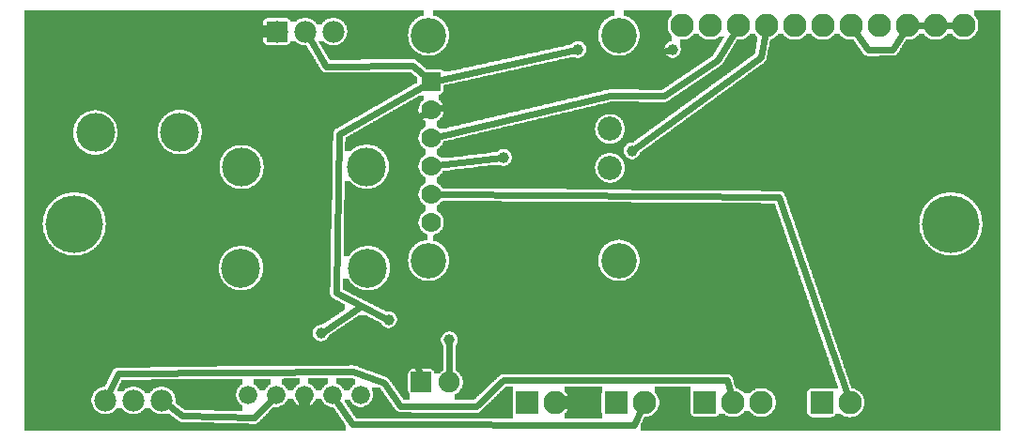
<source format=gbl>
G04 MADE WITH FRITZING*
G04 WWW.FRITZING.ORG*
G04 DOUBLE SIDED*
G04 HOLES PLATED*
G04 CONTOUR ON CENTER OF CONTOUR VECTOR*
%ASAXBY*%
%FSLAX23Y23*%
%MOIN*%
%OFA0B0*%
%SFA1.0B1.0*%
%ADD10C,0.075000*%
%ADD11C,0.125984*%
%ADD12C,0.086000*%
%ADD13C,0.070000*%
%ADD14C,0.039370*%
%ADD15C,0.083307*%
%ADD16C,0.138425*%
%ADD17C,0.066000*%
%ADD18C,0.078000*%
%ADD19C,0.137795*%
%ADD20C,0.204725*%
%ADD21R,0.070000X0.070000*%
%ADD22R,0.083307X0.083307*%
%ADD23R,0.078000X0.078000*%
%ADD24R,0.075000X0.075000*%
%ADD25C,0.024000*%
%ADD26C,0.000100*%
%LNCOPPER0*%
G90*
G70*
G54D10*
X215Y776D03*
X3325Y776D03*
X624Y171D03*
X2025Y143D03*
X1236Y1477D03*
G54D11*
X2149Y645D03*
G54D12*
X2118Y1112D03*
X2118Y974D03*
G54D13*
X1484Y1280D03*
G54D11*
X1474Y1445D03*
G54D13*
X1484Y1180D03*
X1484Y1080D03*
X1484Y980D03*
X1484Y880D03*
X1484Y780D03*
G54D11*
X1474Y645D03*
X2149Y1445D03*
G54D14*
X2340Y1395D03*
X2196Y1035D03*
X1740Y1011D03*
X2004Y1395D03*
X1548Y363D03*
X1332Y435D03*
X1092Y387D03*
G54D15*
X2373Y1480D03*
X2473Y1480D03*
X2573Y1480D03*
X2673Y1480D03*
X2773Y1480D03*
X2873Y1480D03*
X2973Y1480D03*
X3073Y1480D03*
X3173Y1480D03*
X3273Y1480D03*
X3373Y1480D03*
X2869Y139D03*
X2969Y139D03*
X2455Y140D03*
X2555Y140D03*
X2655Y140D03*
X2140Y140D03*
X2240Y140D03*
X1823Y140D03*
X1923Y140D03*
G54D16*
X808Y618D03*
G54D17*
X833Y168D03*
X933Y168D03*
X1033Y168D03*
X1133Y168D03*
G54D16*
X1258Y618D03*
G54D17*
X1233Y168D03*
G54D18*
X327Y148D03*
X427Y148D03*
X527Y148D03*
X1136Y1458D03*
X1036Y1458D03*
X936Y1458D03*
G54D10*
X1448Y212D03*
X1548Y212D03*
G54D19*
X1254Y978D03*
X591Y1101D03*
G54D20*
X217Y775D03*
X3327Y775D03*
G54D19*
X811Y977D03*
X292Y1099D03*
G54D21*
X1484Y1280D03*
G54D22*
X2869Y139D03*
X2455Y140D03*
X2140Y140D03*
X1823Y140D03*
G54D23*
X936Y1458D03*
G54D24*
X1448Y212D03*
G54D25*
X1503Y880D02*
X2718Y869D01*
D02*
X2718Y869D02*
X2962Y160D01*
D02*
X335Y165D02*
X372Y243D01*
X372Y243D02*
X1206Y250D01*
D02*
X1206Y250D02*
X1316Y210D01*
D02*
X1316Y210D02*
X1374Y128D01*
D02*
X1374Y128D02*
X1643Y126D01*
D02*
X1643Y126D02*
X1740Y219D01*
X1740Y219D02*
X2532Y219D01*
X2532Y219D02*
X2549Y161D01*
D02*
X2231Y121D02*
X2202Y61D01*
D02*
X2202Y61D02*
X1204Y63D01*
D02*
X1204Y63D02*
X1144Y151D01*
D02*
X2499Y1356D02*
X2310Y1229D01*
D02*
X2562Y1461D02*
X2499Y1356D01*
D02*
X2118Y1231D02*
X1503Y1085D01*
D02*
X2310Y1229D02*
X2118Y1231D01*
D02*
X1503Y1185D02*
X2332Y1393D01*
D02*
X1445Y229D02*
X1380Y579D01*
D02*
X1380Y579D02*
X1378Y1121D01*
D02*
X1378Y1121D02*
X1466Y1170D01*
D02*
X2652Y1366D02*
X2202Y1039D01*
D02*
X2669Y1458D02*
X2652Y1366D01*
D02*
X1732Y1010D02*
X1503Y982D01*
D02*
X3251Y1480D02*
X3194Y1480D01*
D02*
X3351Y1480D02*
X3294Y1480D01*
D02*
X2985Y1462D02*
X3034Y1393D01*
D02*
X3034Y1393D02*
X3121Y1395D01*
D02*
X3121Y1395D02*
X3162Y1461D01*
D02*
X1503Y1284D02*
X1996Y1393D01*
D02*
X1046Y1442D02*
X1111Y1335D01*
D02*
X1417Y1337D02*
X1469Y1293D01*
D02*
X1111Y1335D02*
X1417Y1337D01*
D02*
X1548Y229D02*
X1548Y355D01*
D02*
X1325Y438D02*
X1236Y483D01*
X1236Y483D02*
X1147Y529D01*
D02*
X1147Y529D02*
X1157Y1094D01*
D02*
X1157Y1094D02*
X1467Y1270D01*
D02*
X1099Y391D02*
X1236Y483D01*
D02*
X601Y92D02*
X858Y88D01*
D02*
X542Y136D02*
X601Y92D01*
D02*
X858Y87D02*
X920Y153D01*
G54D26*
G36*
X1460Y1483D02*
X1460Y1481D01*
X1456Y1481D01*
X1456Y1479D01*
X1452Y1479D01*
X1452Y1477D01*
X1450Y1477D01*
X1450Y1475D01*
X1448Y1475D01*
X1448Y1473D01*
X1446Y1473D01*
X1446Y1471D01*
X1444Y1471D01*
X1444Y1469D01*
X1442Y1469D01*
X1442Y1467D01*
X1440Y1467D01*
X1440Y1463D01*
X1438Y1463D01*
X1438Y1459D01*
X1436Y1459D01*
X1436Y1431D01*
X1438Y1431D01*
X1438Y1427D01*
X1440Y1427D01*
X1440Y1423D01*
X1442Y1423D01*
X1442Y1421D01*
X1444Y1421D01*
X1444Y1419D01*
X1446Y1419D01*
X1446Y1417D01*
X1448Y1417D01*
X1448Y1415D01*
X1450Y1415D01*
X1450Y1413D01*
X1454Y1413D01*
X1454Y1411D01*
X1456Y1411D01*
X1456Y1409D01*
X1462Y1409D01*
X1462Y1407D01*
X1484Y1407D01*
X1484Y1409D01*
X1490Y1409D01*
X1490Y1411D01*
X1494Y1411D01*
X1494Y1413D01*
X1496Y1413D01*
X1496Y1415D01*
X1500Y1415D01*
X1500Y1417D01*
X1502Y1417D01*
X1502Y1419D01*
X1504Y1419D01*
X1504Y1423D01*
X1506Y1423D01*
X1506Y1425D01*
X1508Y1425D01*
X1508Y1429D01*
X1510Y1429D01*
X1510Y1435D01*
X1512Y1435D01*
X1512Y1457D01*
X1510Y1457D01*
X1510Y1461D01*
X1508Y1461D01*
X1508Y1465D01*
X1506Y1465D01*
X1506Y1469D01*
X1504Y1469D01*
X1504Y1471D01*
X1502Y1471D01*
X1502Y1473D01*
X1500Y1473D01*
X1500Y1475D01*
X1498Y1475D01*
X1498Y1477D01*
X1496Y1477D01*
X1496Y1479D01*
X1492Y1479D01*
X1492Y1481D01*
X1486Y1481D01*
X1486Y1483D01*
X1460Y1483D01*
G37*
D02*
G36*
X2136Y1483D02*
X2136Y1481D01*
X2132Y1481D01*
X2132Y1479D01*
X2128Y1479D01*
X2128Y1477D01*
X2126Y1477D01*
X2126Y1475D01*
X2122Y1475D01*
X2122Y1473D01*
X2120Y1473D01*
X2120Y1469D01*
X2118Y1469D01*
X2118Y1467D01*
X2116Y1467D01*
X2116Y1465D01*
X2114Y1465D01*
X2114Y1461D01*
X2112Y1461D01*
X2112Y1431D01*
X2114Y1431D01*
X2114Y1427D01*
X2116Y1427D01*
X2116Y1423D01*
X2118Y1423D01*
X2118Y1421D01*
X2120Y1421D01*
X2120Y1419D01*
X2122Y1419D01*
X2122Y1417D01*
X2124Y1417D01*
X2124Y1415D01*
X2126Y1415D01*
X2126Y1413D01*
X2130Y1413D01*
X2130Y1411D01*
X2132Y1411D01*
X2132Y1409D01*
X2138Y1409D01*
X2138Y1407D01*
X2160Y1407D01*
X2160Y1409D01*
X2166Y1409D01*
X2166Y1411D01*
X2170Y1411D01*
X2170Y1413D01*
X2172Y1413D01*
X2172Y1415D01*
X2174Y1415D01*
X2174Y1417D01*
X2176Y1417D01*
X2176Y1419D01*
X2178Y1419D01*
X2178Y1421D01*
X2180Y1421D01*
X2180Y1423D01*
X2182Y1423D01*
X2182Y1425D01*
X2184Y1425D01*
X2184Y1429D01*
X2186Y1429D01*
X2186Y1435D01*
X2188Y1435D01*
X2188Y1455D01*
X2186Y1455D01*
X2186Y1461D01*
X2184Y1461D01*
X2184Y1465D01*
X2182Y1465D01*
X2182Y1469D01*
X2180Y1469D01*
X2180Y1471D01*
X2178Y1471D01*
X2178Y1473D01*
X2176Y1473D01*
X2176Y1475D01*
X2174Y1475D01*
X2174Y1477D01*
X2170Y1477D01*
X2170Y1479D01*
X2166Y1479D01*
X2166Y1481D01*
X2162Y1481D01*
X2162Y1483D01*
X2136Y1483D01*
G37*
D02*
G36*
X578Y1139D02*
X578Y1137D01*
X574Y1137D01*
X574Y1135D01*
X570Y1135D01*
X570Y1133D01*
X568Y1133D01*
X568Y1131D01*
X566Y1131D01*
X566Y1129D01*
X562Y1129D01*
X562Y1125D01*
X560Y1125D01*
X560Y1123D01*
X558Y1123D01*
X558Y1119D01*
X556Y1119D01*
X556Y1117D01*
X554Y1117D01*
X554Y1085D01*
X556Y1085D01*
X556Y1081D01*
X558Y1081D01*
X558Y1079D01*
X560Y1079D01*
X560Y1077D01*
X562Y1077D01*
X562Y1073D01*
X564Y1073D01*
X564Y1071D01*
X568Y1071D01*
X568Y1069D01*
X570Y1069D01*
X570Y1067D01*
X574Y1067D01*
X574Y1065D01*
X578Y1065D01*
X578Y1063D01*
X604Y1063D01*
X604Y1065D01*
X608Y1065D01*
X608Y1067D01*
X612Y1067D01*
X612Y1069D01*
X616Y1069D01*
X616Y1071D01*
X618Y1071D01*
X618Y1073D01*
X620Y1073D01*
X620Y1075D01*
X622Y1075D01*
X622Y1079D01*
X624Y1079D01*
X624Y1081D01*
X626Y1081D01*
X626Y1085D01*
X628Y1085D01*
X628Y1091D01*
X630Y1091D01*
X630Y1111D01*
X628Y1111D01*
X628Y1117D01*
X626Y1117D01*
X626Y1121D01*
X624Y1121D01*
X624Y1123D01*
X622Y1123D01*
X622Y1127D01*
X620Y1127D01*
X620Y1129D01*
X618Y1129D01*
X618Y1131D01*
X614Y1131D01*
X614Y1133D01*
X612Y1133D01*
X612Y1135D01*
X608Y1135D01*
X608Y1137D01*
X604Y1137D01*
X604Y1139D01*
X578Y1139D01*
G37*
D02*
G36*
X278Y1137D02*
X278Y1135D01*
X274Y1135D01*
X274Y1133D01*
X270Y1133D01*
X270Y1131D01*
X268Y1131D01*
X268Y1129D01*
X264Y1129D01*
X264Y1127D01*
X262Y1127D01*
X262Y1123D01*
X260Y1123D01*
X260Y1121D01*
X258Y1121D01*
X258Y1117D01*
X256Y1117D01*
X256Y1113D01*
X254Y1113D01*
X254Y1085D01*
X256Y1085D01*
X256Y1081D01*
X258Y1081D01*
X258Y1077D01*
X260Y1077D01*
X260Y1075D01*
X262Y1075D01*
X262Y1073D01*
X264Y1073D01*
X264Y1071D01*
X266Y1071D01*
X266Y1069D01*
X268Y1069D01*
X268Y1067D01*
X272Y1067D01*
X272Y1065D01*
X276Y1065D01*
X276Y1063D01*
X280Y1063D01*
X280Y1061D01*
X302Y1061D01*
X302Y1063D01*
X308Y1063D01*
X308Y1065D01*
X312Y1065D01*
X312Y1067D01*
X314Y1067D01*
X314Y1069D01*
X318Y1069D01*
X318Y1071D01*
X320Y1071D01*
X320Y1073D01*
X322Y1073D01*
X322Y1077D01*
X324Y1077D01*
X324Y1079D01*
X326Y1079D01*
X326Y1083D01*
X328Y1083D01*
X328Y1087D01*
X330Y1087D01*
X330Y1111D01*
X328Y1111D01*
X328Y1117D01*
X326Y1117D01*
X326Y1119D01*
X324Y1119D01*
X324Y1123D01*
X322Y1123D01*
X322Y1125D01*
X320Y1125D01*
X320Y1127D01*
X318Y1127D01*
X318Y1129D01*
X316Y1129D01*
X316Y1131D01*
X314Y1131D01*
X314Y1133D01*
X310Y1133D01*
X310Y1135D01*
X306Y1135D01*
X306Y1137D01*
X278Y1137D01*
G37*
D02*
G36*
X1244Y1017D02*
X1244Y1015D01*
X1238Y1015D01*
X1238Y1013D01*
X1234Y1013D01*
X1234Y1011D01*
X1232Y1011D01*
X1232Y1009D01*
X1230Y1009D01*
X1230Y1007D01*
X1226Y1007D01*
X1226Y1003D01*
X1224Y1003D01*
X1224Y1001D01*
X1222Y1001D01*
X1222Y999D01*
X1220Y999D01*
X1220Y995D01*
X1218Y995D01*
X1218Y989D01*
X1216Y989D01*
X1216Y967D01*
X1218Y967D01*
X1218Y961D01*
X1220Y961D01*
X1220Y959D01*
X1222Y959D01*
X1222Y955D01*
X1224Y955D01*
X1224Y953D01*
X1226Y953D01*
X1226Y951D01*
X1228Y951D01*
X1228Y949D01*
X1230Y949D01*
X1230Y947D01*
X1232Y947D01*
X1232Y945D01*
X1236Y945D01*
X1236Y943D01*
X1240Y943D01*
X1240Y941D01*
X1270Y941D01*
X1270Y943D01*
X1274Y943D01*
X1274Y945D01*
X1276Y945D01*
X1276Y947D01*
X1280Y947D01*
X1280Y949D01*
X1282Y949D01*
X1282Y951D01*
X1284Y951D01*
X1284Y953D01*
X1286Y953D01*
X1286Y957D01*
X1288Y957D01*
X1288Y961D01*
X1290Y961D01*
X1290Y965D01*
X1292Y965D01*
X1292Y993D01*
X1290Y993D01*
X1290Y997D01*
X1288Y997D01*
X1288Y1001D01*
X1286Y1001D01*
X1286Y1003D01*
X1284Y1003D01*
X1284Y1005D01*
X1282Y1005D01*
X1282Y1007D01*
X1280Y1007D01*
X1280Y1009D01*
X1278Y1009D01*
X1278Y1011D01*
X1274Y1011D01*
X1274Y1013D01*
X1270Y1013D01*
X1270Y1015D01*
X1266Y1015D01*
X1266Y1017D01*
X1244Y1017D01*
G37*
D02*
G36*
X798Y1015D02*
X798Y1013D01*
X794Y1013D01*
X794Y1011D01*
X790Y1011D01*
X790Y1009D01*
X786Y1009D01*
X786Y1007D01*
X784Y1007D01*
X784Y1005D01*
X782Y1005D01*
X782Y1003D01*
X780Y1003D01*
X780Y1001D01*
X778Y1001D01*
X778Y997D01*
X776Y997D01*
X776Y993D01*
X774Y993D01*
X774Y987D01*
X772Y987D01*
X772Y965D01*
X774Y965D01*
X774Y961D01*
X776Y961D01*
X776Y957D01*
X778Y957D01*
X778Y953D01*
X780Y953D01*
X780Y951D01*
X782Y951D01*
X782Y949D01*
X784Y949D01*
X784Y947D01*
X786Y947D01*
X786Y945D01*
X790Y945D01*
X790Y943D01*
X792Y943D01*
X792Y941D01*
X798Y941D01*
X798Y939D01*
X824Y939D01*
X824Y941D01*
X828Y941D01*
X828Y943D01*
X832Y943D01*
X832Y945D01*
X834Y945D01*
X834Y947D01*
X836Y947D01*
X836Y949D01*
X838Y949D01*
X838Y951D01*
X840Y951D01*
X840Y953D01*
X842Y953D01*
X842Y955D01*
X844Y955D01*
X844Y959D01*
X846Y959D01*
X846Y963D01*
X848Y963D01*
X848Y991D01*
X846Y991D01*
X846Y995D01*
X844Y995D01*
X844Y999D01*
X842Y999D01*
X842Y1001D01*
X840Y1001D01*
X840Y1003D01*
X838Y1003D01*
X838Y1005D01*
X836Y1005D01*
X836Y1007D01*
X834Y1007D01*
X834Y1009D01*
X832Y1009D01*
X832Y1011D01*
X828Y1011D01*
X828Y1013D01*
X822Y1013D01*
X822Y1015D01*
X798Y1015D01*
G37*
D02*
G36*
X202Y827D02*
X202Y825D01*
X196Y825D01*
X196Y823D01*
X192Y823D01*
X192Y821D01*
X188Y821D01*
X188Y819D01*
X186Y819D01*
X186Y817D01*
X184Y817D01*
X184Y815D01*
X182Y815D01*
X182Y813D01*
X180Y813D01*
X180Y811D01*
X178Y811D01*
X178Y809D01*
X176Y809D01*
X176Y807D01*
X174Y807D01*
X174Y805D01*
X172Y805D01*
X172Y801D01*
X170Y801D01*
X170Y797D01*
X168Y797D01*
X168Y793D01*
X166Y793D01*
X166Y787D01*
X164Y787D01*
X164Y765D01*
X166Y765D01*
X166Y757D01*
X168Y757D01*
X168Y753D01*
X170Y753D01*
X170Y749D01*
X172Y749D01*
X172Y745D01*
X174Y745D01*
X174Y743D01*
X176Y743D01*
X176Y741D01*
X178Y741D01*
X178Y739D01*
X180Y739D01*
X180Y737D01*
X182Y737D01*
X182Y735D01*
X184Y735D01*
X184Y733D01*
X186Y733D01*
X186Y731D01*
X188Y731D01*
X188Y729D01*
X192Y729D01*
X192Y727D01*
X196Y727D01*
X196Y725D01*
X202Y725D01*
X202Y723D01*
X232Y723D01*
X232Y725D01*
X236Y725D01*
X236Y727D01*
X242Y727D01*
X242Y729D01*
X244Y729D01*
X244Y731D01*
X248Y731D01*
X248Y733D01*
X250Y733D01*
X250Y735D01*
X252Y735D01*
X252Y737D01*
X254Y737D01*
X254Y739D01*
X256Y739D01*
X256Y741D01*
X258Y741D01*
X258Y743D01*
X260Y743D01*
X260Y745D01*
X262Y745D01*
X262Y749D01*
X264Y749D01*
X264Y753D01*
X266Y753D01*
X266Y757D01*
X268Y757D01*
X268Y765D01*
X270Y765D01*
X270Y785D01*
X268Y785D01*
X268Y793D01*
X266Y793D01*
X266Y797D01*
X264Y797D01*
X264Y801D01*
X262Y801D01*
X262Y805D01*
X260Y805D01*
X260Y807D01*
X258Y807D01*
X258Y809D01*
X256Y809D01*
X256Y811D01*
X254Y811D01*
X254Y813D01*
X252Y813D01*
X252Y815D01*
X250Y815D01*
X250Y817D01*
X248Y817D01*
X248Y819D01*
X246Y819D01*
X246Y821D01*
X242Y821D01*
X242Y823D01*
X238Y823D01*
X238Y825D01*
X232Y825D01*
X232Y827D01*
X202Y827D01*
G37*
D02*
G36*
X3312Y827D02*
X3312Y825D01*
X3306Y825D01*
X3306Y823D01*
X3302Y823D01*
X3302Y821D01*
X3298Y821D01*
X3298Y819D01*
X3296Y819D01*
X3296Y817D01*
X3294Y817D01*
X3294Y815D01*
X3292Y815D01*
X3292Y813D01*
X3290Y813D01*
X3290Y811D01*
X3288Y811D01*
X3288Y809D01*
X3286Y809D01*
X3286Y807D01*
X3284Y807D01*
X3284Y805D01*
X3282Y805D01*
X3282Y801D01*
X3280Y801D01*
X3280Y797D01*
X3278Y797D01*
X3278Y793D01*
X3276Y793D01*
X3276Y785D01*
X3274Y785D01*
X3274Y765D01*
X3276Y765D01*
X3276Y759D01*
X3278Y759D01*
X3278Y753D01*
X3280Y753D01*
X3280Y749D01*
X3282Y749D01*
X3282Y745D01*
X3284Y745D01*
X3284Y743D01*
X3286Y743D01*
X3286Y741D01*
X3288Y741D01*
X3288Y739D01*
X3290Y739D01*
X3290Y737D01*
X3292Y737D01*
X3292Y735D01*
X3294Y735D01*
X3294Y733D01*
X3296Y733D01*
X3296Y731D01*
X3300Y731D01*
X3300Y729D01*
X3302Y729D01*
X3302Y727D01*
X3308Y727D01*
X3308Y725D01*
X3312Y725D01*
X3312Y723D01*
X3342Y723D01*
X3342Y725D01*
X3348Y725D01*
X3348Y727D01*
X3352Y727D01*
X3352Y729D01*
X3356Y729D01*
X3356Y731D01*
X3358Y731D01*
X3358Y733D01*
X3360Y733D01*
X3360Y735D01*
X3362Y735D01*
X3362Y737D01*
X3364Y737D01*
X3364Y739D01*
X3366Y739D01*
X3366Y741D01*
X3368Y741D01*
X3368Y743D01*
X3370Y743D01*
X3370Y745D01*
X3372Y745D01*
X3372Y749D01*
X3374Y749D01*
X3374Y753D01*
X3376Y753D01*
X3376Y757D01*
X3378Y757D01*
X3378Y763D01*
X3380Y763D01*
X3380Y787D01*
X3378Y787D01*
X3378Y793D01*
X3376Y793D01*
X3376Y797D01*
X3374Y797D01*
X3374Y801D01*
X3372Y801D01*
X3372Y805D01*
X3370Y805D01*
X3370Y807D01*
X3368Y807D01*
X3368Y809D01*
X3366Y809D01*
X3366Y813D01*
X3362Y813D01*
X3362Y815D01*
X3360Y815D01*
X3360Y817D01*
X3358Y817D01*
X3358Y819D01*
X3356Y819D01*
X3356Y821D01*
X3352Y821D01*
X3352Y823D01*
X3348Y823D01*
X3348Y825D01*
X3342Y825D01*
X3342Y827D01*
X3312Y827D01*
G37*
D02*
G36*
X1462Y683D02*
X1462Y681D01*
X1456Y681D01*
X1456Y679D01*
X1452Y679D01*
X1452Y677D01*
X1450Y677D01*
X1450Y675D01*
X1448Y675D01*
X1448Y673D01*
X1446Y673D01*
X1446Y671D01*
X1444Y671D01*
X1444Y669D01*
X1442Y669D01*
X1442Y667D01*
X1440Y667D01*
X1440Y663D01*
X1438Y663D01*
X1438Y659D01*
X1436Y659D01*
X1436Y631D01*
X1438Y631D01*
X1438Y627D01*
X1440Y627D01*
X1440Y623D01*
X1442Y623D01*
X1442Y621D01*
X1444Y621D01*
X1444Y619D01*
X1446Y619D01*
X1446Y617D01*
X1448Y617D01*
X1448Y615D01*
X1450Y615D01*
X1450Y613D01*
X1452Y613D01*
X1452Y611D01*
X1456Y611D01*
X1456Y609D01*
X1462Y609D01*
X1462Y607D01*
X1486Y607D01*
X1486Y609D01*
X1490Y609D01*
X1490Y611D01*
X1494Y611D01*
X1494Y613D01*
X1498Y613D01*
X1498Y615D01*
X1500Y615D01*
X1500Y617D01*
X1502Y617D01*
X1502Y619D01*
X1504Y619D01*
X1504Y621D01*
X1506Y621D01*
X1506Y625D01*
X1508Y625D01*
X1508Y629D01*
X1510Y629D01*
X1510Y659D01*
X1508Y659D01*
X1508Y663D01*
X1506Y663D01*
X1506Y667D01*
X1504Y667D01*
X1504Y669D01*
X1502Y669D01*
X1502Y671D01*
X1500Y671D01*
X1500Y673D01*
X1498Y673D01*
X1498Y675D01*
X1496Y675D01*
X1496Y677D01*
X1492Y677D01*
X1492Y679D01*
X1490Y679D01*
X1490Y681D01*
X1484Y681D01*
X1484Y683D01*
X1462Y683D01*
G37*
D02*
G36*
X2138Y683D02*
X2138Y681D01*
X2132Y681D01*
X2132Y679D01*
X2128Y679D01*
X2128Y677D01*
X2126Y677D01*
X2126Y675D01*
X2124Y675D01*
X2124Y673D01*
X2122Y673D01*
X2122Y671D01*
X2120Y671D01*
X2120Y669D01*
X2118Y669D01*
X2118Y667D01*
X2116Y667D01*
X2116Y663D01*
X2114Y663D01*
X2114Y659D01*
X2112Y659D01*
X2112Y631D01*
X2114Y631D01*
X2114Y627D01*
X2116Y627D01*
X2116Y623D01*
X2118Y623D01*
X2118Y621D01*
X2120Y621D01*
X2120Y619D01*
X2122Y619D01*
X2122Y617D01*
X2124Y617D01*
X2124Y615D01*
X2126Y615D01*
X2126Y613D01*
X2128Y613D01*
X2128Y611D01*
X2132Y611D01*
X2132Y609D01*
X2138Y609D01*
X2138Y607D01*
X2162Y607D01*
X2162Y609D01*
X2166Y609D01*
X2166Y611D01*
X2170Y611D01*
X2170Y613D01*
X2172Y613D01*
X2172Y615D01*
X2176Y615D01*
X2176Y617D01*
X2178Y617D01*
X2178Y619D01*
X2180Y619D01*
X2180Y623D01*
X2182Y623D01*
X2182Y625D01*
X2184Y625D01*
X2184Y629D01*
X2186Y629D01*
X2186Y635D01*
X2188Y635D01*
X2188Y655D01*
X2186Y655D01*
X2186Y661D01*
X2184Y661D01*
X2184Y665D01*
X2182Y665D01*
X2182Y669D01*
X2180Y669D01*
X2180Y671D01*
X2178Y671D01*
X2178Y673D01*
X2176Y673D01*
X2176Y675D01*
X2174Y675D01*
X2174Y677D01*
X2170Y677D01*
X2170Y679D01*
X2166Y679D01*
X2166Y681D01*
X2162Y681D01*
X2162Y683D01*
X2138Y683D01*
G37*
D02*
G36*
X798Y655D02*
X798Y653D01*
X792Y653D01*
X792Y651D01*
X788Y651D01*
X788Y649D01*
X786Y649D01*
X786Y647D01*
X784Y647D01*
X784Y645D01*
X780Y645D01*
X780Y641D01*
X778Y641D01*
X778Y639D01*
X776Y639D01*
X776Y637D01*
X774Y637D01*
X774Y633D01*
X772Y633D01*
X772Y627D01*
X770Y627D01*
X770Y607D01*
X772Y607D01*
X772Y601D01*
X774Y601D01*
X774Y597D01*
X776Y597D01*
X776Y595D01*
X778Y595D01*
X778Y593D01*
X780Y593D01*
X780Y591D01*
X782Y591D01*
X782Y589D01*
X784Y589D01*
X784Y587D01*
X786Y587D01*
X786Y585D01*
X790Y585D01*
X790Y583D01*
X792Y583D01*
X792Y581D01*
X798Y581D01*
X798Y579D01*
X818Y579D01*
X818Y581D01*
X824Y581D01*
X824Y583D01*
X828Y583D01*
X828Y585D01*
X832Y585D01*
X832Y587D01*
X834Y587D01*
X834Y589D01*
X836Y589D01*
X836Y591D01*
X838Y591D01*
X838Y593D01*
X840Y593D01*
X840Y597D01*
X842Y597D01*
X842Y599D01*
X844Y599D01*
X844Y605D01*
X846Y605D01*
X846Y631D01*
X844Y631D01*
X844Y635D01*
X842Y635D01*
X842Y639D01*
X840Y639D01*
X840Y641D01*
X838Y641D01*
X838Y643D01*
X836Y643D01*
X836Y645D01*
X834Y645D01*
X834Y647D01*
X832Y647D01*
X832Y649D01*
X830Y649D01*
X830Y651D01*
X826Y651D01*
X826Y653D01*
X820Y653D01*
X820Y655D01*
X798Y655D01*
G37*
D02*
G36*
X1244Y655D02*
X1244Y653D01*
X1240Y653D01*
X1240Y651D01*
X1236Y651D01*
X1236Y649D01*
X1234Y649D01*
X1234Y647D01*
X1232Y647D01*
X1232Y645D01*
X1230Y645D01*
X1230Y643D01*
X1228Y643D01*
X1228Y641D01*
X1226Y641D01*
X1226Y639D01*
X1224Y639D01*
X1224Y635D01*
X1222Y635D01*
X1222Y629D01*
X1220Y629D01*
X1220Y607D01*
X1222Y607D01*
X1222Y601D01*
X1224Y601D01*
X1224Y597D01*
X1226Y597D01*
X1226Y595D01*
X1228Y595D01*
X1228Y593D01*
X1230Y593D01*
X1230Y591D01*
X1232Y591D01*
X1232Y589D01*
X1234Y589D01*
X1234Y587D01*
X1236Y587D01*
X1236Y585D01*
X1240Y585D01*
X1240Y583D01*
X1242Y583D01*
X1242Y581D01*
X1248Y581D01*
X1248Y579D01*
X1268Y579D01*
X1268Y581D01*
X1274Y581D01*
X1274Y583D01*
X1278Y583D01*
X1278Y585D01*
X1280Y585D01*
X1280Y587D01*
X1282Y587D01*
X1282Y589D01*
X1286Y589D01*
X1286Y593D01*
X1288Y593D01*
X1288Y595D01*
X1290Y595D01*
X1290Y597D01*
X1292Y597D01*
X1292Y601D01*
X1294Y601D01*
X1294Y607D01*
X1296Y607D01*
X1296Y629D01*
X1294Y629D01*
X1294Y635D01*
X1292Y635D01*
X1292Y639D01*
X1290Y639D01*
X1290Y641D01*
X1288Y641D01*
X1288Y643D01*
X1286Y643D01*
X1286Y645D01*
X1284Y645D01*
X1284Y647D01*
X1282Y647D01*
X1282Y649D01*
X1280Y649D01*
X1280Y651D01*
X1276Y651D01*
X1276Y653D01*
X1272Y653D01*
X1272Y655D01*
X1244Y655D01*
G37*
D02*
G36*
X960Y227D02*
X960Y225D01*
X954Y225D01*
X954Y205D01*
X956Y205D01*
X956Y203D01*
X960Y203D01*
X960Y201D01*
X962Y201D01*
X962Y199D01*
X964Y199D01*
X964Y197D01*
X966Y197D01*
X966Y195D01*
X968Y195D01*
X968Y191D01*
X970Y191D01*
X970Y189D01*
X972Y189D01*
X972Y185D01*
X974Y185D01*
X974Y183D01*
X994Y183D01*
X994Y187D01*
X996Y187D01*
X996Y191D01*
X998Y191D01*
X998Y193D01*
X1000Y193D01*
X1000Y195D01*
X1002Y195D01*
X1002Y199D01*
X1004Y199D01*
X1004Y201D01*
X1008Y201D01*
X1008Y203D01*
X1010Y203D01*
X1010Y205D01*
X1014Y205D01*
X1014Y207D01*
X1018Y207D01*
X1018Y227D01*
X960Y227D01*
G37*
D02*
G36*
X1048Y227D02*
X1048Y207D01*
X1054Y207D01*
X1054Y205D01*
X1056Y205D01*
X1056Y203D01*
X1060Y203D01*
X1060Y201D01*
X1062Y201D01*
X1062Y199D01*
X1064Y199D01*
X1064Y197D01*
X1066Y197D01*
X1066Y195D01*
X1068Y195D01*
X1068Y191D01*
X1070Y191D01*
X1070Y189D01*
X1072Y189D01*
X1072Y185D01*
X1074Y185D01*
X1074Y183D01*
X1094Y183D01*
X1094Y187D01*
X1096Y187D01*
X1096Y191D01*
X1098Y191D01*
X1098Y193D01*
X1100Y193D01*
X1100Y195D01*
X1102Y195D01*
X1102Y199D01*
X1104Y199D01*
X1104Y201D01*
X1108Y201D01*
X1108Y203D01*
X1110Y203D01*
X1110Y205D01*
X1114Y205D01*
X1114Y207D01*
X1118Y207D01*
X1118Y227D01*
X1048Y227D01*
G37*
D02*
G36*
X1148Y227D02*
X1148Y207D01*
X1154Y207D01*
X1154Y205D01*
X1156Y205D01*
X1156Y203D01*
X1160Y203D01*
X1160Y201D01*
X1162Y201D01*
X1162Y199D01*
X1164Y199D01*
X1164Y197D01*
X1166Y197D01*
X1166Y195D01*
X1168Y195D01*
X1168Y191D01*
X1170Y191D01*
X1170Y189D01*
X1172Y189D01*
X1172Y185D01*
X1174Y185D01*
X1174Y183D01*
X1194Y183D01*
X1194Y187D01*
X1196Y187D01*
X1196Y191D01*
X1198Y191D01*
X1198Y193D01*
X1200Y193D01*
X1200Y195D01*
X1202Y195D01*
X1202Y199D01*
X1204Y199D01*
X1204Y201D01*
X1208Y201D01*
X1208Y203D01*
X1210Y203D01*
X1210Y205D01*
X1214Y205D01*
X1214Y225D01*
X1208Y225D01*
X1208Y227D01*
X1148Y227D01*
G37*
D02*
G36*
X726Y225D02*
X726Y223D01*
X490Y223D01*
X490Y221D01*
X386Y221D01*
X386Y219D01*
X384Y219D01*
X384Y215D01*
X382Y215D01*
X382Y211D01*
X380Y211D01*
X380Y207D01*
X378Y207D01*
X378Y203D01*
X376Y203D01*
X376Y197D01*
X536Y197D01*
X536Y195D01*
X542Y195D01*
X542Y193D01*
X548Y193D01*
X548Y191D01*
X552Y191D01*
X552Y189D01*
X554Y189D01*
X554Y187D01*
X558Y187D01*
X558Y185D01*
X560Y185D01*
X560Y183D01*
X562Y183D01*
X562Y181D01*
X564Y181D01*
X564Y179D01*
X566Y179D01*
X566Y175D01*
X568Y175D01*
X568Y173D01*
X570Y173D01*
X570Y169D01*
X572Y169D01*
X572Y163D01*
X574Y163D01*
X574Y157D01*
X576Y157D01*
X576Y137D01*
X580Y137D01*
X580Y135D01*
X582Y135D01*
X582Y133D01*
X584Y133D01*
X584Y131D01*
X588Y131D01*
X588Y129D01*
X590Y129D01*
X590Y127D01*
X592Y127D01*
X592Y125D01*
X596Y125D01*
X596Y123D01*
X598Y123D01*
X598Y121D01*
X600Y121D01*
X600Y119D01*
X604Y119D01*
X604Y117D01*
X606Y117D01*
X606Y115D01*
X608Y115D01*
X608Y113D01*
X714Y113D01*
X714Y111D01*
X814Y111D01*
X814Y131D01*
X810Y131D01*
X810Y133D01*
X808Y133D01*
X808Y135D01*
X804Y135D01*
X804Y137D01*
X802Y137D01*
X802Y141D01*
X800Y141D01*
X800Y143D01*
X798Y143D01*
X798Y145D01*
X796Y145D01*
X796Y149D01*
X794Y149D01*
X794Y153D01*
X792Y153D01*
X792Y161D01*
X790Y161D01*
X790Y175D01*
X792Y175D01*
X792Y183D01*
X794Y183D01*
X794Y187D01*
X796Y187D01*
X796Y191D01*
X798Y191D01*
X798Y193D01*
X800Y193D01*
X800Y195D01*
X802Y195D01*
X802Y199D01*
X804Y199D01*
X804Y201D01*
X808Y201D01*
X808Y203D01*
X810Y203D01*
X810Y205D01*
X814Y205D01*
X814Y225D01*
X726Y225D01*
G37*
D02*
G36*
X374Y197D02*
X374Y193D01*
X372Y193D01*
X372Y189D01*
X370Y189D01*
X370Y179D01*
X390Y179D01*
X390Y181D01*
X392Y181D01*
X392Y183D01*
X394Y183D01*
X394Y185D01*
X396Y185D01*
X396Y187D01*
X398Y187D01*
X398Y189D01*
X402Y189D01*
X402Y191D01*
X406Y191D01*
X406Y193D01*
X410Y193D01*
X410Y195D01*
X418Y195D01*
X418Y197D01*
X374Y197D01*
G37*
D02*
G36*
X436Y197D02*
X436Y195D01*
X442Y195D01*
X442Y193D01*
X448Y193D01*
X448Y191D01*
X452Y191D01*
X452Y189D01*
X454Y189D01*
X454Y187D01*
X458Y187D01*
X458Y185D01*
X460Y185D01*
X460Y183D01*
X462Y183D01*
X462Y181D01*
X464Y181D01*
X464Y179D01*
X466Y179D01*
X466Y175D01*
X486Y175D01*
X486Y177D01*
X488Y177D01*
X488Y179D01*
X490Y179D01*
X490Y181D01*
X492Y181D01*
X492Y183D01*
X494Y183D01*
X494Y185D01*
X496Y185D01*
X496Y187D01*
X498Y187D01*
X498Y189D01*
X502Y189D01*
X502Y191D01*
X506Y191D01*
X506Y193D01*
X510Y193D01*
X510Y195D01*
X518Y195D01*
X518Y197D01*
X436Y197D01*
G37*
D02*
G36*
X854Y225D02*
X854Y205D01*
X856Y205D01*
X856Y203D01*
X860Y203D01*
X860Y201D01*
X862Y201D01*
X862Y199D01*
X864Y199D01*
X864Y197D01*
X866Y197D01*
X866Y195D01*
X868Y195D01*
X868Y191D01*
X870Y191D01*
X870Y189D01*
X872Y189D01*
X872Y185D01*
X874Y185D01*
X874Y183D01*
X894Y183D01*
X894Y187D01*
X896Y187D01*
X896Y191D01*
X898Y191D01*
X898Y193D01*
X900Y193D01*
X900Y195D01*
X902Y195D01*
X902Y199D01*
X904Y199D01*
X904Y201D01*
X908Y201D01*
X908Y203D01*
X910Y203D01*
X910Y205D01*
X914Y205D01*
X914Y225D01*
X854Y225D01*
G37*
D02*
G36*
X1958Y197D02*
X1958Y177D01*
X1960Y177D01*
X1960Y175D01*
X1962Y175D01*
X1962Y173D01*
X1964Y173D01*
X1964Y169D01*
X1966Y169D01*
X1966Y167D01*
X1968Y167D01*
X1968Y163D01*
X1970Y163D01*
X1970Y159D01*
X1972Y159D01*
X1972Y153D01*
X1974Y153D01*
X1974Y129D01*
X1972Y129D01*
X1972Y121D01*
X1970Y121D01*
X1970Y117D01*
X1968Y117D01*
X1968Y113D01*
X1966Y113D01*
X1966Y111D01*
X1964Y111D01*
X1964Y109D01*
X1962Y109D01*
X1962Y105D01*
X1960Y105D01*
X1960Y103D01*
X1958Y103D01*
X1958Y83D01*
X2090Y83D01*
X2090Y105D01*
X2088Y105D01*
X2088Y175D01*
X2090Y175D01*
X2090Y197D01*
X1958Y197D01*
G37*
D02*
G36*
X40Y1535D02*
X40Y1507D01*
X1146Y1507D01*
X1146Y1505D01*
X1154Y1505D01*
X1154Y1503D01*
X1158Y1503D01*
X1158Y1501D01*
X1162Y1501D01*
X1162Y1499D01*
X1164Y1499D01*
X1164Y1497D01*
X1168Y1497D01*
X1168Y1495D01*
X1170Y1495D01*
X1170Y1493D01*
X1172Y1493D01*
X1172Y1491D01*
X1174Y1491D01*
X1174Y1487D01*
X1176Y1487D01*
X1176Y1485D01*
X1178Y1485D01*
X1178Y1481D01*
X1180Y1481D01*
X1180Y1479D01*
X1182Y1479D01*
X1182Y1473D01*
X1184Y1473D01*
X1184Y1463D01*
X1186Y1463D01*
X1186Y1453D01*
X1184Y1453D01*
X1184Y1445D01*
X1182Y1445D01*
X1182Y1439D01*
X1180Y1439D01*
X1180Y1435D01*
X1178Y1435D01*
X1178Y1431D01*
X1176Y1431D01*
X1176Y1429D01*
X1174Y1429D01*
X1174Y1427D01*
X1172Y1427D01*
X1172Y1423D01*
X1170Y1423D01*
X1170Y1421D01*
X1166Y1421D01*
X1166Y1419D01*
X1164Y1419D01*
X1164Y1417D01*
X1160Y1417D01*
X1160Y1415D01*
X1158Y1415D01*
X1158Y1413D01*
X1152Y1413D01*
X1152Y1411D01*
X1144Y1411D01*
X1144Y1409D01*
X1410Y1409D01*
X1410Y1411D01*
X1408Y1411D01*
X1408Y1415D01*
X1406Y1415D01*
X1406Y1421D01*
X1404Y1421D01*
X1404Y1427D01*
X1402Y1427D01*
X1402Y1439D01*
X1400Y1439D01*
X1400Y1451D01*
X1402Y1451D01*
X1402Y1463D01*
X1404Y1463D01*
X1404Y1469D01*
X1406Y1469D01*
X1406Y1475D01*
X1408Y1475D01*
X1408Y1479D01*
X1410Y1479D01*
X1410Y1483D01*
X1412Y1483D01*
X1412Y1485D01*
X1414Y1485D01*
X1414Y1489D01*
X1416Y1489D01*
X1416Y1491D01*
X1418Y1491D01*
X1418Y1493D01*
X1420Y1493D01*
X1420Y1495D01*
X1422Y1495D01*
X1422Y1497D01*
X1424Y1497D01*
X1424Y1499D01*
X1426Y1499D01*
X1426Y1501D01*
X1428Y1501D01*
X1428Y1503D01*
X1430Y1503D01*
X1430Y1505D01*
X1434Y1505D01*
X1434Y1507D01*
X1436Y1507D01*
X1436Y1509D01*
X1440Y1509D01*
X1440Y1511D01*
X1444Y1511D01*
X1444Y1513D01*
X1450Y1513D01*
X1450Y1515D01*
X1456Y1515D01*
X1456Y1535D01*
X40Y1535D01*
G37*
D02*
G36*
X1490Y1535D02*
X1490Y1515D01*
X1498Y1515D01*
X1498Y1513D01*
X1502Y1513D01*
X1502Y1511D01*
X1508Y1511D01*
X1508Y1509D01*
X1510Y1509D01*
X1510Y1507D01*
X1514Y1507D01*
X1514Y1505D01*
X1516Y1505D01*
X1516Y1503D01*
X1520Y1503D01*
X1520Y1501D01*
X1522Y1501D01*
X1522Y1499D01*
X1524Y1499D01*
X1524Y1497D01*
X1526Y1497D01*
X1526Y1495D01*
X1528Y1495D01*
X1528Y1493D01*
X1530Y1493D01*
X1530Y1491D01*
X1532Y1491D01*
X1532Y1487D01*
X1534Y1487D01*
X1534Y1485D01*
X1536Y1485D01*
X1536Y1481D01*
X1538Y1481D01*
X1538Y1477D01*
X1540Y1477D01*
X1540Y1473D01*
X1542Y1473D01*
X1542Y1467D01*
X1544Y1467D01*
X1544Y1461D01*
X1546Y1461D01*
X1546Y1431D01*
X1544Y1431D01*
X1544Y1425D01*
X2010Y1425D01*
X2010Y1423D01*
X2016Y1423D01*
X2016Y1421D01*
X2020Y1421D01*
X2020Y1419D01*
X2022Y1419D01*
X2022Y1417D01*
X2024Y1417D01*
X2024Y1415D01*
X2026Y1415D01*
X2026Y1413D01*
X2028Y1413D01*
X2028Y1411D01*
X2030Y1411D01*
X2030Y1407D01*
X2032Y1407D01*
X2032Y1401D01*
X2034Y1401D01*
X2034Y1389D01*
X2032Y1389D01*
X2032Y1383D01*
X2030Y1383D01*
X2030Y1379D01*
X2028Y1379D01*
X2028Y1377D01*
X2026Y1377D01*
X2026Y1375D01*
X2024Y1375D01*
X2024Y1373D01*
X2134Y1373D01*
X2134Y1375D01*
X2126Y1375D01*
X2126Y1377D01*
X2120Y1377D01*
X2120Y1379D01*
X2116Y1379D01*
X2116Y1381D01*
X2112Y1381D01*
X2112Y1383D01*
X2110Y1383D01*
X2110Y1385D01*
X2106Y1385D01*
X2106Y1387D01*
X2104Y1387D01*
X2104Y1389D01*
X2102Y1389D01*
X2102Y1391D01*
X2100Y1391D01*
X2100Y1393D01*
X2098Y1393D01*
X2098Y1395D01*
X2096Y1395D01*
X2096Y1397D01*
X2094Y1397D01*
X2094Y1399D01*
X2092Y1399D01*
X2092Y1401D01*
X2090Y1401D01*
X2090Y1405D01*
X2088Y1405D01*
X2088Y1407D01*
X2086Y1407D01*
X2086Y1411D01*
X2084Y1411D01*
X2084Y1415D01*
X2082Y1415D01*
X2082Y1419D01*
X2080Y1419D01*
X2080Y1425D01*
X2078Y1425D01*
X2078Y1435D01*
X2076Y1435D01*
X2076Y1455D01*
X2078Y1455D01*
X2078Y1465D01*
X2080Y1465D01*
X2080Y1471D01*
X2082Y1471D01*
X2082Y1475D01*
X2084Y1475D01*
X2084Y1479D01*
X2086Y1479D01*
X2086Y1483D01*
X2088Y1483D01*
X2088Y1487D01*
X2090Y1487D01*
X2090Y1489D01*
X2092Y1489D01*
X2092Y1491D01*
X2094Y1491D01*
X2094Y1493D01*
X2096Y1493D01*
X2096Y1497D01*
X2098Y1497D01*
X2098Y1499D01*
X2102Y1499D01*
X2102Y1501D01*
X2104Y1501D01*
X2104Y1503D01*
X2106Y1503D01*
X2106Y1505D01*
X2110Y1505D01*
X2110Y1507D01*
X2112Y1507D01*
X2112Y1509D01*
X2116Y1509D01*
X2116Y1511D01*
X2120Y1511D01*
X2120Y1513D01*
X2126Y1513D01*
X2126Y1515D01*
X2132Y1515D01*
X2132Y1535D01*
X1490Y1535D01*
G37*
D02*
G36*
X2166Y1535D02*
X2166Y1515D01*
X2174Y1515D01*
X2174Y1513D01*
X2178Y1513D01*
X2178Y1511D01*
X2182Y1511D01*
X2182Y1509D01*
X2186Y1509D01*
X2186Y1507D01*
X2190Y1507D01*
X2190Y1505D01*
X2192Y1505D01*
X2192Y1503D01*
X2194Y1503D01*
X2194Y1501D01*
X2198Y1501D01*
X2198Y1499D01*
X2200Y1499D01*
X2200Y1497D01*
X2202Y1497D01*
X2202Y1495D01*
X2204Y1495D01*
X2204Y1493D01*
X2206Y1493D01*
X2206Y1489D01*
X2208Y1489D01*
X2208Y1487D01*
X2210Y1487D01*
X2210Y1483D01*
X2212Y1483D01*
X2212Y1481D01*
X2214Y1481D01*
X2214Y1477D01*
X2216Y1477D01*
X2216Y1473D01*
X2218Y1473D01*
X2218Y1467D01*
X2220Y1467D01*
X2220Y1457D01*
X2222Y1457D01*
X2222Y1433D01*
X2220Y1433D01*
X2220Y1423D01*
X2218Y1423D01*
X2218Y1419D01*
X2216Y1419D01*
X2216Y1413D01*
X2214Y1413D01*
X2214Y1409D01*
X2212Y1409D01*
X2212Y1407D01*
X2210Y1407D01*
X2210Y1403D01*
X2208Y1403D01*
X2208Y1401D01*
X2206Y1401D01*
X2206Y1399D01*
X2204Y1399D01*
X2204Y1395D01*
X2202Y1395D01*
X2202Y1393D01*
X2200Y1393D01*
X2200Y1391D01*
X2196Y1391D01*
X2196Y1389D01*
X2194Y1389D01*
X2194Y1387D01*
X2192Y1387D01*
X2192Y1385D01*
X2188Y1385D01*
X2188Y1383D01*
X2186Y1383D01*
X2186Y1381D01*
X2182Y1381D01*
X2182Y1379D01*
X2178Y1379D01*
X2178Y1377D01*
X2172Y1377D01*
X2172Y1375D01*
X2164Y1375D01*
X2164Y1373D01*
X2320Y1373D01*
X2320Y1375D01*
X2318Y1375D01*
X2318Y1377D01*
X2316Y1377D01*
X2316Y1379D01*
X2314Y1379D01*
X2314Y1383D01*
X2312Y1383D01*
X2312Y1389D01*
X2310Y1389D01*
X2310Y1401D01*
X2312Y1401D01*
X2312Y1407D01*
X2314Y1407D01*
X2314Y1411D01*
X2316Y1411D01*
X2316Y1413D01*
X2318Y1413D01*
X2318Y1415D01*
X2320Y1415D01*
X2320Y1417D01*
X2322Y1417D01*
X2322Y1419D01*
X2324Y1419D01*
X2324Y1421D01*
X2328Y1421D01*
X2328Y1423D01*
X2334Y1423D01*
X2334Y1425D01*
X2336Y1425D01*
X2336Y1445D01*
X2334Y1445D01*
X2334Y1447D01*
X2332Y1447D01*
X2332Y1449D01*
X2330Y1449D01*
X2330Y1453D01*
X2328Y1453D01*
X2328Y1457D01*
X2326Y1457D01*
X2326Y1461D01*
X2324Y1461D01*
X2324Y1467D01*
X2322Y1467D01*
X2322Y1493D01*
X2324Y1493D01*
X2324Y1499D01*
X2326Y1499D01*
X2326Y1503D01*
X2328Y1503D01*
X2328Y1507D01*
X2330Y1507D01*
X2330Y1511D01*
X2332Y1511D01*
X2332Y1513D01*
X2334Y1513D01*
X2334Y1515D01*
X2336Y1515D01*
X2336Y1535D01*
X2166Y1535D01*
G37*
D02*
G36*
X3410Y1535D02*
X3410Y1515D01*
X3412Y1515D01*
X3412Y1511D01*
X3414Y1511D01*
X3414Y1509D01*
X3416Y1509D01*
X3416Y1507D01*
X3418Y1507D01*
X3418Y1503D01*
X3420Y1503D01*
X3420Y1499D01*
X3422Y1499D01*
X3422Y1491D01*
X3424Y1491D01*
X3424Y1469D01*
X3422Y1469D01*
X3422Y1461D01*
X3420Y1461D01*
X3420Y1457D01*
X3418Y1457D01*
X3418Y1453D01*
X3416Y1453D01*
X3416Y1451D01*
X3414Y1451D01*
X3414Y1449D01*
X3412Y1449D01*
X3412Y1445D01*
X3410Y1445D01*
X3410Y1443D01*
X3408Y1443D01*
X3408Y1441D01*
X3404Y1441D01*
X3404Y1439D01*
X3402Y1439D01*
X3402Y1437D01*
X3400Y1437D01*
X3400Y1435D01*
X3396Y1435D01*
X3396Y1433D01*
X3392Y1433D01*
X3392Y1431D01*
X3386Y1431D01*
X3386Y1429D01*
X3502Y1429D01*
X3502Y1535D01*
X3410Y1535D01*
G37*
D02*
G36*
X40Y1507D02*
X40Y1409D01*
X904Y1409D01*
X904Y1411D01*
X898Y1411D01*
X898Y1413D01*
X894Y1413D01*
X894Y1415D01*
X892Y1415D01*
X892Y1417D01*
X890Y1417D01*
X890Y1421D01*
X888Y1421D01*
X888Y1429D01*
X886Y1429D01*
X886Y1489D01*
X888Y1489D01*
X888Y1497D01*
X890Y1497D01*
X890Y1499D01*
X892Y1499D01*
X892Y1501D01*
X894Y1501D01*
X894Y1503D01*
X896Y1503D01*
X896Y1505D01*
X900Y1505D01*
X900Y1507D01*
X40Y1507D01*
G37*
D02*
G36*
X972Y1507D02*
X972Y1505D01*
X976Y1505D01*
X976Y1503D01*
X978Y1503D01*
X978Y1501D01*
X980Y1501D01*
X980Y1499D01*
X982Y1499D01*
X982Y1497D01*
X984Y1497D01*
X984Y1495D01*
X1006Y1495D01*
X1006Y1497D01*
X1008Y1497D01*
X1008Y1499D01*
X1010Y1499D01*
X1010Y1501D01*
X1014Y1501D01*
X1014Y1503D01*
X1018Y1503D01*
X1018Y1505D01*
X1026Y1505D01*
X1026Y1507D01*
X972Y1507D01*
G37*
D02*
G36*
X1046Y1507D02*
X1046Y1505D01*
X1052Y1505D01*
X1052Y1503D01*
X1058Y1503D01*
X1058Y1501D01*
X1062Y1501D01*
X1062Y1499D01*
X1064Y1499D01*
X1064Y1497D01*
X1066Y1497D01*
X1066Y1495D01*
X1070Y1495D01*
X1070Y1493D01*
X1072Y1493D01*
X1072Y1489D01*
X1074Y1489D01*
X1074Y1487D01*
X1076Y1487D01*
X1076Y1485D01*
X1096Y1485D01*
X1096Y1487D01*
X1098Y1487D01*
X1098Y1489D01*
X1100Y1489D01*
X1100Y1493D01*
X1104Y1493D01*
X1104Y1495D01*
X1106Y1495D01*
X1106Y1497D01*
X1108Y1497D01*
X1108Y1499D01*
X1112Y1499D01*
X1112Y1501D01*
X1114Y1501D01*
X1114Y1503D01*
X1120Y1503D01*
X1120Y1505D01*
X1126Y1505D01*
X1126Y1507D01*
X1046Y1507D01*
G37*
D02*
G36*
X2412Y1449D02*
X2412Y1445D01*
X2410Y1445D01*
X2410Y1443D01*
X2408Y1443D01*
X2408Y1441D01*
X2404Y1441D01*
X2404Y1439D01*
X2402Y1439D01*
X2402Y1437D01*
X2400Y1437D01*
X2400Y1435D01*
X2396Y1435D01*
X2396Y1433D01*
X2392Y1433D01*
X2392Y1431D01*
X2386Y1431D01*
X2386Y1429D01*
X2460Y1429D01*
X2460Y1431D01*
X2454Y1431D01*
X2454Y1433D01*
X2450Y1433D01*
X2450Y1435D01*
X2446Y1435D01*
X2446Y1437D01*
X2442Y1437D01*
X2442Y1439D01*
X2440Y1439D01*
X2440Y1441D01*
X2438Y1441D01*
X2438Y1443D01*
X2436Y1443D01*
X2436Y1445D01*
X2434Y1445D01*
X2434Y1447D01*
X2432Y1447D01*
X2432Y1449D01*
X2412Y1449D01*
G37*
D02*
G36*
X2612Y1449D02*
X2612Y1445D01*
X2610Y1445D01*
X2610Y1443D01*
X2608Y1443D01*
X2608Y1441D01*
X2604Y1441D01*
X2604Y1439D01*
X2602Y1439D01*
X2602Y1437D01*
X2600Y1437D01*
X2600Y1435D01*
X2596Y1435D01*
X2596Y1433D01*
X2592Y1433D01*
X2592Y1431D01*
X2586Y1431D01*
X2586Y1429D01*
X2568Y1429D01*
X2568Y1427D01*
X2566Y1427D01*
X2566Y1425D01*
X2564Y1425D01*
X2564Y1421D01*
X2562Y1421D01*
X2562Y1417D01*
X2560Y1417D01*
X2560Y1415D01*
X2558Y1415D01*
X2558Y1411D01*
X2556Y1411D01*
X2556Y1407D01*
X2554Y1407D01*
X2554Y1405D01*
X2552Y1405D01*
X2552Y1401D01*
X2550Y1401D01*
X2550Y1397D01*
X2548Y1397D01*
X2548Y1395D01*
X2546Y1395D01*
X2546Y1391D01*
X2544Y1391D01*
X2544Y1387D01*
X2542Y1387D01*
X2542Y1385D01*
X2540Y1385D01*
X2540Y1381D01*
X2538Y1381D01*
X2538Y1377D01*
X2536Y1377D01*
X2536Y1375D01*
X2534Y1375D01*
X2534Y1371D01*
X2532Y1371D01*
X2532Y1367D01*
X2530Y1367D01*
X2530Y1365D01*
X2528Y1365D01*
X2528Y1361D01*
X2526Y1361D01*
X2526Y1357D01*
X2524Y1357D01*
X2524Y1355D01*
X2522Y1355D01*
X2522Y1351D01*
X2520Y1351D01*
X2520Y1347D01*
X2518Y1347D01*
X2518Y1345D01*
X2516Y1345D01*
X2516Y1341D01*
X2512Y1341D01*
X2512Y1339D01*
X2510Y1339D01*
X2510Y1337D01*
X2508Y1337D01*
X2508Y1335D01*
X2504Y1335D01*
X2504Y1333D01*
X2502Y1333D01*
X2502Y1331D01*
X2498Y1331D01*
X2498Y1329D01*
X2496Y1329D01*
X2496Y1327D01*
X2492Y1327D01*
X2492Y1325D01*
X2490Y1325D01*
X2490Y1323D01*
X2486Y1323D01*
X2486Y1321D01*
X2484Y1321D01*
X2484Y1319D01*
X2480Y1319D01*
X2480Y1317D01*
X2478Y1317D01*
X2478Y1315D01*
X2474Y1315D01*
X2474Y1313D01*
X2472Y1313D01*
X2472Y1311D01*
X2470Y1311D01*
X2470Y1309D01*
X2466Y1309D01*
X2466Y1307D01*
X2464Y1307D01*
X2464Y1305D01*
X2460Y1305D01*
X2460Y1303D01*
X2458Y1303D01*
X2458Y1301D01*
X2454Y1301D01*
X2454Y1299D01*
X2452Y1299D01*
X2452Y1297D01*
X2448Y1297D01*
X2448Y1295D01*
X2446Y1295D01*
X2446Y1293D01*
X2442Y1293D01*
X2442Y1291D01*
X2440Y1291D01*
X2440Y1289D01*
X2436Y1289D01*
X2436Y1287D01*
X2434Y1287D01*
X2434Y1285D01*
X2430Y1285D01*
X2430Y1283D01*
X2428Y1283D01*
X2428Y1281D01*
X2424Y1281D01*
X2424Y1279D01*
X2422Y1279D01*
X2422Y1277D01*
X2418Y1277D01*
X2418Y1275D01*
X2416Y1275D01*
X2416Y1273D01*
X2412Y1273D01*
X2412Y1271D01*
X2410Y1271D01*
X2410Y1269D01*
X2406Y1269D01*
X2406Y1267D01*
X2404Y1267D01*
X2404Y1265D01*
X2400Y1265D01*
X2400Y1263D01*
X2398Y1263D01*
X2398Y1261D01*
X2396Y1261D01*
X2396Y1259D01*
X2392Y1259D01*
X2392Y1257D01*
X2390Y1257D01*
X2390Y1255D01*
X2386Y1255D01*
X2386Y1253D01*
X2384Y1253D01*
X2384Y1251D01*
X2380Y1251D01*
X2380Y1249D01*
X2378Y1249D01*
X2378Y1247D01*
X2374Y1247D01*
X2374Y1245D01*
X2372Y1245D01*
X2372Y1243D01*
X2368Y1243D01*
X2368Y1241D01*
X2366Y1241D01*
X2366Y1239D01*
X2362Y1239D01*
X2362Y1237D01*
X2360Y1237D01*
X2360Y1235D01*
X2356Y1235D01*
X2356Y1233D01*
X2354Y1233D01*
X2354Y1231D01*
X2350Y1231D01*
X2350Y1229D01*
X2348Y1229D01*
X2348Y1227D01*
X2344Y1227D01*
X2344Y1225D01*
X2342Y1225D01*
X2342Y1223D01*
X2338Y1223D01*
X2338Y1221D01*
X2336Y1221D01*
X2336Y1219D01*
X2332Y1219D01*
X2332Y1217D01*
X2330Y1217D01*
X2330Y1215D01*
X2326Y1215D01*
X2326Y1213D01*
X2324Y1213D01*
X2324Y1211D01*
X2320Y1211D01*
X2320Y1209D01*
X2316Y1209D01*
X2316Y1207D01*
X2396Y1207D01*
X2396Y1209D01*
X2400Y1209D01*
X2400Y1211D01*
X2402Y1211D01*
X2402Y1213D01*
X2404Y1213D01*
X2404Y1215D01*
X2408Y1215D01*
X2408Y1217D01*
X2410Y1217D01*
X2410Y1219D01*
X2412Y1219D01*
X2412Y1221D01*
X2416Y1221D01*
X2416Y1223D01*
X2418Y1223D01*
X2418Y1225D01*
X2422Y1225D01*
X2422Y1227D01*
X2424Y1227D01*
X2424Y1229D01*
X2426Y1229D01*
X2426Y1231D01*
X2430Y1231D01*
X2430Y1233D01*
X2432Y1233D01*
X2432Y1235D01*
X2434Y1235D01*
X2434Y1237D01*
X2438Y1237D01*
X2438Y1239D01*
X2440Y1239D01*
X2440Y1241D01*
X2444Y1241D01*
X2444Y1243D01*
X2446Y1243D01*
X2446Y1245D01*
X2448Y1245D01*
X2448Y1247D01*
X2452Y1247D01*
X2452Y1249D01*
X2454Y1249D01*
X2454Y1251D01*
X2456Y1251D01*
X2456Y1253D01*
X2460Y1253D01*
X2460Y1255D01*
X2462Y1255D01*
X2462Y1257D01*
X2466Y1257D01*
X2466Y1259D01*
X2468Y1259D01*
X2468Y1261D01*
X2470Y1261D01*
X2470Y1263D01*
X2474Y1263D01*
X2474Y1265D01*
X2476Y1265D01*
X2476Y1267D01*
X2478Y1267D01*
X2478Y1269D01*
X2482Y1269D01*
X2482Y1271D01*
X2484Y1271D01*
X2484Y1273D01*
X2488Y1273D01*
X2488Y1275D01*
X2490Y1275D01*
X2490Y1277D01*
X2492Y1277D01*
X2492Y1279D01*
X2496Y1279D01*
X2496Y1281D01*
X2498Y1281D01*
X2498Y1283D01*
X2502Y1283D01*
X2502Y1285D01*
X2504Y1285D01*
X2504Y1287D01*
X2506Y1287D01*
X2506Y1289D01*
X2510Y1289D01*
X2510Y1291D01*
X2512Y1291D01*
X2512Y1293D01*
X2514Y1293D01*
X2514Y1295D01*
X2518Y1295D01*
X2518Y1297D01*
X2520Y1297D01*
X2520Y1299D01*
X2524Y1299D01*
X2524Y1301D01*
X2526Y1301D01*
X2526Y1303D01*
X2528Y1303D01*
X2528Y1305D01*
X2532Y1305D01*
X2532Y1307D01*
X2534Y1307D01*
X2534Y1309D01*
X2536Y1309D01*
X2536Y1311D01*
X2540Y1311D01*
X2540Y1313D01*
X2542Y1313D01*
X2542Y1315D01*
X2546Y1315D01*
X2546Y1317D01*
X2548Y1317D01*
X2548Y1319D01*
X2550Y1319D01*
X2550Y1321D01*
X2554Y1321D01*
X2554Y1323D01*
X2556Y1323D01*
X2556Y1325D01*
X2558Y1325D01*
X2558Y1327D01*
X2562Y1327D01*
X2562Y1329D01*
X2564Y1329D01*
X2564Y1331D01*
X2568Y1331D01*
X2568Y1333D01*
X2570Y1333D01*
X2570Y1335D01*
X2572Y1335D01*
X2572Y1337D01*
X2576Y1337D01*
X2576Y1339D01*
X2578Y1339D01*
X2578Y1341D01*
X2580Y1341D01*
X2580Y1343D01*
X2584Y1343D01*
X2584Y1345D01*
X2586Y1345D01*
X2586Y1347D01*
X2590Y1347D01*
X2590Y1349D01*
X2592Y1349D01*
X2592Y1351D01*
X2594Y1351D01*
X2594Y1353D01*
X2598Y1353D01*
X2598Y1355D01*
X2600Y1355D01*
X2600Y1357D01*
X2602Y1357D01*
X2602Y1359D01*
X2606Y1359D01*
X2606Y1361D01*
X2608Y1361D01*
X2608Y1363D01*
X2612Y1363D01*
X2612Y1365D01*
X2614Y1365D01*
X2614Y1367D01*
X2616Y1367D01*
X2616Y1369D01*
X2620Y1369D01*
X2620Y1371D01*
X2622Y1371D01*
X2622Y1373D01*
X2624Y1373D01*
X2624Y1375D01*
X2628Y1375D01*
X2628Y1377D01*
X2630Y1377D01*
X2630Y1379D01*
X2632Y1379D01*
X2632Y1387D01*
X2634Y1387D01*
X2634Y1397D01*
X2636Y1397D01*
X2636Y1409D01*
X2638Y1409D01*
X2638Y1419D01*
X2640Y1419D01*
X2640Y1441D01*
X2638Y1441D01*
X2638Y1443D01*
X2636Y1443D01*
X2636Y1445D01*
X2634Y1445D01*
X2634Y1447D01*
X2632Y1447D01*
X2632Y1449D01*
X2612Y1449D01*
G37*
D02*
G36*
X2712Y1449D02*
X2712Y1445D01*
X2710Y1445D01*
X2710Y1443D01*
X2708Y1443D01*
X2708Y1441D01*
X2704Y1441D01*
X2704Y1439D01*
X2702Y1439D01*
X2702Y1437D01*
X2700Y1437D01*
X2700Y1435D01*
X2696Y1435D01*
X2696Y1433D01*
X2692Y1433D01*
X2692Y1431D01*
X2686Y1431D01*
X2686Y1429D01*
X2760Y1429D01*
X2760Y1431D01*
X2754Y1431D01*
X2754Y1433D01*
X2750Y1433D01*
X2750Y1435D01*
X2746Y1435D01*
X2746Y1437D01*
X2742Y1437D01*
X2742Y1439D01*
X2740Y1439D01*
X2740Y1441D01*
X2738Y1441D01*
X2738Y1443D01*
X2736Y1443D01*
X2736Y1445D01*
X2734Y1445D01*
X2734Y1447D01*
X2732Y1447D01*
X2732Y1449D01*
X2712Y1449D01*
G37*
D02*
G36*
X2812Y1449D02*
X2812Y1445D01*
X2810Y1445D01*
X2810Y1443D01*
X2808Y1443D01*
X2808Y1441D01*
X2804Y1441D01*
X2804Y1439D01*
X2802Y1439D01*
X2802Y1437D01*
X2800Y1437D01*
X2800Y1435D01*
X2796Y1435D01*
X2796Y1433D01*
X2792Y1433D01*
X2792Y1431D01*
X2786Y1431D01*
X2786Y1429D01*
X2860Y1429D01*
X2860Y1431D01*
X2854Y1431D01*
X2854Y1433D01*
X2850Y1433D01*
X2850Y1435D01*
X2846Y1435D01*
X2846Y1437D01*
X2842Y1437D01*
X2842Y1439D01*
X2840Y1439D01*
X2840Y1441D01*
X2838Y1441D01*
X2838Y1443D01*
X2836Y1443D01*
X2836Y1445D01*
X2834Y1445D01*
X2834Y1447D01*
X2832Y1447D01*
X2832Y1449D01*
X2812Y1449D01*
G37*
D02*
G36*
X2912Y1449D02*
X2912Y1445D01*
X2910Y1445D01*
X2910Y1443D01*
X2908Y1443D01*
X2908Y1441D01*
X2904Y1441D01*
X2904Y1439D01*
X2902Y1439D01*
X2902Y1437D01*
X2900Y1437D01*
X2900Y1435D01*
X2896Y1435D01*
X2896Y1433D01*
X2892Y1433D01*
X2892Y1431D01*
X2886Y1431D01*
X2886Y1429D01*
X2960Y1429D01*
X2960Y1431D01*
X2954Y1431D01*
X2954Y1433D01*
X2950Y1433D01*
X2950Y1435D01*
X2946Y1435D01*
X2946Y1437D01*
X2942Y1437D01*
X2942Y1439D01*
X2940Y1439D01*
X2940Y1441D01*
X2938Y1441D01*
X2938Y1443D01*
X2936Y1443D01*
X2936Y1445D01*
X2934Y1445D01*
X2934Y1447D01*
X2932Y1447D01*
X2932Y1449D01*
X2912Y1449D01*
G37*
D02*
G36*
X3212Y1449D02*
X3212Y1445D01*
X3210Y1445D01*
X3210Y1443D01*
X3208Y1443D01*
X3208Y1441D01*
X3204Y1441D01*
X3204Y1439D01*
X3202Y1439D01*
X3202Y1437D01*
X3200Y1437D01*
X3200Y1435D01*
X3196Y1435D01*
X3196Y1433D01*
X3192Y1433D01*
X3192Y1431D01*
X3186Y1431D01*
X3186Y1429D01*
X3260Y1429D01*
X3260Y1431D01*
X3254Y1431D01*
X3254Y1433D01*
X3250Y1433D01*
X3250Y1435D01*
X3246Y1435D01*
X3246Y1437D01*
X3242Y1437D01*
X3242Y1439D01*
X3240Y1439D01*
X3240Y1441D01*
X3238Y1441D01*
X3238Y1443D01*
X3236Y1443D01*
X3236Y1445D01*
X3234Y1445D01*
X3234Y1447D01*
X3232Y1447D01*
X3232Y1449D01*
X3212Y1449D01*
G37*
D02*
G36*
X3312Y1449D02*
X3312Y1445D01*
X3310Y1445D01*
X3310Y1443D01*
X3308Y1443D01*
X3308Y1441D01*
X3304Y1441D01*
X3304Y1439D01*
X3302Y1439D01*
X3302Y1437D01*
X3300Y1437D01*
X3300Y1435D01*
X3296Y1435D01*
X3296Y1433D01*
X3292Y1433D01*
X3292Y1431D01*
X3286Y1431D01*
X3286Y1429D01*
X3360Y1429D01*
X3360Y1431D01*
X3354Y1431D01*
X3354Y1433D01*
X3350Y1433D01*
X3350Y1435D01*
X3346Y1435D01*
X3346Y1437D01*
X3342Y1437D01*
X3342Y1439D01*
X3340Y1439D01*
X3340Y1441D01*
X3338Y1441D01*
X3338Y1443D01*
X3336Y1443D01*
X3336Y1445D01*
X3334Y1445D01*
X3334Y1447D01*
X3332Y1447D01*
X3332Y1449D01*
X3312Y1449D01*
G37*
D02*
G36*
X2504Y1441D02*
X2504Y1439D01*
X2502Y1439D01*
X2502Y1437D01*
X2500Y1437D01*
X2500Y1435D01*
X2496Y1435D01*
X2496Y1433D01*
X2492Y1433D01*
X2492Y1431D01*
X2486Y1431D01*
X2486Y1429D01*
X2518Y1429D01*
X2518Y1433D01*
X2520Y1433D01*
X2520Y1437D01*
X2522Y1437D01*
X2522Y1439D01*
X2524Y1439D01*
X2524Y1441D01*
X2504Y1441D01*
G37*
D02*
G36*
X2366Y1429D02*
X2366Y1427D01*
X2516Y1427D01*
X2516Y1429D01*
X2366Y1429D01*
G37*
D02*
G36*
X2366Y1429D02*
X2366Y1427D01*
X2516Y1427D01*
X2516Y1429D01*
X2366Y1429D01*
G37*
D02*
G36*
X2686Y1429D02*
X2686Y1427D01*
X2982Y1427D01*
X2982Y1429D01*
X2686Y1429D01*
G37*
D02*
G36*
X2686Y1429D02*
X2686Y1427D01*
X2982Y1427D01*
X2982Y1429D01*
X2686Y1429D01*
G37*
D02*
G36*
X2686Y1429D02*
X2686Y1427D01*
X2982Y1427D01*
X2982Y1429D01*
X2686Y1429D01*
G37*
D02*
G36*
X3166Y1429D02*
X3166Y1427D01*
X3502Y1427D01*
X3502Y1429D01*
X3166Y1429D01*
G37*
D02*
G36*
X3166Y1429D02*
X3166Y1427D01*
X3502Y1427D01*
X3502Y1429D01*
X3166Y1429D01*
G37*
D02*
G36*
X3166Y1429D02*
X3166Y1427D01*
X3502Y1427D01*
X3502Y1429D01*
X3166Y1429D01*
G37*
D02*
G36*
X2366Y1427D02*
X2366Y1407D01*
X2368Y1407D01*
X2368Y1401D01*
X2370Y1401D01*
X2370Y1389D01*
X2368Y1389D01*
X2368Y1383D01*
X2366Y1383D01*
X2366Y1379D01*
X2364Y1379D01*
X2364Y1377D01*
X2362Y1377D01*
X2362Y1375D01*
X2360Y1375D01*
X2360Y1373D01*
X2358Y1373D01*
X2358Y1371D01*
X2356Y1371D01*
X2356Y1369D01*
X2352Y1369D01*
X2352Y1367D01*
X2346Y1367D01*
X2346Y1365D01*
X2474Y1365D01*
X2474Y1367D01*
X2476Y1367D01*
X2476Y1369D01*
X2480Y1369D01*
X2480Y1371D01*
X2482Y1371D01*
X2482Y1373D01*
X2484Y1373D01*
X2484Y1377D01*
X2486Y1377D01*
X2486Y1379D01*
X2488Y1379D01*
X2488Y1383D01*
X2490Y1383D01*
X2490Y1387D01*
X2492Y1387D01*
X2492Y1389D01*
X2494Y1389D01*
X2494Y1393D01*
X2496Y1393D01*
X2496Y1397D01*
X2498Y1397D01*
X2498Y1399D01*
X2500Y1399D01*
X2500Y1403D01*
X2502Y1403D01*
X2502Y1407D01*
X2504Y1407D01*
X2504Y1409D01*
X2506Y1409D01*
X2506Y1413D01*
X2508Y1413D01*
X2508Y1417D01*
X2510Y1417D01*
X2510Y1419D01*
X2512Y1419D01*
X2512Y1423D01*
X2514Y1423D01*
X2514Y1427D01*
X2366Y1427D01*
G37*
D02*
G36*
X2686Y1427D02*
X2686Y1425D01*
X2684Y1425D01*
X2684Y1415D01*
X2682Y1415D01*
X2682Y1405D01*
X2680Y1405D01*
X2680Y1393D01*
X2678Y1393D01*
X2678Y1383D01*
X2676Y1383D01*
X2676Y1373D01*
X2674Y1373D01*
X2674Y1371D01*
X3030Y1371D01*
X3030Y1373D01*
X3024Y1373D01*
X3024Y1375D01*
X3020Y1375D01*
X3020Y1377D01*
X3018Y1377D01*
X3018Y1379D01*
X3016Y1379D01*
X3016Y1381D01*
X3014Y1381D01*
X3014Y1385D01*
X3012Y1385D01*
X3012Y1387D01*
X3010Y1387D01*
X3010Y1391D01*
X3008Y1391D01*
X3008Y1393D01*
X3006Y1393D01*
X3006Y1397D01*
X3004Y1397D01*
X3004Y1399D01*
X3002Y1399D01*
X3002Y1401D01*
X3000Y1401D01*
X3000Y1405D01*
X2998Y1405D01*
X2998Y1407D01*
X2996Y1407D01*
X2996Y1411D01*
X2994Y1411D01*
X2994Y1413D01*
X2992Y1413D01*
X2992Y1415D01*
X2990Y1415D01*
X2990Y1419D01*
X2988Y1419D01*
X2988Y1421D01*
X2986Y1421D01*
X2986Y1425D01*
X2984Y1425D01*
X2984Y1427D01*
X2686Y1427D01*
G37*
D02*
G36*
X3166Y1427D02*
X3166Y1425D01*
X3164Y1425D01*
X3164Y1421D01*
X3162Y1421D01*
X3162Y1419D01*
X3160Y1419D01*
X3160Y1415D01*
X3158Y1415D01*
X3158Y1411D01*
X3156Y1411D01*
X3156Y1409D01*
X3154Y1409D01*
X3154Y1405D01*
X3152Y1405D01*
X3152Y1401D01*
X3150Y1401D01*
X3150Y1399D01*
X3148Y1399D01*
X3148Y1395D01*
X3146Y1395D01*
X3146Y1391D01*
X3144Y1391D01*
X3144Y1389D01*
X3142Y1389D01*
X3142Y1385D01*
X3140Y1385D01*
X3140Y1383D01*
X3138Y1383D01*
X3138Y1379D01*
X3136Y1379D01*
X3136Y1377D01*
X3132Y1377D01*
X3132Y1375D01*
X3128Y1375D01*
X3128Y1373D01*
X3072Y1373D01*
X3072Y1371D01*
X3502Y1371D01*
X3502Y1427D01*
X3166Y1427D01*
G37*
D02*
G36*
X1082Y1425D02*
X1082Y1423D01*
X1084Y1423D01*
X1084Y1421D01*
X1086Y1421D01*
X1086Y1417D01*
X1088Y1417D01*
X1088Y1413D01*
X1090Y1413D01*
X1090Y1411D01*
X1092Y1411D01*
X1092Y1409D01*
X1128Y1409D01*
X1128Y1411D01*
X1120Y1411D01*
X1120Y1413D01*
X1116Y1413D01*
X1116Y1415D01*
X1112Y1415D01*
X1112Y1417D01*
X1108Y1417D01*
X1108Y1419D01*
X1106Y1419D01*
X1106Y1421D01*
X1104Y1421D01*
X1104Y1423D01*
X1102Y1423D01*
X1102Y1425D01*
X1082Y1425D01*
G37*
D02*
G36*
X1544Y1425D02*
X1544Y1423D01*
X1542Y1423D01*
X1542Y1417D01*
X1540Y1417D01*
X1540Y1413D01*
X1538Y1413D01*
X1538Y1409D01*
X1536Y1409D01*
X1536Y1405D01*
X1534Y1405D01*
X1534Y1403D01*
X1532Y1403D01*
X1532Y1401D01*
X1530Y1401D01*
X1530Y1397D01*
X1528Y1397D01*
X1528Y1395D01*
X1526Y1395D01*
X1526Y1393D01*
X1524Y1393D01*
X1524Y1391D01*
X1522Y1391D01*
X1522Y1389D01*
X1518Y1389D01*
X1518Y1387D01*
X1516Y1387D01*
X1516Y1385D01*
X1514Y1385D01*
X1514Y1383D01*
X1510Y1383D01*
X1510Y1381D01*
X1506Y1381D01*
X1506Y1379D01*
X1502Y1379D01*
X1502Y1377D01*
X1496Y1377D01*
X1496Y1375D01*
X1490Y1375D01*
X1490Y1373D01*
X1806Y1373D01*
X1806Y1375D01*
X1816Y1375D01*
X1816Y1377D01*
X1824Y1377D01*
X1824Y1379D01*
X1834Y1379D01*
X1834Y1381D01*
X1842Y1381D01*
X1842Y1383D01*
X1852Y1383D01*
X1852Y1385D01*
X1862Y1385D01*
X1862Y1387D01*
X1870Y1387D01*
X1870Y1389D01*
X1880Y1389D01*
X1880Y1391D01*
X1888Y1391D01*
X1888Y1393D01*
X1898Y1393D01*
X1898Y1395D01*
X1906Y1395D01*
X1906Y1397D01*
X1916Y1397D01*
X1916Y1399D01*
X1924Y1399D01*
X1924Y1401D01*
X1934Y1401D01*
X1934Y1403D01*
X1942Y1403D01*
X1942Y1405D01*
X1952Y1405D01*
X1952Y1407D01*
X1960Y1407D01*
X1960Y1409D01*
X1970Y1409D01*
X1970Y1411D01*
X1978Y1411D01*
X1978Y1413D01*
X1982Y1413D01*
X1982Y1415D01*
X1984Y1415D01*
X1984Y1417D01*
X1986Y1417D01*
X1986Y1419D01*
X1988Y1419D01*
X1988Y1421D01*
X1992Y1421D01*
X1992Y1423D01*
X1998Y1423D01*
X1998Y1425D01*
X1544Y1425D01*
G37*
D02*
G36*
X984Y1423D02*
X984Y1421D01*
X982Y1421D01*
X982Y1417D01*
X980Y1417D01*
X980Y1415D01*
X978Y1415D01*
X978Y1413D01*
X974Y1413D01*
X974Y1411D01*
X968Y1411D01*
X968Y1409D01*
X1028Y1409D01*
X1028Y1411D01*
X1020Y1411D01*
X1020Y1413D01*
X1016Y1413D01*
X1016Y1415D01*
X1012Y1415D01*
X1012Y1417D01*
X1008Y1417D01*
X1008Y1419D01*
X1006Y1419D01*
X1006Y1421D01*
X1004Y1421D01*
X1004Y1423D01*
X984Y1423D01*
G37*
D02*
G36*
X40Y1409D02*
X40Y1407D01*
X1040Y1407D01*
X1040Y1409D01*
X40Y1409D01*
G37*
D02*
G36*
X40Y1409D02*
X40Y1407D01*
X1040Y1407D01*
X1040Y1409D01*
X40Y1409D01*
G37*
D02*
G36*
X1092Y1409D02*
X1092Y1407D01*
X1410Y1407D01*
X1410Y1409D01*
X1092Y1409D01*
G37*
D02*
G36*
X1092Y1409D02*
X1092Y1407D01*
X1410Y1407D01*
X1410Y1409D01*
X1092Y1409D01*
G37*
D02*
G36*
X40Y1407D02*
X40Y1313D01*
X1104Y1313D01*
X1104Y1315D01*
X1100Y1315D01*
X1100Y1317D01*
X1098Y1317D01*
X1098Y1319D01*
X1096Y1319D01*
X1096Y1321D01*
X1094Y1321D01*
X1094Y1323D01*
X1092Y1323D01*
X1092Y1325D01*
X1090Y1325D01*
X1090Y1329D01*
X1088Y1329D01*
X1088Y1333D01*
X1086Y1333D01*
X1086Y1335D01*
X1084Y1335D01*
X1084Y1339D01*
X1082Y1339D01*
X1082Y1343D01*
X1080Y1343D01*
X1080Y1345D01*
X1078Y1345D01*
X1078Y1349D01*
X1076Y1349D01*
X1076Y1351D01*
X1074Y1351D01*
X1074Y1355D01*
X1072Y1355D01*
X1072Y1359D01*
X1070Y1359D01*
X1070Y1361D01*
X1068Y1361D01*
X1068Y1365D01*
X1066Y1365D01*
X1066Y1369D01*
X1064Y1369D01*
X1064Y1371D01*
X1062Y1371D01*
X1062Y1375D01*
X1060Y1375D01*
X1060Y1379D01*
X1058Y1379D01*
X1058Y1381D01*
X1056Y1381D01*
X1056Y1385D01*
X1054Y1385D01*
X1054Y1389D01*
X1052Y1389D01*
X1052Y1391D01*
X1050Y1391D01*
X1050Y1395D01*
X1048Y1395D01*
X1048Y1397D01*
X1046Y1397D01*
X1046Y1401D01*
X1044Y1401D01*
X1044Y1405D01*
X1042Y1405D01*
X1042Y1407D01*
X40Y1407D01*
G37*
D02*
G36*
X1094Y1407D02*
X1094Y1403D01*
X1096Y1403D01*
X1096Y1401D01*
X1098Y1401D01*
X1098Y1397D01*
X1100Y1397D01*
X1100Y1393D01*
X1102Y1393D01*
X1102Y1391D01*
X1104Y1391D01*
X1104Y1387D01*
X1106Y1387D01*
X1106Y1385D01*
X1108Y1385D01*
X1108Y1381D01*
X1110Y1381D01*
X1110Y1377D01*
X1112Y1377D01*
X1112Y1375D01*
X1114Y1375D01*
X1114Y1373D01*
X1458Y1373D01*
X1458Y1375D01*
X1450Y1375D01*
X1450Y1377D01*
X1446Y1377D01*
X1446Y1379D01*
X1440Y1379D01*
X1440Y1381D01*
X1438Y1381D01*
X1438Y1383D01*
X1434Y1383D01*
X1434Y1385D01*
X1432Y1385D01*
X1432Y1387D01*
X1428Y1387D01*
X1428Y1389D01*
X1426Y1389D01*
X1426Y1391D01*
X1424Y1391D01*
X1424Y1393D01*
X1422Y1393D01*
X1422Y1395D01*
X1420Y1395D01*
X1420Y1397D01*
X1418Y1397D01*
X1418Y1399D01*
X1416Y1399D01*
X1416Y1401D01*
X1414Y1401D01*
X1414Y1405D01*
X1412Y1405D01*
X1412Y1407D01*
X1094Y1407D01*
G37*
D02*
G36*
X1114Y1373D02*
X1114Y1371D01*
X1798Y1371D01*
X1798Y1373D01*
X1114Y1373D01*
G37*
D02*
G36*
X1114Y1373D02*
X1114Y1371D01*
X1798Y1371D01*
X1798Y1373D01*
X1114Y1373D01*
G37*
D02*
G36*
X2022Y1373D02*
X2022Y1371D01*
X2322Y1371D01*
X2322Y1373D01*
X2022Y1373D01*
G37*
D02*
G36*
X2022Y1373D02*
X2022Y1371D01*
X2322Y1371D01*
X2322Y1373D01*
X2022Y1373D01*
G37*
D02*
G36*
X1116Y1371D02*
X1116Y1367D01*
X1118Y1367D01*
X1118Y1365D01*
X1120Y1365D01*
X1120Y1361D01*
X1122Y1361D01*
X1122Y1359D01*
X1426Y1359D01*
X1426Y1357D01*
X1430Y1357D01*
X1430Y1355D01*
X1432Y1355D01*
X1432Y1353D01*
X1434Y1353D01*
X1434Y1351D01*
X1436Y1351D01*
X1436Y1349D01*
X1438Y1349D01*
X1438Y1347D01*
X1442Y1347D01*
X1442Y1345D01*
X1444Y1345D01*
X1444Y1343D01*
X1446Y1343D01*
X1446Y1341D01*
X1448Y1341D01*
X1448Y1339D01*
X1450Y1339D01*
X1450Y1337D01*
X1452Y1337D01*
X1452Y1335D01*
X1456Y1335D01*
X1456Y1333D01*
X1458Y1333D01*
X1458Y1331D01*
X1460Y1331D01*
X1460Y1329D01*
X1462Y1329D01*
X1462Y1327D01*
X1464Y1327D01*
X1464Y1325D01*
X1518Y1325D01*
X1518Y1323D01*
X1520Y1323D01*
X1520Y1321D01*
X1524Y1321D01*
X1524Y1319D01*
X1526Y1319D01*
X1526Y1317D01*
X1552Y1317D01*
X1552Y1319D01*
X1562Y1319D01*
X1562Y1321D01*
X1572Y1321D01*
X1572Y1323D01*
X1580Y1323D01*
X1580Y1325D01*
X1590Y1325D01*
X1590Y1327D01*
X1598Y1327D01*
X1598Y1329D01*
X1608Y1329D01*
X1608Y1331D01*
X1616Y1331D01*
X1616Y1333D01*
X1626Y1333D01*
X1626Y1335D01*
X1634Y1335D01*
X1634Y1337D01*
X1644Y1337D01*
X1644Y1339D01*
X1652Y1339D01*
X1652Y1341D01*
X1662Y1341D01*
X1662Y1343D01*
X1670Y1343D01*
X1670Y1345D01*
X1680Y1345D01*
X1680Y1347D01*
X1688Y1347D01*
X1688Y1349D01*
X1698Y1349D01*
X1698Y1351D01*
X1706Y1351D01*
X1706Y1353D01*
X1716Y1353D01*
X1716Y1355D01*
X1726Y1355D01*
X1726Y1357D01*
X1734Y1357D01*
X1734Y1359D01*
X1744Y1359D01*
X1744Y1361D01*
X1752Y1361D01*
X1752Y1363D01*
X1762Y1363D01*
X1762Y1365D01*
X1770Y1365D01*
X1770Y1367D01*
X1780Y1367D01*
X1780Y1369D01*
X1788Y1369D01*
X1788Y1371D01*
X1116Y1371D01*
G37*
D02*
G36*
X2020Y1371D02*
X2020Y1369D01*
X2016Y1369D01*
X2016Y1367D01*
X2010Y1367D01*
X2010Y1365D01*
X2334Y1365D01*
X2334Y1367D01*
X2328Y1367D01*
X2328Y1369D01*
X2324Y1369D01*
X2324Y1371D01*
X2020Y1371D01*
G37*
D02*
G36*
X2674Y1371D02*
X2674Y1369D01*
X3502Y1369D01*
X3502Y1371D01*
X2674Y1371D01*
G37*
D02*
G36*
X2674Y1371D02*
X2674Y1369D01*
X3502Y1369D01*
X3502Y1371D01*
X2674Y1371D01*
G37*
D02*
G36*
X2674Y1369D02*
X2674Y1361D01*
X2672Y1361D01*
X2672Y1357D01*
X2670Y1357D01*
X2670Y1353D01*
X2668Y1353D01*
X2668Y1351D01*
X2666Y1351D01*
X2666Y1349D01*
X2664Y1349D01*
X2664Y1347D01*
X2662Y1347D01*
X2662Y1345D01*
X2658Y1345D01*
X2658Y1343D01*
X2656Y1343D01*
X2656Y1341D01*
X2652Y1341D01*
X2652Y1339D01*
X2650Y1339D01*
X2650Y1337D01*
X2648Y1337D01*
X2648Y1335D01*
X2644Y1335D01*
X2644Y1333D01*
X2642Y1333D01*
X2642Y1331D01*
X2640Y1331D01*
X2640Y1329D01*
X2636Y1329D01*
X2636Y1327D01*
X2634Y1327D01*
X2634Y1325D01*
X2630Y1325D01*
X2630Y1323D01*
X2628Y1323D01*
X2628Y1321D01*
X2626Y1321D01*
X2626Y1319D01*
X2622Y1319D01*
X2622Y1317D01*
X2620Y1317D01*
X2620Y1315D01*
X2618Y1315D01*
X2618Y1313D01*
X2614Y1313D01*
X2614Y1311D01*
X2612Y1311D01*
X2612Y1309D01*
X2608Y1309D01*
X2608Y1307D01*
X2606Y1307D01*
X2606Y1305D01*
X2604Y1305D01*
X2604Y1303D01*
X2600Y1303D01*
X2600Y1301D01*
X2598Y1301D01*
X2598Y1299D01*
X2596Y1299D01*
X2596Y1297D01*
X2592Y1297D01*
X2592Y1295D01*
X2590Y1295D01*
X2590Y1293D01*
X2586Y1293D01*
X2586Y1291D01*
X2584Y1291D01*
X2584Y1289D01*
X2582Y1289D01*
X2582Y1287D01*
X2578Y1287D01*
X2578Y1285D01*
X2576Y1285D01*
X2576Y1283D01*
X2574Y1283D01*
X2574Y1281D01*
X2570Y1281D01*
X2570Y1279D01*
X2568Y1279D01*
X2568Y1277D01*
X2564Y1277D01*
X2564Y1275D01*
X2562Y1275D01*
X2562Y1273D01*
X2560Y1273D01*
X2560Y1271D01*
X2556Y1271D01*
X2556Y1269D01*
X2554Y1269D01*
X2554Y1267D01*
X2552Y1267D01*
X2552Y1265D01*
X2548Y1265D01*
X2548Y1263D01*
X2546Y1263D01*
X2546Y1261D01*
X2542Y1261D01*
X2542Y1259D01*
X2540Y1259D01*
X2540Y1257D01*
X2538Y1257D01*
X2538Y1255D01*
X2534Y1255D01*
X2534Y1253D01*
X2532Y1253D01*
X2532Y1251D01*
X2530Y1251D01*
X2530Y1249D01*
X2526Y1249D01*
X2526Y1247D01*
X2524Y1247D01*
X2524Y1245D01*
X2520Y1245D01*
X2520Y1243D01*
X2518Y1243D01*
X2518Y1241D01*
X2516Y1241D01*
X2516Y1239D01*
X2512Y1239D01*
X2512Y1237D01*
X2510Y1237D01*
X2510Y1235D01*
X2508Y1235D01*
X2508Y1233D01*
X2504Y1233D01*
X2504Y1231D01*
X2502Y1231D01*
X2502Y1229D01*
X2498Y1229D01*
X2498Y1227D01*
X2496Y1227D01*
X2496Y1225D01*
X2494Y1225D01*
X2494Y1223D01*
X2490Y1223D01*
X2490Y1221D01*
X2488Y1221D01*
X2488Y1219D01*
X2486Y1219D01*
X2486Y1217D01*
X2482Y1217D01*
X2482Y1215D01*
X2480Y1215D01*
X2480Y1213D01*
X2476Y1213D01*
X2476Y1211D01*
X2474Y1211D01*
X2474Y1209D01*
X2472Y1209D01*
X2472Y1207D01*
X2468Y1207D01*
X2468Y1205D01*
X2466Y1205D01*
X2466Y1203D01*
X2464Y1203D01*
X2464Y1201D01*
X2460Y1201D01*
X2460Y1199D01*
X2458Y1199D01*
X2458Y1197D01*
X2454Y1197D01*
X2454Y1195D01*
X2452Y1195D01*
X2452Y1193D01*
X2450Y1193D01*
X2450Y1191D01*
X2446Y1191D01*
X2446Y1189D01*
X2444Y1189D01*
X2444Y1187D01*
X2442Y1187D01*
X2442Y1185D01*
X2438Y1185D01*
X2438Y1183D01*
X2436Y1183D01*
X2436Y1181D01*
X2432Y1181D01*
X2432Y1179D01*
X2430Y1179D01*
X2430Y1177D01*
X2428Y1177D01*
X2428Y1175D01*
X2424Y1175D01*
X2424Y1173D01*
X2422Y1173D01*
X2422Y1171D01*
X2420Y1171D01*
X2420Y1169D01*
X2416Y1169D01*
X2416Y1167D01*
X2414Y1167D01*
X2414Y1165D01*
X2410Y1165D01*
X2410Y1163D01*
X2408Y1163D01*
X2408Y1161D01*
X2406Y1161D01*
X2406Y1159D01*
X2402Y1159D01*
X2402Y1157D01*
X2400Y1157D01*
X2400Y1155D01*
X2398Y1155D01*
X2398Y1153D01*
X2394Y1153D01*
X2394Y1151D01*
X2392Y1151D01*
X2392Y1149D01*
X2388Y1149D01*
X2388Y1147D01*
X2386Y1147D01*
X2386Y1145D01*
X2384Y1145D01*
X2384Y1143D01*
X2380Y1143D01*
X2380Y1141D01*
X2378Y1141D01*
X2378Y1139D01*
X2376Y1139D01*
X2376Y1137D01*
X2372Y1137D01*
X2372Y1135D01*
X2370Y1135D01*
X2370Y1133D01*
X2366Y1133D01*
X2366Y1131D01*
X2364Y1131D01*
X2364Y1129D01*
X2362Y1129D01*
X2362Y1127D01*
X2358Y1127D01*
X2358Y1125D01*
X2356Y1125D01*
X2356Y1123D01*
X2354Y1123D01*
X2354Y1121D01*
X2350Y1121D01*
X2350Y1119D01*
X2348Y1119D01*
X2348Y1117D01*
X2344Y1117D01*
X2344Y1115D01*
X2342Y1115D01*
X2342Y1113D01*
X2340Y1113D01*
X2340Y1111D01*
X2336Y1111D01*
X2336Y1109D01*
X2334Y1109D01*
X2334Y1107D01*
X2332Y1107D01*
X2332Y1105D01*
X2328Y1105D01*
X2328Y1103D01*
X2326Y1103D01*
X2326Y1101D01*
X2322Y1101D01*
X2322Y1099D01*
X2320Y1099D01*
X2320Y1097D01*
X2318Y1097D01*
X2318Y1095D01*
X2314Y1095D01*
X2314Y1093D01*
X2312Y1093D01*
X2312Y1091D01*
X2310Y1091D01*
X2310Y1089D01*
X2306Y1089D01*
X2306Y1087D01*
X2304Y1087D01*
X2304Y1085D01*
X2300Y1085D01*
X2300Y1083D01*
X2298Y1083D01*
X2298Y1081D01*
X2296Y1081D01*
X2296Y1079D01*
X2292Y1079D01*
X2292Y1077D01*
X2290Y1077D01*
X2290Y1075D01*
X2288Y1075D01*
X2288Y1073D01*
X2284Y1073D01*
X2284Y1071D01*
X2282Y1071D01*
X2282Y1069D01*
X2278Y1069D01*
X2278Y1067D01*
X2276Y1067D01*
X2276Y1065D01*
X2274Y1065D01*
X2274Y1063D01*
X2270Y1063D01*
X2270Y1061D01*
X2268Y1061D01*
X2268Y1059D01*
X2266Y1059D01*
X2266Y1057D01*
X2262Y1057D01*
X2262Y1055D01*
X2260Y1055D01*
X2260Y1053D01*
X2256Y1053D01*
X2256Y1051D01*
X2254Y1051D01*
X2254Y1049D01*
X2252Y1049D01*
X2252Y1047D01*
X2248Y1047D01*
X2248Y1045D01*
X2246Y1045D01*
X2246Y1043D01*
X2244Y1043D01*
X2244Y1041D01*
X2240Y1041D01*
X2240Y1039D01*
X2238Y1039D01*
X2238Y1037D01*
X2234Y1037D01*
X2234Y1035D01*
X2232Y1035D01*
X2232Y1033D01*
X2230Y1033D01*
X2230Y1031D01*
X2226Y1031D01*
X2226Y1029D01*
X2224Y1029D01*
X2224Y1023D01*
X2222Y1023D01*
X2222Y1019D01*
X2220Y1019D01*
X2220Y1017D01*
X2218Y1017D01*
X2218Y1015D01*
X2216Y1015D01*
X2216Y1013D01*
X2214Y1013D01*
X2214Y1011D01*
X2212Y1011D01*
X2212Y1009D01*
X2208Y1009D01*
X2208Y1007D01*
X2202Y1007D01*
X2202Y1005D01*
X3502Y1005D01*
X3502Y1369D01*
X2674Y1369D01*
G37*
D02*
G36*
X1974Y1367D02*
X1974Y1365D01*
X1998Y1365D01*
X1998Y1367D01*
X1974Y1367D01*
G37*
D02*
G36*
X1966Y1365D02*
X1966Y1363D01*
X2470Y1363D01*
X2470Y1365D01*
X1966Y1365D01*
G37*
D02*
G36*
X1966Y1365D02*
X1966Y1363D01*
X2470Y1363D01*
X2470Y1365D01*
X1966Y1365D01*
G37*
D02*
G36*
X1966Y1365D02*
X1966Y1363D01*
X2470Y1363D01*
X2470Y1365D01*
X1966Y1365D01*
G37*
D02*
G36*
X1956Y1363D02*
X1956Y1361D01*
X1948Y1361D01*
X1948Y1359D01*
X1938Y1359D01*
X1938Y1357D01*
X1930Y1357D01*
X1930Y1355D01*
X1920Y1355D01*
X1920Y1353D01*
X1912Y1353D01*
X1912Y1351D01*
X1902Y1351D01*
X1902Y1349D01*
X1894Y1349D01*
X1894Y1347D01*
X1884Y1347D01*
X1884Y1345D01*
X1876Y1345D01*
X1876Y1343D01*
X1866Y1343D01*
X1866Y1341D01*
X1856Y1341D01*
X1856Y1339D01*
X1848Y1339D01*
X1848Y1337D01*
X1838Y1337D01*
X1838Y1335D01*
X1830Y1335D01*
X1830Y1333D01*
X1820Y1333D01*
X1820Y1331D01*
X1812Y1331D01*
X1812Y1329D01*
X1802Y1329D01*
X1802Y1327D01*
X1794Y1327D01*
X1794Y1325D01*
X1784Y1325D01*
X1784Y1323D01*
X1776Y1323D01*
X1776Y1321D01*
X1766Y1321D01*
X1766Y1319D01*
X1758Y1319D01*
X1758Y1317D01*
X1748Y1317D01*
X1748Y1315D01*
X1740Y1315D01*
X1740Y1313D01*
X1730Y1313D01*
X1730Y1311D01*
X1720Y1311D01*
X1720Y1309D01*
X1712Y1309D01*
X1712Y1307D01*
X1702Y1307D01*
X1702Y1305D01*
X1694Y1305D01*
X1694Y1303D01*
X1684Y1303D01*
X1684Y1301D01*
X1676Y1301D01*
X1676Y1299D01*
X1666Y1299D01*
X1666Y1297D01*
X1658Y1297D01*
X1658Y1295D01*
X1648Y1295D01*
X1648Y1293D01*
X1640Y1293D01*
X1640Y1291D01*
X1630Y1291D01*
X1630Y1289D01*
X1622Y1289D01*
X1622Y1287D01*
X1612Y1287D01*
X1612Y1285D01*
X1604Y1285D01*
X1604Y1283D01*
X1594Y1283D01*
X1594Y1281D01*
X1584Y1281D01*
X1584Y1279D01*
X1576Y1279D01*
X1576Y1277D01*
X1566Y1277D01*
X1566Y1275D01*
X1558Y1275D01*
X1558Y1273D01*
X1548Y1273D01*
X1548Y1271D01*
X1540Y1271D01*
X1540Y1269D01*
X1530Y1269D01*
X1530Y1267D01*
X1528Y1267D01*
X1528Y1253D01*
X2220Y1253D01*
X2220Y1251D01*
X2304Y1251D01*
X2304Y1253D01*
X2308Y1253D01*
X2308Y1255D01*
X2310Y1255D01*
X2310Y1257D01*
X2314Y1257D01*
X2314Y1259D01*
X2316Y1259D01*
X2316Y1261D01*
X2320Y1261D01*
X2320Y1263D01*
X2322Y1263D01*
X2322Y1265D01*
X2326Y1265D01*
X2326Y1267D01*
X2328Y1267D01*
X2328Y1269D01*
X2332Y1269D01*
X2332Y1271D01*
X2334Y1271D01*
X2334Y1273D01*
X2338Y1273D01*
X2338Y1275D01*
X2340Y1275D01*
X2340Y1277D01*
X2344Y1277D01*
X2344Y1279D01*
X2346Y1279D01*
X2346Y1281D01*
X2348Y1281D01*
X2348Y1283D01*
X2352Y1283D01*
X2352Y1285D01*
X2354Y1285D01*
X2354Y1287D01*
X2358Y1287D01*
X2358Y1289D01*
X2360Y1289D01*
X2360Y1291D01*
X2364Y1291D01*
X2364Y1293D01*
X2366Y1293D01*
X2366Y1295D01*
X2370Y1295D01*
X2370Y1297D01*
X2372Y1297D01*
X2372Y1299D01*
X2376Y1299D01*
X2376Y1301D01*
X2378Y1301D01*
X2378Y1303D01*
X2382Y1303D01*
X2382Y1305D01*
X2384Y1305D01*
X2384Y1307D01*
X2388Y1307D01*
X2388Y1309D01*
X2390Y1309D01*
X2390Y1311D01*
X2394Y1311D01*
X2394Y1313D01*
X2396Y1313D01*
X2396Y1315D01*
X2400Y1315D01*
X2400Y1317D01*
X2402Y1317D01*
X2402Y1319D01*
X2406Y1319D01*
X2406Y1321D01*
X2408Y1321D01*
X2408Y1323D01*
X2412Y1323D01*
X2412Y1325D01*
X2414Y1325D01*
X2414Y1327D01*
X2418Y1327D01*
X2418Y1329D01*
X2420Y1329D01*
X2420Y1331D01*
X2422Y1331D01*
X2422Y1333D01*
X2426Y1333D01*
X2426Y1335D01*
X2428Y1335D01*
X2428Y1337D01*
X2432Y1337D01*
X2432Y1339D01*
X2434Y1339D01*
X2434Y1341D01*
X2438Y1341D01*
X2438Y1343D01*
X2440Y1343D01*
X2440Y1345D01*
X2444Y1345D01*
X2444Y1347D01*
X2446Y1347D01*
X2446Y1349D01*
X2450Y1349D01*
X2450Y1351D01*
X2452Y1351D01*
X2452Y1353D01*
X2456Y1353D01*
X2456Y1355D01*
X2458Y1355D01*
X2458Y1357D01*
X2462Y1357D01*
X2462Y1359D01*
X2464Y1359D01*
X2464Y1361D01*
X2468Y1361D01*
X2468Y1363D01*
X1956Y1363D01*
G37*
D02*
G36*
X1122Y1359D02*
X1122Y1357D01*
X1234Y1357D01*
X1234Y1359D01*
X1122Y1359D01*
G37*
D02*
G36*
X1234Y1315D02*
X1234Y1313D01*
X1412Y1313D01*
X1412Y1315D01*
X1234Y1315D01*
G37*
D02*
G36*
X40Y1313D02*
X40Y1311D01*
X1414Y1311D01*
X1414Y1313D01*
X40Y1313D01*
G37*
D02*
G36*
X40Y1313D02*
X40Y1311D01*
X1414Y1311D01*
X1414Y1313D01*
X40Y1313D01*
G37*
D02*
G36*
X40Y1311D02*
X40Y1179D01*
X608Y1179D01*
X608Y1177D01*
X616Y1177D01*
X616Y1175D01*
X620Y1175D01*
X620Y1173D01*
X626Y1173D01*
X626Y1171D01*
X630Y1171D01*
X630Y1169D01*
X632Y1169D01*
X632Y1167D01*
X636Y1167D01*
X636Y1165D01*
X638Y1165D01*
X638Y1163D01*
X640Y1163D01*
X640Y1161D01*
X644Y1161D01*
X644Y1159D01*
X646Y1159D01*
X646Y1157D01*
X648Y1157D01*
X648Y1155D01*
X650Y1155D01*
X650Y1153D01*
X652Y1153D01*
X652Y1149D01*
X654Y1149D01*
X654Y1147D01*
X656Y1147D01*
X656Y1145D01*
X658Y1145D01*
X658Y1141D01*
X660Y1141D01*
X660Y1137D01*
X662Y1137D01*
X662Y1133D01*
X664Y1133D01*
X664Y1129D01*
X666Y1129D01*
X666Y1123D01*
X668Y1123D01*
X668Y1113D01*
X670Y1113D01*
X670Y1089D01*
X668Y1089D01*
X668Y1079D01*
X666Y1079D01*
X666Y1073D01*
X664Y1073D01*
X664Y1069D01*
X662Y1069D01*
X662Y1065D01*
X660Y1065D01*
X660Y1061D01*
X658Y1061D01*
X658Y1057D01*
X656Y1057D01*
X656Y1055D01*
X826Y1055D01*
X826Y1053D01*
X834Y1053D01*
X834Y1051D01*
X840Y1051D01*
X840Y1049D01*
X844Y1049D01*
X844Y1047D01*
X848Y1047D01*
X848Y1045D01*
X852Y1045D01*
X852Y1043D01*
X854Y1043D01*
X854Y1041D01*
X858Y1041D01*
X858Y1039D01*
X860Y1039D01*
X860Y1037D01*
X862Y1037D01*
X862Y1035D01*
X864Y1035D01*
X864Y1033D01*
X866Y1033D01*
X866Y1031D01*
X868Y1031D01*
X868Y1029D01*
X870Y1029D01*
X870Y1027D01*
X872Y1027D01*
X872Y1025D01*
X874Y1025D01*
X874Y1023D01*
X876Y1023D01*
X876Y1019D01*
X878Y1019D01*
X878Y1015D01*
X880Y1015D01*
X880Y1013D01*
X882Y1013D01*
X882Y1009D01*
X884Y1009D01*
X884Y1003D01*
X886Y1003D01*
X886Y995D01*
X888Y995D01*
X888Y985D01*
X890Y985D01*
X890Y969D01*
X888Y969D01*
X888Y959D01*
X886Y959D01*
X886Y951D01*
X884Y951D01*
X884Y945D01*
X882Y945D01*
X882Y941D01*
X880Y941D01*
X880Y937D01*
X878Y937D01*
X878Y935D01*
X876Y935D01*
X876Y931D01*
X874Y931D01*
X874Y929D01*
X872Y929D01*
X872Y927D01*
X870Y927D01*
X870Y925D01*
X868Y925D01*
X868Y921D01*
X866Y921D01*
X866Y919D01*
X862Y919D01*
X862Y917D01*
X860Y917D01*
X860Y915D01*
X858Y915D01*
X858Y913D01*
X856Y913D01*
X856Y911D01*
X852Y911D01*
X852Y909D01*
X848Y909D01*
X848Y907D01*
X844Y907D01*
X844Y905D01*
X840Y905D01*
X840Y903D01*
X836Y903D01*
X836Y901D01*
X828Y901D01*
X828Y899D01*
X1132Y899D01*
X1132Y965D01*
X1134Y965D01*
X1134Y1069D01*
X1136Y1069D01*
X1136Y1101D01*
X1138Y1101D01*
X1138Y1105D01*
X1140Y1105D01*
X1140Y1109D01*
X1142Y1109D01*
X1142Y1111D01*
X1144Y1111D01*
X1144Y1113D01*
X1148Y1113D01*
X1148Y1115D01*
X1152Y1115D01*
X1152Y1117D01*
X1156Y1117D01*
X1156Y1119D01*
X1158Y1119D01*
X1158Y1121D01*
X1162Y1121D01*
X1162Y1123D01*
X1166Y1123D01*
X1166Y1125D01*
X1170Y1125D01*
X1170Y1127D01*
X1172Y1127D01*
X1172Y1129D01*
X1176Y1129D01*
X1176Y1131D01*
X1180Y1131D01*
X1180Y1133D01*
X1184Y1133D01*
X1184Y1135D01*
X1186Y1135D01*
X1186Y1137D01*
X1190Y1137D01*
X1190Y1139D01*
X1194Y1139D01*
X1194Y1141D01*
X1198Y1141D01*
X1198Y1143D01*
X1200Y1143D01*
X1200Y1145D01*
X1204Y1145D01*
X1204Y1147D01*
X1208Y1147D01*
X1208Y1149D01*
X1212Y1149D01*
X1212Y1151D01*
X1214Y1151D01*
X1214Y1153D01*
X1218Y1153D01*
X1218Y1155D01*
X1222Y1155D01*
X1222Y1157D01*
X1226Y1157D01*
X1226Y1159D01*
X1228Y1159D01*
X1228Y1161D01*
X1232Y1161D01*
X1232Y1163D01*
X1236Y1163D01*
X1236Y1165D01*
X1240Y1165D01*
X1240Y1167D01*
X1242Y1167D01*
X1242Y1169D01*
X1246Y1169D01*
X1246Y1171D01*
X1250Y1171D01*
X1250Y1173D01*
X1254Y1173D01*
X1254Y1175D01*
X1256Y1175D01*
X1256Y1177D01*
X1260Y1177D01*
X1260Y1179D01*
X1264Y1179D01*
X1264Y1181D01*
X1268Y1181D01*
X1268Y1183D01*
X1270Y1183D01*
X1270Y1185D01*
X1274Y1185D01*
X1274Y1187D01*
X1278Y1187D01*
X1278Y1189D01*
X1282Y1189D01*
X1282Y1191D01*
X1284Y1191D01*
X1284Y1193D01*
X1288Y1193D01*
X1288Y1195D01*
X1292Y1195D01*
X1292Y1197D01*
X1296Y1197D01*
X1296Y1199D01*
X1298Y1199D01*
X1298Y1201D01*
X1302Y1201D01*
X1302Y1203D01*
X1306Y1203D01*
X1306Y1205D01*
X1310Y1205D01*
X1310Y1207D01*
X1312Y1207D01*
X1312Y1209D01*
X1316Y1209D01*
X1316Y1211D01*
X1320Y1211D01*
X1320Y1213D01*
X1324Y1213D01*
X1324Y1215D01*
X1326Y1215D01*
X1326Y1217D01*
X1330Y1217D01*
X1330Y1219D01*
X1334Y1219D01*
X1334Y1221D01*
X1338Y1221D01*
X1338Y1223D01*
X1340Y1223D01*
X1340Y1225D01*
X1344Y1225D01*
X1344Y1227D01*
X1348Y1227D01*
X1348Y1229D01*
X1352Y1229D01*
X1352Y1231D01*
X1354Y1231D01*
X1354Y1233D01*
X1358Y1233D01*
X1358Y1235D01*
X1362Y1235D01*
X1362Y1237D01*
X1366Y1237D01*
X1366Y1239D01*
X1368Y1239D01*
X1368Y1241D01*
X1372Y1241D01*
X1372Y1243D01*
X1376Y1243D01*
X1376Y1245D01*
X1380Y1245D01*
X1380Y1247D01*
X1382Y1247D01*
X1382Y1249D01*
X1386Y1249D01*
X1386Y1251D01*
X1390Y1251D01*
X1390Y1253D01*
X1394Y1253D01*
X1394Y1255D01*
X1396Y1255D01*
X1396Y1257D01*
X1400Y1257D01*
X1400Y1259D01*
X1404Y1259D01*
X1404Y1261D01*
X1408Y1261D01*
X1408Y1263D01*
X1410Y1263D01*
X1410Y1265D01*
X1414Y1265D01*
X1414Y1267D01*
X1418Y1267D01*
X1418Y1269D01*
X1422Y1269D01*
X1422Y1271D01*
X1424Y1271D01*
X1424Y1273D01*
X1428Y1273D01*
X1428Y1275D01*
X1432Y1275D01*
X1432Y1297D01*
X1430Y1297D01*
X1430Y1299D01*
X1428Y1299D01*
X1428Y1301D01*
X1424Y1301D01*
X1424Y1303D01*
X1422Y1303D01*
X1422Y1305D01*
X1420Y1305D01*
X1420Y1307D01*
X1418Y1307D01*
X1418Y1309D01*
X1416Y1309D01*
X1416Y1311D01*
X40Y1311D01*
G37*
D02*
G36*
X1528Y1253D02*
X1528Y1245D01*
X1526Y1245D01*
X1526Y1243D01*
X1524Y1243D01*
X1524Y1239D01*
X1520Y1239D01*
X1520Y1237D01*
X1516Y1237D01*
X1516Y1235D01*
X1510Y1235D01*
X1510Y1215D01*
X1512Y1215D01*
X1512Y1213D01*
X1516Y1213D01*
X1516Y1211D01*
X1518Y1211D01*
X1518Y1207D01*
X1520Y1207D01*
X1520Y1205D01*
X1522Y1205D01*
X1522Y1201D01*
X1524Y1201D01*
X1524Y1197D01*
X1526Y1197D01*
X1526Y1191D01*
X1528Y1191D01*
X1528Y1169D01*
X1526Y1169D01*
X1526Y1163D01*
X1524Y1163D01*
X1524Y1159D01*
X1522Y1159D01*
X1522Y1155D01*
X1520Y1155D01*
X1520Y1153D01*
X1518Y1153D01*
X1518Y1151D01*
X1516Y1151D01*
X1516Y1149D01*
X1514Y1149D01*
X1514Y1147D01*
X1512Y1147D01*
X1512Y1145D01*
X1510Y1145D01*
X1510Y1143D01*
X1508Y1143D01*
X1508Y1141D01*
X1504Y1141D01*
X1504Y1119D01*
X1508Y1119D01*
X1508Y1117D01*
X1510Y1117D01*
X1510Y1115D01*
X1540Y1115D01*
X1540Y1117D01*
X1548Y1117D01*
X1548Y1119D01*
X1556Y1119D01*
X1556Y1121D01*
X1564Y1121D01*
X1564Y1123D01*
X1572Y1123D01*
X1572Y1125D01*
X1582Y1125D01*
X1582Y1127D01*
X1590Y1127D01*
X1590Y1129D01*
X1598Y1129D01*
X1598Y1131D01*
X1606Y1131D01*
X1606Y1133D01*
X1616Y1133D01*
X1616Y1135D01*
X1624Y1135D01*
X1624Y1137D01*
X1632Y1137D01*
X1632Y1139D01*
X1640Y1139D01*
X1640Y1141D01*
X1648Y1141D01*
X1648Y1143D01*
X1658Y1143D01*
X1658Y1145D01*
X1666Y1145D01*
X1666Y1147D01*
X1674Y1147D01*
X1674Y1149D01*
X1682Y1149D01*
X1682Y1151D01*
X1690Y1151D01*
X1690Y1153D01*
X1700Y1153D01*
X1700Y1155D01*
X1708Y1155D01*
X1708Y1157D01*
X1716Y1157D01*
X1716Y1159D01*
X1724Y1159D01*
X1724Y1161D01*
X1732Y1161D01*
X1732Y1163D01*
X1742Y1163D01*
X1742Y1165D01*
X1750Y1165D01*
X1750Y1167D01*
X1758Y1167D01*
X1758Y1169D01*
X1766Y1169D01*
X1766Y1171D01*
X1774Y1171D01*
X1774Y1173D01*
X1784Y1173D01*
X1784Y1175D01*
X1792Y1175D01*
X1792Y1177D01*
X1800Y1177D01*
X1800Y1179D01*
X1808Y1179D01*
X1808Y1181D01*
X1818Y1181D01*
X1818Y1183D01*
X1826Y1183D01*
X1826Y1185D01*
X1834Y1185D01*
X1834Y1187D01*
X1842Y1187D01*
X1842Y1189D01*
X1850Y1189D01*
X1850Y1191D01*
X1860Y1191D01*
X1860Y1193D01*
X1868Y1193D01*
X1868Y1195D01*
X1876Y1195D01*
X1876Y1197D01*
X1884Y1197D01*
X1884Y1199D01*
X1892Y1199D01*
X1892Y1201D01*
X1902Y1201D01*
X1902Y1203D01*
X1910Y1203D01*
X1910Y1205D01*
X1918Y1205D01*
X1918Y1207D01*
X1926Y1207D01*
X1926Y1209D01*
X1934Y1209D01*
X1934Y1211D01*
X1944Y1211D01*
X1944Y1213D01*
X1952Y1213D01*
X1952Y1215D01*
X1960Y1215D01*
X1960Y1217D01*
X1968Y1217D01*
X1968Y1219D01*
X1978Y1219D01*
X1978Y1221D01*
X1986Y1221D01*
X1986Y1223D01*
X1994Y1223D01*
X1994Y1225D01*
X2002Y1225D01*
X2002Y1227D01*
X2010Y1227D01*
X2010Y1229D01*
X2020Y1229D01*
X2020Y1231D01*
X2028Y1231D01*
X2028Y1233D01*
X2036Y1233D01*
X2036Y1235D01*
X2044Y1235D01*
X2044Y1237D01*
X2052Y1237D01*
X2052Y1239D01*
X2062Y1239D01*
X2062Y1241D01*
X2070Y1241D01*
X2070Y1243D01*
X2078Y1243D01*
X2078Y1245D01*
X2086Y1245D01*
X2086Y1247D01*
X2094Y1247D01*
X2094Y1249D01*
X2104Y1249D01*
X2104Y1251D01*
X2112Y1251D01*
X2112Y1253D01*
X1528Y1253D01*
G37*
D02*
G36*
X1436Y1229D02*
X1436Y1227D01*
X1434Y1227D01*
X1434Y1225D01*
X1430Y1225D01*
X1430Y1223D01*
X1426Y1223D01*
X1426Y1221D01*
X1422Y1221D01*
X1422Y1219D01*
X1420Y1219D01*
X1420Y1217D01*
X1416Y1217D01*
X1416Y1215D01*
X1412Y1215D01*
X1412Y1213D01*
X1408Y1213D01*
X1408Y1211D01*
X1406Y1211D01*
X1406Y1209D01*
X1402Y1209D01*
X1402Y1207D01*
X1398Y1207D01*
X1398Y1205D01*
X1394Y1205D01*
X1394Y1203D01*
X1392Y1203D01*
X1392Y1201D01*
X1388Y1201D01*
X1388Y1199D01*
X1384Y1199D01*
X1384Y1197D01*
X1380Y1197D01*
X1380Y1195D01*
X1376Y1195D01*
X1376Y1193D01*
X1374Y1193D01*
X1374Y1191D01*
X1370Y1191D01*
X1370Y1189D01*
X1366Y1189D01*
X1366Y1187D01*
X1362Y1187D01*
X1362Y1185D01*
X1360Y1185D01*
X1360Y1183D01*
X1356Y1183D01*
X1356Y1181D01*
X1352Y1181D01*
X1352Y1179D01*
X1348Y1179D01*
X1348Y1177D01*
X1346Y1177D01*
X1346Y1175D01*
X1342Y1175D01*
X1342Y1173D01*
X1338Y1173D01*
X1338Y1171D01*
X1334Y1171D01*
X1334Y1169D01*
X1332Y1169D01*
X1332Y1167D01*
X1328Y1167D01*
X1328Y1165D01*
X1324Y1165D01*
X1324Y1163D01*
X1320Y1163D01*
X1320Y1161D01*
X1318Y1161D01*
X1318Y1159D01*
X1314Y1159D01*
X1314Y1157D01*
X1310Y1157D01*
X1310Y1155D01*
X1306Y1155D01*
X1306Y1153D01*
X1304Y1153D01*
X1304Y1151D01*
X1300Y1151D01*
X1300Y1149D01*
X1296Y1149D01*
X1296Y1147D01*
X1292Y1147D01*
X1292Y1145D01*
X1290Y1145D01*
X1290Y1143D01*
X1286Y1143D01*
X1286Y1141D01*
X1282Y1141D01*
X1282Y1139D01*
X1278Y1139D01*
X1278Y1137D01*
X1276Y1137D01*
X1276Y1135D01*
X1272Y1135D01*
X1272Y1133D01*
X1268Y1133D01*
X1268Y1131D01*
X1264Y1131D01*
X1264Y1129D01*
X1262Y1129D01*
X1262Y1127D01*
X1258Y1127D01*
X1258Y1125D01*
X1254Y1125D01*
X1254Y1123D01*
X1250Y1123D01*
X1250Y1121D01*
X1248Y1121D01*
X1248Y1119D01*
X1244Y1119D01*
X1244Y1117D01*
X1240Y1117D01*
X1240Y1115D01*
X1236Y1115D01*
X1236Y1113D01*
X1234Y1113D01*
X1234Y1111D01*
X1230Y1111D01*
X1230Y1109D01*
X1226Y1109D01*
X1226Y1107D01*
X1222Y1107D01*
X1222Y1105D01*
X1220Y1105D01*
X1220Y1103D01*
X1216Y1103D01*
X1216Y1101D01*
X1212Y1101D01*
X1212Y1099D01*
X1208Y1099D01*
X1208Y1097D01*
X1206Y1097D01*
X1206Y1095D01*
X1202Y1095D01*
X1202Y1093D01*
X1198Y1093D01*
X1198Y1091D01*
X1194Y1091D01*
X1194Y1089D01*
X1192Y1089D01*
X1192Y1087D01*
X1188Y1087D01*
X1188Y1085D01*
X1184Y1085D01*
X1184Y1083D01*
X1180Y1083D01*
X1180Y1067D01*
X1178Y1067D01*
X1178Y1057D01*
X1268Y1057D01*
X1268Y1055D01*
X1276Y1055D01*
X1276Y1053D01*
X1282Y1053D01*
X1282Y1051D01*
X1288Y1051D01*
X1288Y1049D01*
X1292Y1049D01*
X1292Y1047D01*
X1294Y1047D01*
X1294Y1045D01*
X1298Y1045D01*
X1298Y1043D01*
X1300Y1043D01*
X1300Y1041D01*
X1304Y1041D01*
X1304Y1039D01*
X1306Y1039D01*
X1306Y1037D01*
X1308Y1037D01*
X1308Y1035D01*
X1310Y1035D01*
X1310Y1033D01*
X1312Y1033D01*
X1312Y1031D01*
X1314Y1031D01*
X1314Y1029D01*
X1316Y1029D01*
X1316Y1027D01*
X1318Y1027D01*
X1318Y1023D01*
X1320Y1023D01*
X1320Y1021D01*
X1322Y1021D01*
X1322Y1017D01*
X1324Y1017D01*
X1324Y1013D01*
X1326Y1013D01*
X1326Y1009D01*
X1328Y1009D01*
X1328Y1003D01*
X1330Y1003D01*
X1330Y997D01*
X1332Y997D01*
X1332Y985D01*
X1334Y985D01*
X1334Y971D01*
X1332Y971D01*
X1332Y959D01*
X1330Y959D01*
X1330Y953D01*
X1328Y953D01*
X1328Y947D01*
X1326Y947D01*
X1326Y943D01*
X1324Y943D01*
X1324Y939D01*
X1322Y939D01*
X1322Y937D01*
X1320Y937D01*
X1320Y933D01*
X1318Y933D01*
X1318Y931D01*
X1316Y931D01*
X1316Y927D01*
X1314Y927D01*
X1314Y925D01*
X1312Y925D01*
X1312Y923D01*
X1310Y923D01*
X1310Y921D01*
X1308Y921D01*
X1308Y919D01*
X1306Y919D01*
X1306Y917D01*
X1302Y917D01*
X1302Y915D01*
X1300Y915D01*
X1300Y913D01*
X1296Y913D01*
X1296Y911D01*
X1294Y911D01*
X1294Y909D01*
X1290Y909D01*
X1290Y907D01*
X1286Y907D01*
X1286Y905D01*
X1280Y905D01*
X1280Y903D01*
X1274Y903D01*
X1274Y901D01*
X1262Y901D01*
X1262Y899D01*
X1444Y899D01*
X1444Y903D01*
X1446Y903D01*
X1446Y907D01*
X1448Y907D01*
X1448Y909D01*
X1450Y909D01*
X1450Y911D01*
X1452Y911D01*
X1452Y913D01*
X1454Y913D01*
X1454Y915D01*
X1456Y915D01*
X1456Y917D01*
X1460Y917D01*
X1460Y919D01*
X1464Y919D01*
X1464Y941D01*
X1460Y941D01*
X1460Y943D01*
X1458Y943D01*
X1458Y945D01*
X1454Y945D01*
X1454Y947D01*
X1452Y947D01*
X1452Y949D01*
X1450Y949D01*
X1450Y951D01*
X1448Y951D01*
X1448Y955D01*
X1446Y955D01*
X1446Y957D01*
X1444Y957D01*
X1444Y961D01*
X1442Y961D01*
X1442Y967D01*
X1440Y967D01*
X1440Y975D01*
X1438Y975D01*
X1438Y985D01*
X1440Y985D01*
X1440Y993D01*
X1442Y993D01*
X1442Y999D01*
X1444Y999D01*
X1444Y1003D01*
X1446Y1003D01*
X1446Y1007D01*
X1448Y1007D01*
X1448Y1009D01*
X1450Y1009D01*
X1450Y1011D01*
X1452Y1011D01*
X1452Y1013D01*
X1454Y1013D01*
X1454Y1015D01*
X1456Y1015D01*
X1456Y1017D01*
X1460Y1017D01*
X1460Y1019D01*
X1464Y1019D01*
X1464Y1041D01*
X1460Y1041D01*
X1460Y1043D01*
X1458Y1043D01*
X1458Y1045D01*
X1454Y1045D01*
X1454Y1047D01*
X1452Y1047D01*
X1452Y1049D01*
X1450Y1049D01*
X1450Y1051D01*
X1448Y1051D01*
X1448Y1055D01*
X1446Y1055D01*
X1446Y1057D01*
X1444Y1057D01*
X1444Y1061D01*
X1442Y1061D01*
X1442Y1067D01*
X1440Y1067D01*
X1440Y1075D01*
X1438Y1075D01*
X1438Y1085D01*
X1440Y1085D01*
X1440Y1093D01*
X1442Y1093D01*
X1442Y1099D01*
X1444Y1099D01*
X1444Y1103D01*
X1446Y1103D01*
X1446Y1107D01*
X1448Y1107D01*
X1448Y1109D01*
X1450Y1109D01*
X1450Y1111D01*
X1452Y1111D01*
X1452Y1113D01*
X1454Y1113D01*
X1454Y1115D01*
X1456Y1115D01*
X1456Y1117D01*
X1460Y1117D01*
X1460Y1119D01*
X1464Y1119D01*
X1464Y1141D01*
X1460Y1141D01*
X1460Y1143D01*
X1458Y1143D01*
X1458Y1145D01*
X1454Y1145D01*
X1454Y1147D01*
X1452Y1147D01*
X1452Y1149D01*
X1450Y1149D01*
X1450Y1151D01*
X1448Y1151D01*
X1448Y1155D01*
X1446Y1155D01*
X1446Y1157D01*
X1444Y1157D01*
X1444Y1161D01*
X1442Y1161D01*
X1442Y1167D01*
X1440Y1167D01*
X1440Y1175D01*
X1438Y1175D01*
X1438Y1185D01*
X1440Y1185D01*
X1440Y1193D01*
X1442Y1193D01*
X1442Y1199D01*
X1444Y1199D01*
X1444Y1203D01*
X1446Y1203D01*
X1446Y1207D01*
X1448Y1207D01*
X1448Y1209D01*
X1450Y1209D01*
X1450Y1211D01*
X1452Y1211D01*
X1452Y1213D01*
X1454Y1213D01*
X1454Y1215D01*
X1456Y1215D01*
X1456Y1229D01*
X1436Y1229D01*
G37*
D02*
G36*
X2116Y1209D02*
X2116Y1207D01*
X2220Y1207D01*
X2220Y1209D01*
X2116Y1209D01*
G37*
D02*
G36*
X2108Y1207D02*
X2108Y1205D01*
X2394Y1205D01*
X2394Y1207D01*
X2108Y1207D01*
G37*
D02*
G36*
X2108Y1207D02*
X2108Y1205D01*
X2394Y1205D01*
X2394Y1207D01*
X2108Y1207D01*
G37*
D02*
G36*
X2100Y1205D02*
X2100Y1203D01*
X2092Y1203D01*
X2092Y1201D01*
X2084Y1201D01*
X2084Y1199D01*
X2074Y1199D01*
X2074Y1197D01*
X2066Y1197D01*
X2066Y1195D01*
X2058Y1195D01*
X2058Y1193D01*
X2050Y1193D01*
X2050Y1191D01*
X2042Y1191D01*
X2042Y1189D01*
X2032Y1189D01*
X2032Y1187D01*
X2024Y1187D01*
X2024Y1185D01*
X2016Y1185D01*
X2016Y1183D01*
X2008Y1183D01*
X2008Y1181D01*
X2000Y1181D01*
X2000Y1179D01*
X1990Y1179D01*
X1990Y1177D01*
X1982Y1177D01*
X1982Y1175D01*
X1974Y1175D01*
X1974Y1173D01*
X1966Y1173D01*
X1966Y1171D01*
X1956Y1171D01*
X1956Y1169D01*
X1948Y1169D01*
X1948Y1167D01*
X1940Y1167D01*
X1940Y1165D01*
X2128Y1165D01*
X2128Y1163D01*
X2136Y1163D01*
X2136Y1161D01*
X2140Y1161D01*
X2140Y1159D01*
X2144Y1159D01*
X2144Y1157D01*
X2148Y1157D01*
X2148Y1155D01*
X2150Y1155D01*
X2150Y1153D01*
X2152Y1153D01*
X2152Y1151D01*
X2154Y1151D01*
X2154Y1149D01*
X2156Y1149D01*
X2156Y1147D01*
X2158Y1147D01*
X2158Y1145D01*
X2160Y1145D01*
X2160Y1143D01*
X2162Y1143D01*
X2162Y1139D01*
X2164Y1139D01*
X2164Y1135D01*
X2166Y1135D01*
X2166Y1131D01*
X2168Y1131D01*
X2168Y1125D01*
X2170Y1125D01*
X2170Y1099D01*
X2168Y1099D01*
X2168Y1093D01*
X2166Y1093D01*
X2166Y1089D01*
X2164Y1089D01*
X2164Y1085D01*
X2162Y1085D01*
X2162Y1081D01*
X2160Y1081D01*
X2160Y1079D01*
X2158Y1079D01*
X2158Y1077D01*
X2156Y1077D01*
X2156Y1075D01*
X2154Y1075D01*
X2154Y1073D01*
X2152Y1073D01*
X2152Y1071D01*
X2150Y1071D01*
X2150Y1069D01*
X2146Y1069D01*
X2146Y1067D01*
X2144Y1067D01*
X2144Y1065D01*
X2140Y1065D01*
X2140Y1063D01*
X2134Y1063D01*
X2134Y1061D01*
X2126Y1061D01*
X2126Y1059D01*
X2180Y1059D01*
X2180Y1061D01*
X2184Y1061D01*
X2184Y1063D01*
X2190Y1063D01*
X2190Y1065D01*
X2202Y1065D01*
X2202Y1067D01*
X2204Y1067D01*
X2204Y1069D01*
X2206Y1069D01*
X2206Y1071D01*
X2210Y1071D01*
X2210Y1073D01*
X2212Y1073D01*
X2212Y1075D01*
X2214Y1075D01*
X2214Y1077D01*
X2218Y1077D01*
X2218Y1079D01*
X2220Y1079D01*
X2220Y1081D01*
X2224Y1081D01*
X2224Y1083D01*
X2226Y1083D01*
X2226Y1085D01*
X2228Y1085D01*
X2228Y1087D01*
X2232Y1087D01*
X2232Y1089D01*
X2234Y1089D01*
X2234Y1091D01*
X2236Y1091D01*
X2236Y1093D01*
X2240Y1093D01*
X2240Y1095D01*
X2242Y1095D01*
X2242Y1097D01*
X2246Y1097D01*
X2246Y1099D01*
X2248Y1099D01*
X2248Y1101D01*
X2250Y1101D01*
X2250Y1103D01*
X2254Y1103D01*
X2254Y1105D01*
X2256Y1105D01*
X2256Y1107D01*
X2258Y1107D01*
X2258Y1109D01*
X2262Y1109D01*
X2262Y1111D01*
X2264Y1111D01*
X2264Y1113D01*
X2268Y1113D01*
X2268Y1115D01*
X2270Y1115D01*
X2270Y1117D01*
X2272Y1117D01*
X2272Y1119D01*
X2276Y1119D01*
X2276Y1121D01*
X2278Y1121D01*
X2278Y1123D01*
X2280Y1123D01*
X2280Y1125D01*
X2284Y1125D01*
X2284Y1127D01*
X2286Y1127D01*
X2286Y1129D01*
X2290Y1129D01*
X2290Y1131D01*
X2292Y1131D01*
X2292Y1133D01*
X2294Y1133D01*
X2294Y1135D01*
X2298Y1135D01*
X2298Y1137D01*
X2300Y1137D01*
X2300Y1139D01*
X2302Y1139D01*
X2302Y1141D01*
X2306Y1141D01*
X2306Y1143D01*
X2308Y1143D01*
X2308Y1145D01*
X2312Y1145D01*
X2312Y1147D01*
X2314Y1147D01*
X2314Y1149D01*
X2316Y1149D01*
X2316Y1151D01*
X2320Y1151D01*
X2320Y1153D01*
X2322Y1153D01*
X2322Y1155D01*
X2324Y1155D01*
X2324Y1157D01*
X2328Y1157D01*
X2328Y1159D01*
X2330Y1159D01*
X2330Y1161D01*
X2334Y1161D01*
X2334Y1163D01*
X2336Y1163D01*
X2336Y1165D01*
X2338Y1165D01*
X2338Y1167D01*
X2342Y1167D01*
X2342Y1169D01*
X2344Y1169D01*
X2344Y1171D01*
X2346Y1171D01*
X2346Y1173D01*
X2350Y1173D01*
X2350Y1175D01*
X2352Y1175D01*
X2352Y1177D01*
X2356Y1177D01*
X2356Y1179D01*
X2358Y1179D01*
X2358Y1181D01*
X2360Y1181D01*
X2360Y1183D01*
X2364Y1183D01*
X2364Y1185D01*
X2366Y1185D01*
X2366Y1187D01*
X2368Y1187D01*
X2368Y1189D01*
X2372Y1189D01*
X2372Y1191D01*
X2374Y1191D01*
X2374Y1193D01*
X2378Y1193D01*
X2378Y1195D01*
X2380Y1195D01*
X2380Y1197D01*
X2382Y1197D01*
X2382Y1199D01*
X2386Y1199D01*
X2386Y1201D01*
X2388Y1201D01*
X2388Y1203D01*
X2390Y1203D01*
X2390Y1205D01*
X2100Y1205D01*
G37*
D02*
G36*
X40Y1179D02*
X40Y1021D01*
X278Y1021D01*
X278Y1023D01*
X268Y1023D01*
X268Y1025D01*
X264Y1025D01*
X264Y1027D01*
X258Y1027D01*
X258Y1029D01*
X254Y1029D01*
X254Y1031D01*
X252Y1031D01*
X252Y1033D01*
X248Y1033D01*
X248Y1035D01*
X246Y1035D01*
X246Y1037D01*
X242Y1037D01*
X242Y1039D01*
X240Y1039D01*
X240Y1041D01*
X238Y1041D01*
X238Y1043D01*
X236Y1043D01*
X236Y1045D01*
X234Y1045D01*
X234Y1047D01*
X232Y1047D01*
X232Y1049D01*
X230Y1049D01*
X230Y1051D01*
X228Y1051D01*
X228Y1055D01*
X226Y1055D01*
X226Y1057D01*
X224Y1057D01*
X224Y1061D01*
X222Y1061D01*
X222Y1065D01*
X220Y1065D01*
X220Y1069D01*
X218Y1069D01*
X218Y1075D01*
X216Y1075D01*
X216Y1081D01*
X214Y1081D01*
X214Y1095D01*
X212Y1095D01*
X212Y1105D01*
X214Y1105D01*
X214Y1117D01*
X216Y1117D01*
X216Y1125D01*
X218Y1125D01*
X218Y1131D01*
X220Y1131D01*
X220Y1135D01*
X222Y1135D01*
X222Y1139D01*
X224Y1139D01*
X224Y1141D01*
X226Y1141D01*
X226Y1145D01*
X228Y1145D01*
X228Y1147D01*
X230Y1147D01*
X230Y1149D01*
X232Y1149D01*
X232Y1153D01*
X234Y1153D01*
X234Y1155D01*
X236Y1155D01*
X236Y1157D01*
X238Y1157D01*
X238Y1159D01*
X242Y1159D01*
X242Y1161D01*
X244Y1161D01*
X244Y1163D01*
X246Y1163D01*
X246Y1165D01*
X250Y1165D01*
X250Y1167D01*
X252Y1167D01*
X252Y1169D01*
X256Y1169D01*
X256Y1171D01*
X260Y1171D01*
X260Y1173D01*
X266Y1173D01*
X266Y1175D01*
X274Y1175D01*
X274Y1177D01*
X286Y1177D01*
X286Y1179D01*
X40Y1179D01*
G37*
D02*
G36*
X298Y1179D02*
X298Y1177D01*
X310Y1177D01*
X310Y1175D01*
X318Y1175D01*
X318Y1173D01*
X322Y1173D01*
X322Y1171D01*
X326Y1171D01*
X326Y1169D01*
X330Y1169D01*
X330Y1167D01*
X334Y1167D01*
X334Y1165D01*
X336Y1165D01*
X336Y1163D01*
X340Y1163D01*
X340Y1161D01*
X342Y1161D01*
X342Y1159D01*
X344Y1159D01*
X344Y1157D01*
X346Y1157D01*
X346Y1155D01*
X348Y1155D01*
X348Y1153D01*
X350Y1153D01*
X350Y1151D01*
X352Y1151D01*
X352Y1149D01*
X354Y1149D01*
X354Y1147D01*
X356Y1147D01*
X356Y1143D01*
X358Y1143D01*
X358Y1141D01*
X360Y1141D01*
X360Y1137D01*
X362Y1137D01*
X362Y1133D01*
X364Y1133D01*
X364Y1129D01*
X366Y1129D01*
X366Y1123D01*
X368Y1123D01*
X368Y1115D01*
X370Y1115D01*
X370Y1085D01*
X368Y1085D01*
X368Y1077D01*
X366Y1077D01*
X366Y1071D01*
X364Y1071D01*
X364Y1067D01*
X362Y1067D01*
X362Y1063D01*
X360Y1063D01*
X360Y1059D01*
X358Y1059D01*
X358Y1055D01*
X356Y1055D01*
X356Y1053D01*
X354Y1053D01*
X354Y1051D01*
X352Y1051D01*
X352Y1047D01*
X350Y1047D01*
X350Y1045D01*
X348Y1045D01*
X348Y1043D01*
X346Y1043D01*
X346Y1041D01*
X344Y1041D01*
X344Y1039D01*
X340Y1039D01*
X340Y1037D01*
X338Y1037D01*
X338Y1035D01*
X336Y1035D01*
X336Y1033D01*
X332Y1033D01*
X332Y1031D01*
X328Y1031D01*
X328Y1029D01*
X324Y1029D01*
X324Y1027D01*
X320Y1027D01*
X320Y1025D01*
X314Y1025D01*
X314Y1023D01*
X574Y1023D01*
X574Y1025D01*
X566Y1025D01*
X566Y1027D01*
X562Y1027D01*
X562Y1029D01*
X556Y1029D01*
X556Y1031D01*
X552Y1031D01*
X552Y1033D01*
X550Y1033D01*
X550Y1035D01*
X546Y1035D01*
X546Y1037D01*
X544Y1037D01*
X544Y1039D01*
X542Y1039D01*
X542Y1041D01*
X538Y1041D01*
X538Y1043D01*
X536Y1043D01*
X536Y1045D01*
X534Y1045D01*
X534Y1047D01*
X532Y1047D01*
X532Y1049D01*
X530Y1049D01*
X530Y1053D01*
X528Y1053D01*
X528Y1055D01*
X526Y1055D01*
X526Y1059D01*
X524Y1059D01*
X524Y1061D01*
X522Y1061D01*
X522Y1065D01*
X520Y1065D01*
X520Y1069D01*
X518Y1069D01*
X518Y1075D01*
X516Y1075D01*
X516Y1081D01*
X514Y1081D01*
X514Y1091D01*
X512Y1091D01*
X512Y1111D01*
X514Y1111D01*
X514Y1121D01*
X516Y1121D01*
X516Y1127D01*
X518Y1127D01*
X518Y1133D01*
X520Y1133D01*
X520Y1137D01*
X522Y1137D01*
X522Y1141D01*
X524Y1141D01*
X524Y1143D01*
X526Y1143D01*
X526Y1147D01*
X528Y1147D01*
X528Y1149D01*
X530Y1149D01*
X530Y1151D01*
X532Y1151D01*
X532Y1155D01*
X534Y1155D01*
X534Y1157D01*
X536Y1157D01*
X536Y1159D01*
X540Y1159D01*
X540Y1161D01*
X542Y1161D01*
X542Y1163D01*
X544Y1163D01*
X544Y1165D01*
X546Y1165D01*
X546Y1167D01*
X550Y1167D01*
X550Y1169D01*
X554Y1169D01*
X554Y1171D01*
X558Y1171D01*
X558Y1173D01*
X562Y1173D01*
X562Y1175D01*
X568Y1175D01*
X568Y1177D01*
X574Y1177D01*
X574Y1179D01*
X298Y1179D01*
G37*
D02*
G36*
X1932Y1165D02*
X1932Y1163D01*
X1924Y1163D01*
X1924Y1161D01*
X1914Y1161D01*
X1914Y1159D01*
X1906Y1159D01*
X1906Y1157D01*
X1898Y1157D01*
X1898Y1155D01*
X1890Y1155D01*
X1890Y1153D01*
X1882Y1153D01*
X1882Y1151D01*
X1872Y1151D01*
X1872Y1149D01*
X1864Y1149D01*
X1864Y1147D01*
X1856Y1147D01*
X1856Y1145D01*
X1848Y1145D01*
X1848Y1143D01*
X1840Y1143D01*
X1840Y1141D01*
X1830Y1141D01*
X1830Y1139D01*
X1822Y1139D01*
X1822Y1137D01*
X1814Y1137D01*
X1814Y1135D01*
X1806Y1135D01*
X1806Y1133D01*
X1798Y1133D01*
X1798Y1131D01*
X1788Y1131D01*
X1788Y1129D01*
X1780Y1129D01*
X1780Y1127D01*
X1772Y1127D01*
X1772Y1125D01*
X1764Y1125D01*
X1764Y1123D01*
X1754Y1123D01*
X1754Y1121D01*
X1746Y1121D01*
X1746Y1119D01*
X1738Y1119D01*
X1738Y1117D01*
X1730Y1117D01*
X1730Y1115D01*
X1722Y1115D01*
X1722Y1113D01*
X1712Y1113D01*
X1712Y1111D01*
X1704Y1111D01*
X1704Y1109D01*
X1696Y1109D01*
X1696Y1107D01*
X1688Y1107D01*
X1688Y1105D01*
X1680Y1105D01*
X1680Y1103D01*
X1670Y1103D01*
X1670Y1101D01*
X1662Y1101D01*
X1662Y1099D01*
X1654Y1099D01*
X1654Y1097D01*
X1646Y1097D01*
X1646Y1095D01*
X1638Y1095D01*
X1638Y1093D01*
X1628Y1093D01*
X1628Y1091D01*
X1620Y1091D01*
X1620Y1089D01*
X1612Y1089D01*
X1612Y1087D01*
X1604Y1087D01*
X1604Y1085D01*
X1594Y1085D01*
X1594Y1083D01*
X1586Y1083D01*
X1586Y1081D01*
X1578Y1081D01*
X1578Y1079D01*
X1570Y1079D01*
X1570Y1077D01*
X1562Y1077D01*
X1562Y1075D01*
X1552Y1075D01*
X1552Y1073D01*
X1544Y1073D01*
X1544Y1071D01*
X1536Y1071D01*
X1536Y1069D01*
X1528Y1069D01*
X1528Y1067D01*
X1526Y1067D01*
X1526Y1063D01*
X1524Y1063D01*
X1524Y1059D01*
X2108Y1059D01*
X2108Y1061D01*
X2100Y1061D01*
X2100Y1063D01*
X2096Y1063D01*
X2096Y1065D01*
X2092Y1065D01*
X2092Y1067D01*
X2088Y1067D01*
X2088Y1069D01*
X2086Y1069D01*
X2086Y1071D01*
X2084Y1071D01*
X2084Y1073D01*
X2082Y1073D01*
X2082Y1075D01*
X2080Y1075D01*
X2080Y1077D01*
X2078Y1077D01*
X2078Y1079D01*
X2076Y1079D01*
X2076Y1081D01*
X2074Y1081D01*
X2074Y1085D01*
X2072Y1085D01*
X2072Y1087D01*
X2070Y1087D01*
X2070Y1091D01*
X2068Y1091D01*
X2068Y1097D01*
X2066Y1097D01*
X2066Y1107D01*
X2064Y1107D01*
X2064Y1117D01*
X2066Y1117D01*
X2066Y1127D01*
X2068Y1127D01*
X2068Y1133D01*
X2070Y1133D01*
X2070Y1137D01*
X2072Y1137D01*
X2072Y1141D01*
X2074Y1141D01*
X2074Y1143D01*
X2076Y1143D01*
X2076Y1145D01*
X2078Y1145D01*
X2078Y1149D01*
X2080Y1149D01*
X2080Y1151D01*
X2084Y1151D01*
X2084Y1153D01*
X2086Y1153D01*
X2086Y1155D01*
X2088Y1155D01*
X2088Y1157D01*
X2092Y1157D01*
X2092Y1159D01*
X2096Y1159D01*
X2096Y1161D01*
X2100Y1161D01*
X2100Y1163D01*
X2108Y1163D01*
X2108Y1165D01*
X1932Y1165D01*
G37*
D02*
G36*
X1522Y1059D02*
X1522Y1057D01*
X2178Y1057D01*
X2178Y1059D01*
X1522Y1059D01*
G37*
D02*
G36*
X1522Y1059D02*
X1522Y1057D01*
X2178Y1057D01*
X2178Y1059D01*
X1522Y1059D01*
G37*
D02*
G36*
X1178Y1057D02*
X1178Y1033D01*
X1198Y1033D01*
X1198Y1035D01*
X1200Y1035D01*
X1200Y1037D01*
X1202Y1037D01*
X1202Y1039D01*
X1206Y1039D01*
X1206Y1041D01*
X1208Y1041D01*
X1208Y1043D01*
X1210Y1043D01*
X1210Y1045D01*
X1214Y1045D01*
X1214Y1047D01*
X1218Y1047D01*
X1218Y1049D01*
X1222Y1049D01*
X1222Y1051D01*
X1226Y1051D01*
X1226Y1053D01*
X1232Y1053D01*
X1232Y1055D01*
X1242Y1055D01*
X1242Y1057D01*
X1178Y1057D01*
G37*
D02*
G36*
X1522Y1057D02*
X1522Y1055D01*
X1520Y1055D01*
X1520Y1053D01*
X1518Y1053D01*
X1518Y1051D01*
X1516Y1051D01*
X1516Y1049D01*
X1514Y1049D01*
X1514Y1047D01*
X1512Y1047D01*
X1512Y1045D01*
X1510Y1045D01*
X1510Y1043D01*
X1508Y1043D01*
X1508Y1041D01*
X1746Y1041D01*
X1746Y1039D01*
X1752Y1039D01*
X1752Y1037D01*
X1756Y1037D01*
X1756Y1035D01*
X1758Y1035D01*
X1758Y1033D01*
X1760Y1033D01*
X1760Y1031D01*
X1762Y1031D01*
X1762Y1029D01*
X1764Y1029D01*
X1764Y1027D01*
X2128Y1027D01*
X2128Y1025D01*
X2136Y1025D01*
X2136Y1023D01*
X2140Y1023D01*
X2140Y1021D01*
X2144Y1021D01*
X2144Y1019D01*
X2148Y1019D01*
X2148Y1017D01*
X2150Y1017D01*
X2150Y1015D01*
X2152Y1015D01*
X2152Y1013D01*
X2154Y1013D01*
X2154Y1011D01*
X2156Y1011D01*
X2156Y1009D01*
X2158Y1009D01*
X2158Y1007D01*
X2160Y1007D01*
X2160Y1005D01*
X2190Y1005D01*
X2190Y1007D01*
X2184Y1007D01*
X2184Y1009D01*
X2180Y1009D01*
X2180Y1011D01*
X2178Y1011D01*
X2178Y1013D01*
X2176Y1013D01*
X2176Y1015D01*
X2174Y1015D01*
X2174Y1017D01*
X2172Y1017D01*
X2172Y1019D01*
X2170Y1019D01*
X2170Y1023D01*
X2168Y1023D01*
X2168Y1029D01*
X2166Y1029D01*
X2166Y1041D01*
X2168Y1041D01*
X2168Y1047D01*
X2170Y1047D01*
X2170Y1051D01*
X2172Y1051D01*
X2172Y1053D01*
X2174Y1053D01*
X2174Y1055D01*
X2176Y1055D01*
X2176Y1057D01*
X1522Y1057D01*
G37*
D02*
G36*
X654Y1055D02*
X654Y1053D01*
X652Y1053D01*
X652Y1049D01*
X650Y1049D01*
X650Y1047D01*
X648Y1047D01*
X648Y1045D01*
X646Y1045D01*
X646Y1043D01*
X644Y1043D01*
X644Y1041D01*
X642Y1041D01*
X642Y1039D01*
X638Y1039D01*
X638Y1037D01*
X636Y1037D01*
X636Y1035D01*
X632Y1035D01*
X632Y1033D01*
X630Y1033D01*
X630Y1031D01*
X626Y1031D01*
X626Y1029D01*
X622Y1029D01*
X622Y1027D01*
X616Y1027D01*
X616Y1025D01*
X608Y1025D01*
X608Y1023D01*
X748Y1023D01*
X748Y1027D01*
X750Y1027D01*
X750Y1029D01*
X752Y1029D01*
X752Y1031D01*
X754Y1031D01*
X754Y1033D01*
X756Y1033D01*
X756Y1035D01*
X758Y1035D01*
X758Y1037D01*
X760Y1037D01*
X760Y1039D01*
X764Y1039D01*
X764Y1041D01*
X766Y1041D01*
X766Y1043D01*
X770Y1043D01*
X770Y1045D01*
X772Y1045D01*
X772Y1047D01*
X776Y1047D01*
X776Y1049D01*
X780Y1049D01*
X780Y1051D01*
X786Y1051D01*
X786Y1053D01*
X794Y1053D01*
X794Y1055D01*
X654Y1055D01*
G37*
D02*
G36*
X1504Y1041D02*
X1504Y1019D01*
X1508Y1019D01*
X1508Y1017D01*
X1510Y1017D01*
X1510Y1015D01*
X1512Y1015D01*
X1512Y1013D01*
X1516Y1013D01*
X1516Y1011D01*
X1518Y1011D01*
X1518Y1009D01*
X1548Y1009D01*
X1548Y1011D01*
X1564Y1011D01*
X1564Y1013D01*
X1580Y1013D01*
X1580Y1015D01*
X1598Y1015D01*
X1598Y1017D01*
X1614Y1017D01*
X1614Y1019D01*
X1630Y1019D01*
X1630Y1021D01*
X1648Y1021D01*
X1648Y1023D01*
X1664Y1023D01*
X1664Y1025D01*
X1680Y1025D01*
X1680Y1027D01*
X1696Y1027D01*
X1696Y1029D01*
X1714Y1029D01*
X1714Y1031D01*
X1720Y1031D01*
X1720Y1033D01*
X1722Y1033D01*
X1722Y1035D01*
X1724Y1035D01*
X1724Y1037D01*
X1728Y1037D01*
X1728Y1039D01*
X1734Y1039D01*
X1734Y1041D01*
X1504Y1041D01*
G37*
D02*
G36*
X1766Y1027D02*
X1766Y1023D01*
X1768Y1023D01*
X1768Y1017D01*
X1770Y1017D01*
X1770Y1005D01*
X1768Y1005D01*
X1768Y999D01*
X1766Y999D01*
X1766Y995D01*
X1764Y995D01*
X1764Y993D01*
X1762Y993D01*
X1762Y991D01*
X1760Y991D01*
X1760Y989D01*
X1758Y989D01*
X1758Y987D01*
X1756Y987D01*
X1756Y985D01*
X1752Y985D01*
X1752Y983D01*
X1746Y983D01*
X1746Y981D01*
X2066Y981D01*
X2066Y989D01*
X2068Y989D01*
X2068Y995D01*
X2070Y995D01*
X2070Y999D01*
X2072Y999D01*
X2072Y1003D01*
X2074Y1003D01*
X2074Y1005D01*
X2076Y1005D01*
X2076Y1007D01*
X2078Y1007D01*
X2078Y1011D01*
X2080Y1011D01*
X2080Y1013D01*
X2082Y1013D01*
X2082Y1015D01*
X2086Y1015D01*
X2086Y1017D01*
X2088Y1017D01*
X2088Y1019D01*
X2092Y1019D01*
X2092Y1021D01*
X2096Y1021D01*
X2096Y1023D01*
X2100Y1023D01*
X2100Y1025D01*
X2106Y1025D01*
X2106Y1027D01*
X1766Y1027D01*
G37*
D02*
G36*
X306Y1023D02*
X306Y1021D01*
X746Y1021D01*
X746Y1023D01*
X306Y1023D01*
G37*
D02*
G36*
X306Y1023D02*
X306Y1021D01*
X746Y1021D01*
X746Y1023D01*
X306Y1023D01*
G37*
D02*
G36*
X40Y1021D02*
X40Y1019D01*
X744Y1019D01*
X744Y1021D01*
X40Y1021D01*
G37*
D02*
G36*
X40Y1021D02*
X40Y1019D01*
X744Y1019D01*
X744Y1021D01*
X40Y1021D01*
G37*
D02*
G36*
X40Y1019D02*
X40Y899D01*
X794Y899D01*
X794Y901D01*
X786Y901D01*
X786Y903D01*
X780Y903D01*
X780Y905D01*
X776Y905D01*
X776Y907D01*
X772Y907D01*
X772Y909D01*
X768Y909D01*
X768Y911D01*
X766Y911D01*
X766Y913D01*
X764Y913D01*
X764Y915D01*
X760Y915D01*
X760Y917D01*
X758Y917D01*
X758Y919D01*
X756Y919D01*
X756Y921D01*
X754Y921D01*
X754Y923D01*
X752Y923D01*
X752Y925D01*
X750Y925D01*
X750Y927D01*
X748Y927D01*
X748Y931D01*
X746Y931D01*
X746Y933D01*
X744Y933D01*
X744Y937D01*
X742Y937D01*
X742Y939D01*
X740Y939D01*
X740Y943D01*
X738Y943D01*
X738Y949D01*
X736Y949D01*
X736Y955D01*
X734Y955D01*
X734Y963D01*
X732Y963D01*
X732Y991D01*
X734Y991D01*
X734Y999D01*
X736Y999D01*
X736Y1005D01*
X738Y1005D01*
X738Y1011D01*
X740Y1011D01*
X740Y1015D01*
X742Y1015D01*
X742Y1017D01*
X744Y1017D01*
X744Y1019D01*
X40Y1019D01*
G37*
D02*
G36*
X2162Y1005D02*
X2162Y1003D01*
X3502Y1003D01*
X3502Y1005D01*
X2162Y1005D01*
G37*
D02*
G36*
X2162Y1005D02*
X2162Y1003D01*
X3502Y1003D01*
X3502Y1005D01*
X2162Y1005D01*
G37*
D02*
G36*
X2162Y1003D02*
X2162Y1001D01*
X2164Y1001D01*
X2164Y997D01*
X2166Y997D01*
X2166Y993D01*
X2168Y993D01*
X2168Y987D01*
X2170Y987D01*
X2170Y961D01*
X2168Y961D01*
X2168Y955D01*
X2166Y955D01*
X2166Y951D01*
X2164Y951D01*
X2164Y947D01*
X2162Y947D01*
X2162Y945D01*
X2160Y945D01*
X2160Y941D01*
X2158Y941D01*
X2158Y939D01*
X2156Y939D01*
X2156Y937D01*
X2154Y937D01*
X2154Y935D01*
X2152Y935D01*
X2152Y933D01*
X2150Y933D01*
X2150Y931D01*
X2146Y931D01*
X2146Y929D01*
X2142Y929D01*
X2142Y927D01*
X2140Y927D01*
X2140Y925D01*
X2134Y925D01*
X2134Y923D01*
X2126Y923D01*
X2126Y921D01*
X3502Y921D01*
X3502Y1003D01*
X2162Y1003D01*
G37*
D02*
G36*
X1700Y985D02*
X1700Y983D01*
X1684Y983D01*
X1684Y981D01*
X1734Y981D01*
X1734Y983D01*
X1728Y983D01*
X1728Y985D01*
X1700Y985D01*
G37*
D02*
G36*
X1666Y981D02*
X1666Y979D01*
X2066Y979D01*
X2066Y981D01*
X1666Y981D01*
G37*
D02*
G36*
X1666Y981D02*
X1666Y979D01*
X2066Y979D01*
X2066Y981D01*
X1666Y981D01*
G37*
D02*
G36*
X1650Y979D02*
X1650Y977D01*
X1634Y977D01*
X1634Y975D01*
X1616Y975D01*
X1616Y973D01*
X1600Y973D01*
X1600Y971D01*
X1584Y971D01*
X1584Y969D01*
X1566Y969D01*
X1566Y967D01*
X1550Y967D01*
X1550Y965D01*
X1534Y965D01*
X1534Y963D01*
X1524Y963D01*
X1524Y959D01*
X1522Y959D01*
X1522Y955D01*
X1520Y955D01*
X1520Y953D01*
X1518Y953D01*
X1518Y951D01*
X1516Y951D01*
X1516Y949D01*
X1514Y949D01*
X1514Y947D01*
X1512Y947D01*
X1512Y945D01*
X1510Y945D01*
X1510Y943D01*
X1508Y943D01*
X1508Y941D01*
X1504Y941D01*
X1504Y921D01*
X2110Y921D01*
X2110Y923D01*
X2102Y923D01*
X2102Y925D01*
X2096Y925D01*
X2096Y927D01*
X2092Y927D01*
X2092Y929D01*
X2088Y929D01*
X2088Y931D01*
X2086Y931D01*
X2086Y933D01*
X2084Y933D01*
X2084Y935D01*
X2082Y935D01*
X2082Y937D01*
X2080Y937D01*
X2080Y939D01*
X2078Y939D01*
X2078Y941D01*
X2076Y941D01*
X2076Y943D01*
X2074Y943D01*
X2074Y947D01*
X2072Y947D01*
X2072Y949D01*
X2070Y949D01*
X2070Y953D01*
X2068Y953D01*
X2068Y959D01*
X2066Y959D01*
X2066Y969D01*
X2064Y969D01*
X2064Y979D01*
X1650Y979D01*
G37*
D02*
G36*
X1176Y927D02*
X1176Y899D01*
X1246Y899D01*
X1246Y901D01*
X1236Y901D01*
X1236Y903D01*
X1228Y903D01*
X1228Y905D01*
X1224Y905D01*
X1224Y907D01*
X1218Y907D01*
X1218Y909D01*
X1216Y909D01*
X1216Y911D01*
X1212Y911D01*
X1212Y913D01*
X1210Y913D01*
X1210Y915D01*
X1206Y915D01*
X1206Y917D01*
X1204Y917D01*
X1204Y919D01*
X1202Y919D01*
X1202Y921D01*
X1200Y921D01*
X1200Y923D01*
X1198Y923D01*
X1198Y925D01*
X1196Y925D01*
X1196Y927D01*
X1176Y927D01*
G37*
D02*
G36*
X1504Y921D02*
X1504Y919D01*
X3502Y919D01*
X3502Y921D01*
X1504Y921D01*
G37*
D02*
G36*
X1504Y921D02*
X1504Y919D01*
X3502Y919D01*
X3502Y921D01*
X1504Y921D01*
G37*
D02*
G36*
X1508Y919D02*
X1508Y917D01*
X1510Y917D01*
X1510Y915D01*
X1512Y915D01*
X1512Y913D01*
X1516Y913D01*
X1516Y911D01*
X1518Y911D01*
X1518Y907D01*
X1520Y907D01*
X1520Y905D01*
X1522Y905D01*
X1522Y901D01*
X1734Y901D01*
X1734Y899D01*
X1964Y899D01*
X1964Y897D01*
X2194Y897D01*
X2194Y895D01*
X2424Y895D01*
X2424Y893D01*
X2654Y893D01*
X2654Y891D01*
X2726Y891D01*
X2726Y889D01*
X2730Y889D01*
X2730Y887D01*
X3344Y887D01*
X3344Y885D01*
X3354Y885D01*
X3354Y883D01*
X3362Y883D01*
X3362Y881D01*
X3368Y881D01*
X3368Y879D01*
X3372Y879D01*
X3372Y877D01*
X3376Y877D01*
X3376Y875D01*
X3380Y875D01*
X3380Y873D01*
X3384Y873D01*
X3384Y871D01*
X3386Y871D01*
X3386Y869D01*
X3390Y869D01*
X3390Y867D01*
X3392Y867D01*
X3392Y865D01*
X3396Y865D01*
X3396Y863D01*
X3398Y863D01*
X3398Y861D01*
X3400Y861D01*
X3400Y859D01*
X3402Y859D01*
X3402Y857D01*
X3406Y857D01*
X3406Y855D01*
X3408Y855D01*
X3408Y851D01*
X3410Y851D01*
X3410Y849D01*
X3412Y849D01*
X3412Y847D01*
X3414Y847D01*
X3414Y845D01*
X3416Y845D01*
X3416Y843D01*
X3418Y843D01*
X3418Y839D01*
X3420Y839D01*
X3420Y837D01*
X3422Y837D01*
X3422Y833D01*
X3424Y833D01*
X3424Y831D01*
X3426Y831D01*
X3426Y827D01*
X3428Y827D01*
X3428Y823D01*
X3430Y823D01*
X3430Y819D01*
X3432Y819D01*
X3432Y813D01*
X3434Y813D01*
X3434Y807D01*
X3436Y807D01*
X3436Y799D01*
X3438Y799D01*
X3438Y785D01*
X3440Y785D01*
X3440Y765D01*
X3438Y765D01*
X3438Y751D01*
X3436Y751D01*
X3436Y743D01*
X3434Y743D01*
X3434Y737D01*
X3432Y737D01*
X3432Y733D01*
X3430Y733D01*
X3430Y727D01*
X3428Y727D01*
X3428Y723D01*
X3426Y723D01*
X3426Y721D01*
X3424Y721D01*
X3424Y717D01*
X3422Y717D01*
X3422Y713D01*
X3420Y713D01*
X3420Y711D01*
X3418Y711D01*
X3418Y707D01*
X3416Y707D01*
X3416Y705D01*
X3414Y705D01*
X3414Y703D01*
X3412Y703D01*
X3412Y701D01*
X3410Y701D01*
X3410Y699D01*
X3408Y699D01*
X3408Y695D01*
X3404Y695D01*
X3404Y693D01*
X3402Y693D01*
X3402Y691D01*
X3400Y691D01*
X3400Y689D01*
X3398Y689D01*
X3398Y687D01*
X3396Y687D01*
X3396Y685D01*
X3392Y685D01*
X3392Y683D01*
X3390Y683D01*
X3390Y681D01*
X3386Y681D01*
X3386Y679D01*
X3384Y679D01*
X3384Y677D01*
X3380Y677D01*
X3380Y675D01*
X3376Y675D01*
X3376Y673D01*
X3372Y673D01*
X3372Y671D01*
X3366Y671D01*
X3366Y669D01*
X3362Y669D01*
X3362Y667D01*
X3354Y667D01*
X3354Y665D01*
X3342Y665D01*
X3342Y663D01*
X3502Y663D01*
X3502Y919D01*
X1508Y919D01*
G37*
D02*
G36*
X40Y899D02*
X40Y897D01*
X1132Y897D01*
X1132Y899D01*
X40Y899D01*
G37*
D02*
G36*
X40Y899D02*
X40Y897D01*
X1132Y897D01*
X1132Y899D01*
X40Y899D01*
G37*
D02*
G36*
X1176Y899D02*
X1176Y897D01*
X1442Y897D01*
X1442Y899D01*
X1176Y899D01*
G37*
D02*
G36*
X1176Y899D02*
X1176Y897D01*
X1442Y897D01*
X1442Y899D01*
X1176Y899D01*
G37*
D02*
G36*
X40Y897D02*
X40Y887D01*
X234Y887D01*
X234Y885D01*
X244Y885D01*
X244Y883D01*
X252Y883D01*
X252Y881D01*
X256Y881D01*
X256Y879D01*
X262Y879D01*
X262Y877D01*
X266Y877D01*
X266Y875D01*
X270Y875D01*
X270Y873D01*
X274Y873D01*
X274Y871D01*
X276Y871D01*
X276Y869D01*
X280Y869D01*
X280Y867D01*
X282Y867D01*
X282Y865D01*
X286Y865D01*
X286Y863D01*
X288Y863D01*
X288Y861D01*
X290Y861D01*
X290Y859D01*
X292Y859D01*
X292Y857D01*
X294Y857D01*
X294Y855D01*
X296Y855D01*
X296Y853D01*
X298Y853D01*
X298Y851D01*
X300Y851D01*
X300Y849D01*
X302Y849D01*
X302Y847D01*
X304Y847D01*
X304Y845D01*
X306Y845D01*
X306Y841D01*
X308Y841D01*
X308Y839D01*
X310Y839D01*
X310Y837D01*
X312Y837D01*
X312Y833D01*
X314Y833D01*
X314Y829D01*
X316Y829D01*
X316Y825D01*
X318Y825D01*
X318Y821D01*
X320Y821D01*
X320Y817D01*
X322Y817D01*
X322Y811D01*
X324Y811D01*
X324Y805D01*
X326Y805D01*
X326Y797D01*
X328Y797D01*
X328Y781D01*
X330Y781D01*
X330Y769D01*
X328Y769D01*
X328Y753D01*
X326Y753D01*
X326Y745D01*
X324Y745D01*
X324Y739D01*
X322Y739D01*
X322Y733D01*
X320Y733D01*
X320Y729D01*
X318Y729D01*
X318Y725D01*
X316Y725D01*
X316Y721D01*
X314Y721D01*
X314Y717D01*
X312Y717D01*
X312Y713D01*
X310Y713D01*
X310Y711D01*
X308Y711D01*
X308Y709D01*
X306Y709D01*
X306Y705D01*
X304Y705D01*
X304Y703D01*
X302Y703D01*
X302Y701D01*
X300Y701D01*
X300Y699D01*
X298Y699D01*
X298Y697D01*
X822Y697D01*
X822Y695D01*
X830Y695D01*
X830Y693D01*
X836Y693D01*
X836Y691D01*
X842Y691D01*
X842Y689D01*
X846Y689D01*
X846Y687D01*
X848Y687D01*
X848Y685D01*
X852Y685D01*
X852Y683D01*
X854Y683D01*
X854Y681D01*
X858Y681D01*
X858Y679D01*
X860Y679D01*
X860Y677D01*
X862Y677D01*
X862Y675D01*
X864Y675D01*
X864Y673D01*
X866Y673D01*
X866Y671D01*
X868Y671D01*
X868Y669D01*
X870Y669D01*
X870Y667D01*
X872Y667D01*
X872Y663D01*
X874Y663D01*
X874Y661D01*
X876Y661D01*
X876Y657D01*
X878Y657D01*
X878Y653D01*
X880Y653D01*
X880Y649D01*
X882Y649D01*
X882Y645D01*
X884Y645D01*
X884Y637D01*
X886Y637D01*
X886Y627D01*
X888Y627D01*
X888Y609D01*
X886Y609D01*
X886Y599D01*
X884Y599D01*
X884Y591D01*
X882Y591D01*
X882Y587D01*
X880Y587D01*
X880Y583D01*
X878Y583D01*
X878Y579D01*
X876Y579D01*
X876Y575D01*
X874Y575D01*
X874Y573D01*
X872Y573D01*
X872Y569D01*
X870Y569D01*
X870Y567D01*
X868Y567D01*
X868Y565D01*
X866Y565D01*
X866Y563D01*
X864Y563D01*
X864Y561D01*
X862Y561D01*
X862Y559D01*
X860Y559D01*
X860Y557D01*
X858Y557D01*
X858Y555D01*
X854Y555D01*
X854Y553D01*
X852Y553D01*
X852Y551D01*
X848Y551D01*
X848Y549D01*
X846Y549D01*
X846Y547D01*
X842Y547D01*
X842Y545D01*
X836Y545D01*
X836Y543D01*
X830Y543D01*
X830Y541D01*
X822Y541D01*
X822Y539D01*
X1124Y539D01*
X1124Y549D01*
X1126Y549D01*
X1126Y653D01*
X1128Y653D01*
X1128Y757D01*
X1130Y757D01*
X1130Y861D01*
X1132Y861D01*
X1132Y897D01*
X40Y897D01*
G37*
D02*
G36*
X1176Y897D02*
X1176Y861D01*
X1174Y861D01*
X1174Y757D01*
X1172Y757D01*
X1172Y697D01*
X1272Y697D01*
X1272Y695D01*
X1280Y695D01*
X1280Y693D01*
X1286Y693D01*
X1286Y691D01*
X1292Y691D01*
X1292Y689D01*
X1296Y689D01*
X1296Y687D01*
X1298Y687D01*
X1298Y685D01*
X1302Y685D01*
X1302Y683D01*
X1304Y683D01*
X1304Y681D01*
X1308Y681D01*
X1308Y679D01*
X1310Y679D01*
X1310Y677D01*
X1312Y677D01*
X1312Y675D01*
X1314Y675D01*
X1314Y673D01*
X1316Y673D01*
X1316Y671D01*
X1318Y671D01*
X1318Y669D01*
X1320Y669D01*
X1320Y667D01*
X1322Y667D01*
X1322Y663D01*
X1324Y663D01*
X1324Y661D01*
X1326Y661D01*
X1326Y657D01*
X1328Y657D01*
X1328Y653D01*
X1330Y653D01*
X1330Y649D01*
X1332Y649D01*
X1332Y645D01*
X1334Y645D01*
X1334Y637D01*
X1336Y637D01*
X1336Y627D01*
X1338Y627D01*
X1338Y609D01*
X1336Y609D01*
X1336Y599D01*
X1334Y599D01*
X1334Y591D01*
X1332Y591D01*
X1332Y587D01*
X1330Y587D01*
X1330Y583D01*
X1328Y583D01*
X1328Y579D01*
X1326Y579D01*
X1326Y575D01*
X1324Y575D01*
X1324Y573D01*
X1458Y573D01*
X1458Y575D01*
X1450Y575D01*
X1450Y577D01*
X1446Y577D01*
X1446Y579D01*
X1440Y579D01*
X1440Y581D01*
X1438Y581D01*
X1438Y583D01*
X1434Y583D01*
X1434Y585D01*
X1432Y585D01*
X1432Y587D01*
X1428Y587D01*
X1428Y589D01*
X1426Y589D01*
X1426Y591D01*
X1424Y591D01*
X1424Y593D01*
X1422Y593D01*
X1422Y595D01*
X1420Y595D01*
X1420Y597D01*
X1418Y597D01*
X1418Y599D01*
X1416Y599D01*
X1416Y601D01*
X1414Y601D01*
X1414Y605D01*
X1412Y605D01*
X1412Y607D01*
X1410Y607D01*
X1410Y611D01*
X1408Y611D01*
X1408Y615D01*
X1406Y615D01*
X1406Y621D01*
X1404Y621D01*
X1404Y627D01*
X1402Y627D01*
X1402Y639D01*
X1400Y639D01*
X1400Y651D01*
X1402Y651D01*
X1402Y663D01*
X1404Y663D01*
X1404Y669D01*
X1406Y669D01*
X1406Y675D01*
X1408Y675D01*
X1408Y679D01*
X1410Y679D01*
X1410Y683D01*
X1412Y683D01*
X1412Y685D01*
X1414Y685D01*
X1414Y689D01*
X1416Y689D01*
X1416Y691D01*
X1418Y691D01*
X1418Y693D01*
X1420Y693D01*
X1420Y695D01*
X1422Y695D01*
X1422Y697D01*
X1424Y697D01*
X1424Y699D01*
X1426Y699D01*
X1426Y701D01*
X1428Y701D01*
X1428Y703D01*
X1430Y703D01*
X1430Y705D01*
X1434Y705D01*
X1434Y707D01*
X1436Y707D01*
X1436Y709D01*
X1440Y709D01*
X1440Y711D01*
X1444Y711D01*
X1444Y713D01*
X1450Y713D01*
X1450Y715D01*
X1456Y715D01*
X1456Y717D01*
X1470Y717D01*
X1470Y737D01*
X1468Y737D01*
X1468Y739D01*
X1464Y739D01*
X1464Y741D01*
X1460Y741D01*
X1460Y743D01*
X1458Y743D01*
X1458Y745D01*
X1454Y745D01*
X1454Y747D01*
X1452Y747D01*
X1452Y749D01*
X1450Y749D01*
X1450Y751D01*
X1448Y751D01*
X1448Y755D01*
X1446Y755D01*
X1446Y757D01*
X1444Y757D01*
X1444Y761D01*
X1442Y761D01*
X1442Y767D01*
X1440Y767D01*
X1440Y775D01*
X1438Y775D01*
X1438Y785D01*
X1440Y785D01*
X1440Y793D01*
X1442Y793D01*
X1442Y799D01*
X1444Y799D01*
X1444Y803D01*
X1446Y803D01*
X1446Y807D01*
X1448Y807D01*
X1448Y809D01*
X1450Y809D01*
X1450Y811D01*
X1452Y811D01*
X1452Y813D01*
X1454Y813D01*
X1454Y815D01*
X1456Y815D01*
X1456Y817D01*
X1460Y817D01*
X1460Y819D01*
X1464Y819D01*
X1464Y841D01*
X1460Y841D01*
X1460Y843D01*
X1458Y843D01*
X1458Y845D01*
X1454Y845D01*
X1454Y847D01*
X1452Y847D01*
X1452Y849D01*
X1450Y849D01*
X1450Y851D01*
X1448Y851D01*
X1448Y855D01*
X1446Y855D01*
X1446Y857D01*
X1444Y857D01*
X1444Y861D01*
X1442Y861D01*
X1442Y867D01*
X1440Y867D01*
X1440Y875D01*
X1438Y875D01*
X1438Y885D01*
X1440Y885D01*
X1440Y893D01*
X1442Y893D01*
X1442Y897D01*
X1176Y897D01*
G37*
D02*
G36*
X40Y887D02*
X40Y663D01*
X202Y663D01*
X202Y665D01*
X190Y665D01*
X190Y667D01*
X184Y667D01*
X184Y669D01*
X178Y669D01*
X178Y671D01*
X172Y671D01*
X172Y673D01*
X168Y673D01*
X168Y675D01*
X164Y675D01*
X164Y677D01*
X160Y677D01*
X160Y679D01*
X158Y679D01*
X158Y681D01*
X154Y681D01*
X154Y683D01*
X152Y683D01*
X152Y685D01*
X148Y685D01*
X148Y687D01*
X146Y687D01*
X146Y689D01*
X144Y689D01*
X144Y691D01*
X142Y691D01*
X142Y693D01*
X140Y693D01*
X140Y695D01*
X138Y695D01*
X138Y697D01*
X136Y697D01*
X136Y699D01*
X134Y699D01*
X134Y701D01*
X132Y701D01*
X132Y703D01*
X130Y703D01*
X130Y705D01*
X128Y705D01*
X128Y709D01*
X126Y709D01*
X126Y711D01*
X124Y711D01*
X124Y713D01*
X122Y713D01*
X122Y717D01*
X120Y717D01*
X120Y721D01*
X118Y721D01*
X118Y725D01*
X116Y725D01*
X116Y729D01*
X114Y729D01*
X114Y733D01*
X112Y733D01*
X112Y739D01*
X110Y739D01*
X110Y745D01*
X108Y745D01*
X108Y753D01*
X106Y753D01*
X106Y769D01*
X104Y769D01*
X104Y781D01*
X106Y781D01*
X106Y797D01*
X108Y797D01*
X108Y805D01*
X110Y805D01*
X110Y811D01*
X112Y811D01*
X112Y817D01*
X114Y817D01*
X114Y821D01*
X116Y821D01*
X116Y827D01*
X118Y827D01*
X118Y829D01*
X120Y829D01*
X120Y833D01*
X122Y833D01*
X122Y837D01*
X124Y837D01*
X124Y839D01*
X126Y839D01*
X126Y841D01*
X128Y841D01*
X128Y845D01*
X130Y845D01*
X130Y847D01*
X132Y847D01*
X132Y849D01*
X134Y849D01*
X134Y851D01*
X136Y851D01*
X136Y853D01*
X138Y853D01*
X138Y855D01*
X140Y855D01*
X140Y857D01*
X142Y857D01*
X142Y859D01*
X144Y859D01*
X144Y861D01*
X146Y861D01*
X146Y863D01*
X148Y863D01*
X148Y865D01*
X152Y865D01*
X152Y867D01*
X154Y867D01*
X154Y869D01*
X158Y869D01*
X158Y871D01*
X160Y871D01*
X160Y873D01*
X164Y873D01*
X164Y875D01*
X168Y875D01*
X168Y877D01*
X172Y877D01*
X172Y879D01*
X178Y879D01*
X178Y881D01*
X182Y881D01*
X182Y883D01*
X190Y883D01*
X190Y885D01*
X200Y885D01*
X200Y887D01*
X40Y887D01*
G37*
D02*
G36*
X2732Y887D02*
X2732Y885D01*
X2734Y885D01*
X2734Y883D01*
X2736Y883D01*
X2736Y881D01*
X2738Y881D01*
X2738Y875D01*
X2740Y875D01*
X2740Y869D01*
X2742Y869D01*
X2742Y865D01*
X2744Y865D01*
X2744Y859D01*
X2746Y859D01*
X2746Y853D01*
X2748Y853D01*
X2748Y847D01*
X2750Y847D01*
X2750Y841D01*
X2752Y841D01*
X2752Y835D01*
X2754Y835D01*
X2754Y829D01*
X2756Y829D01*
X2756Y823D01*
X2758Y823D01*
X2758Y817D01*
X2760Y817D01*
X2760Y811D01*
X2762Y811D01*
X2762Y805D01*
X2764Y805D01*
X2764Y801D01*
X2766Y801D01*
X2766Y795D01*
X2768Y795D01*
X2768Y789D01*
X2770Y789D01*
X2770Y783D01*
X2772Y783D01*
X2772Y777D01*
X2774Y777D01*
X2774Y771D01*
X2776Y771D01*
X2776Y765D01*
X2778Y765D01*
X2778Y759D01*
X2780Y759D01*
X2780Y753D01*
X2782Y753D01*
X2782Y747D01*
X2784Y747D01*
X2784Y743D01*
X2786Y743D01*
X2786Y737D01*
X2788Y737D01*
X2788Y731D01*
X2790Y731D01*
X2790Y725D01*
X2792Y725D01*
X2792Y719D01*
X2794Y719D01*
X2794Y713D01*
X2796Y713D01*
X2796Y707D01*
X2798Y707D01*
X2798Y701D01*
X2800Y701D01*
X2800Y695D01*
X2802Y695D01*
X2802Y689D01*
X2804Y689D01*
X2804Y683D01*
X2806Y683D01*
X2806Y679D01*
X2808Y679D01*
X2808Y673D01*
X2810Y673D01*
X2810Y667D01*
X2812Y667D01*
X2812Y663D01*
X3312Y663D01*
X3312Y665D01*
X3302Y665D01*
X3302Y667D01*
X3294Y667D01*
X3294Y669D01*
X3288Y669D01*
X3288Y671D01*
X3282Y671D01*
X3282Y673D01*
X3278Y673D01*
X3278Y675D01*
X3274Y675D01*
X3274Y677D01*
X3270Y677D01*
X3270Y679D01*
X3268Y679D01*
X3268Y681D01*
X3264Y681D01*
X3264Y683D01*
X3262Y683D01*
X3262Y685D01*
X3260Y685D01*
X3260Y687D01*
X3256Y687D01*
X3256Y689D01*
X3254Y689D01*
X3254Y691D01*
X3252Y691D01*
X3252Y693D01*
X3250Y693D01*
X3250Y695D01*
X3248Y695D01*
X3248Y697D01*
X3246Y697D01*
X3246Y699D01*
X3244Y699D01*
X3244Y701D01*
X3242Y701D01*
X3242Y703D01*
X3240Y703D01*
X3240Y705D01*
X3238Y705D01*
X3238Y709D01*
X3236Y709D01*
X3236Y711D01*
X3234Y711D01*
X3234Y715D01*
X3232Y715D01*
X3232Y717D01*
X3230Y717D01*
X3230Y721D01*
X3228Y721D01*
X3228Y725D01*
X3226Y725D01*
X3226Y729D01*
X3224Y729D01*
X3224Y733D01*
X3222Y733D01*
X3222Y739D01*
X3220Y739D01*
X3220Y745D01*
X3218Y745D01*
X3218Y755D01*
X3216Y755D01*
X3216Y773D01*
X3214Y773D01*
X3214Y777D01*
X3216Y777D01*
X3216Y795D01*
X3218Y795D01*
X3218Y805D01*
X3220Y805D01*
X3220Y811D01*
X3222Y811D01*
X3222Y817D01*
X3224Y817D01*
X3224Y821D01*
X3226Y821D01*
X3226Y825D01*
X3228Y825D01*
X3228Y829D01*
X3230Y829D01*
X3230Y833D01*
X3232Y833D01*
X3232Y835D01*
X3234Y835D01*
X3234Y839D01*
X3236Y839D01*
X3236Y841D01*
X3238Y841D01*
X3238Y845D01*
X3240Y845D01*
X3240Y847D01*
X3242Y847D01*
X3242Y849D01*
X3244Y849D01*
X3244Y851D01*
X3246Y851D01*
X3246Y853D01*
X3248Y853D01*
X3248Y855D01*
X3250Y855D01*
X3250Y857D01*
X3252Y857D01*
X3252Y859D01*
X3254Y859D01*
X3254Y861D01*
X3256Y861D01*
X3256Y863D01*
X3258Y863D01*
X3258Y865D01*
X3262Y865D01*
X3262Y867D01*
X3264Y867D01*
X3264Y869D01*
X3268Y869D01*
X3268Y871D01*
X3270Y871D01*
X3270Y873D01*
X3274Y873D01*
X3274Y875D01*
X3278Y875D01*
X3278Y877D01*
X3282Y877D01*
X3282Y879D01*
X3288Y879D01*
X3288Y881D01*
X3292Y881D01*
X3292Y883D01*
X3300Y883D01*
X3300Y885D01*
X3310Y885D01*
X3310Y887D01*
X2732Y887D01*
G37*
D02*
G36*
X1522Y857D02*
X1522Y855D01*
X1520Y855D01*
X1520Y853D01*
X1518Y853D01*
X1518Y851D01*
X1516Y851D01*
X1516Y849D01*
X1514Y849D01*
X1514Y847D01*
X1512Y847D01*
X1512Y845D01*
X1510Y845D01*
X1510Y843D01*
X1508Y843D01*
X1508Y841D01*
X1504Y841D01*
X1504Y819D01*
X1508Y819D01*
X1508Y817D01*
X1510Y817D01*
X1510Y815D01*
X1512Y815D01*
X1512Y813D01*
X1516Y813D01*
X1516Y811D01*
X1518Y811D01*
X1518Y807D01*
X1520Y807D01*
X1520Y805D01*
X1522Y805D01*
X1522Y801D01*
X1524Y801D01*
X1524Y797D01*
X1526Y797D01*
X1526Y791D01*
X1528Y791D01*
X1528Y769D01*
X1526Y769D01*
X1526Y763D01*
X1524Y763D01*
X1524Y759D01*
X1522Y759D01*
X1522Y755D01*
X1520Y755D01*
X1520Y753D01*
X1518Y753D01*
X1518Y751D01*
X1516Y751D01*
X1516Y749D01*
X1514Y749D01*
X1514Y747D01*
X1512Y747D01*
X1512Y745D01*
X1510Y745D01*
X1510Y743D01*
X1508Y743D01*
X1508Y741D01*
X1504Y741D01*
X1504Y739D01*
X1498Y739D01*
X1498Y737D01*
X1492Y737D01*
X1492Y735D01*
X1490Y735D01*
X1490Y719D01*
X2152Y719D01*
X2152Y717D01*
X2166Y717D01*
X2166Y715D01*
X2174Y715D01*
X2174Y713D01*
X2178Y713D01*
X2178Y711D01*
X2182Y711D01*
X2182Y709D01*
X2186Y709D01*
X2186Y707D01*
X2190Y707D01*
X2190Y705D01*
X2192Y705D01*
X2192Y703D01*
X2194Y703D01*
X2194Y701D01*
X2198Y701D01*
X2198Y699D01*
X2200Y699D01*
X2200Y697D01*
X2202Y697D01*
X2202Y695D01*
X2204Y695D01*
X2204Y693D01*
X2206Y693D01*
X2206Y689D01*
X2208Y689D01*
X2208Y687D01*
X2210Y687D01*
X2210Y683D01*
X2212Y683D01*
X2212Y681D01*
X2214Y681D01*
X2214Y677D01*
X2216Y677D01*
X2216Y673D01*
X2218Y673D01*
X2218Y667D01*
X2220Y667D01*
X2220Y657D01*
X2222Y657D01*
X2222Y633D01*
X2220Y633D01*
X2220Y623D01*
X2218Y623D01*
X2218Y619D01*
X2216Y619D01*
X2216Y613D01*
X2214Y613D01*
X2214Y609D01*
X2212Y609D01*
X2212Y607D01*
X2210Y607D01*
X2210Y603D01*
X2208Y603D01*
X2208Y601D01*
X2206Y601D01*
X2206Y599D01*
X2204Y599D01*
X2204Y595D01*
X2202Y595D01*
X2202Y593D01*
X2200Y593D01*
X2200Y591D01*
X2196Y591D01*
X2196Y589D01*
X2194Y589D01*
X2194Y587D01*
X2192Y587D01*
X2192Y585D01*
X2188Y585D01*
X2188Y583D01*
X2186Y583D01*
X2186Y581D01*
X2182Y581D01*
X2182Y579D01*
X2178Y579D01*
X2178Y577D01*
X2172Y577D01*
X2172Y575D01*
X2164Y575D01*
X2164Y573D01*
X2796Y573D01*
X2796Y577D01*
X2794Y577D01*
X2794Y583D01*
X2792Y583D01*
X2792Y589D01*
X2790Y589D01*
X2790Y595D01*
X2788Y595D01*
X2788Y601D01*
X2786Y601D01*
X2786Y607D01*
X2784Y607D01*
X2784Y613D01*
X2782Y613D01*
X2782Y619D01*
X2780Y619D01*
X2780Y625D01*
X2778Y625D01*
X2778Y631D01*
X2776Y631D01*
X2776Y635D01*
X2774Y635D01*
X2774Y641D01*
X2772Y641D01*
X2772Y647D01*
X2770Y647D01*
X2770Y653D01*
X2768Y653D01*
X2768Y659D01*
X2766Y659D01*
X2766Y665D01*
X2764Y665D01*
X2764Y671D01*
X2762Y671D01*
X2762Y677D01*
X2760Y677D01*
X2760Y683D01*
X2758Y683D01*
X2758Y689D01*
X2756Y689D01*
X2756Y693D01*
X2754Y693D01*
X2754Y699D01*
X2752Y699D01*
X2752Y705D01*
X2750Y705D01*
X2750Y711D01*
X2748Y711D01*
X2748Y717D01*
X2746Y717D01*
X2746Y723D01*
X2744Y723D01*
X2744Y729D01*
X2742Y729D01*
X2742Y735D01*
X2740Y735D01*
X2740Y741D01*
X2738Y741D01*
X2738Y747D01*
X2736Y747D01*
X2736Y753D01*
X2734Y753D01*
X2734Y757D01*
X2732Y757D01*
X2732Y763D01*
X2730Y763D01*
X2730Y769D01*
X2728Y769D01*
X2728Y775D01*
X2726Y775D01*
X2726Y781D01*
X2724Y781D01*
X2724Y787D01*
X2722Y787D01*
X2722Y793D01*
X2720Y793D01*
X2720Y799D01*
X2718Y799D01*
X2718Y805D01*
X2716Y805D01*
X2716Y811D01*
X2714Y811D01*
X2714Y817D01*
X2712Y817D01*
X2712Y821D01*
X2710Y821D01*
X2710Y827D01*
X2708Y827D01*
X2708Y833D01*
X2706Y833D01*
X2706Y839D01*
X2704Y839D01*
X2704Y845D01*
X2702Y845D01*
X2702Y847D01*
X2652Y847D01*
X2652Y849D01*
X2422Y849D01*
X2422Y851D01*
X2192Y851D01*
X2192Y853D01*
X1962Y853D01*
X1962Y855D01*
X1732Y855D01*
X1732Y857D01*
X1522Y857D01*
G37*
D02*
G36*
X1490Y719D02*
X1490Y715D01*
X1498Y715D01*
X1498Y713D01*
X1502Y713D01*
X1502Y711D01*
X1508Y711D01*
X1508Y709D01*
X1510Y709D01*
X1510Y707D01*
X1514Y707D01*
X1514Y705D01*
X1516Y705D01*
X1516Y703D01*
X1520Y703D01*
X1520Y701D01*
X1522Y701D01*
X1522Y699D01*
X1524Y699D01*
X1524Y697D01*
X1526Y697D01*
X1526Y695D01*
X1528Y695D01*
X1528Y693D01*
X1530Y693D01*
X1530Y691D01*
X1532Y691D01*
X1532Y687D01*
X1534Y687D01*
X1534Y685D01*
X1536Y685D01*
X1536Y681D01*
X1538Y681D01*
X1538Y677D01*
X1540Y677D01*
X1540Y673D01*
X1542Y673D01*
X1542Y667D01*
X1544Y667D01*
X1544Y661D01*
X1546Y661D01*
X1546Y631D01*
X1544Y631D01*
X1544Y623D01*
X1542Y623D01*
X1542Y617D01*
X1540Y617D01*
X1540Y613D01*
X1538Y613D01*
X1538Y609D01*
X1536Y609D01*
X1536Y605D01*
X1534Y605D01*
X1534Y603D01*
X1532Y603D01*
X1532Y601D01*
X1530Y601D01*
X1530Y597D01*
X1528Y597D01*
X1528Y595D01*
X1526Y595D01*
X1526Y593D01*
X1524Y593D01*
X1524Y591D01*
X1522Y591D01*
X1522Y589D01*
X1518Y589D01*
X1518Y587D01*
X1516Y587D01*
X1516Y585D01*
X1514Y585D01*
X1514Y583D01*
X1510Y583D01*
X1510Y581D01*
X1506Y581D01*
X1506Y579D01*
X1502Y579D01*
X1502Y577D01*
X1496Y577D01*
X1496Y575D01*
X1490Y575D01*
X1490Y573D01*
X2134Y573D01*
X2134Y575D01*
X2126Y575D01*
X2126Y577D01*
X2120Y577D01*
X2120Y579D01*
X2116Y579D01*
X2116Y581D01*
X2112Y581D01*
X2112Y583D01*
X2110Y583D01*
X2110Y585D01*
X2106Y585D01*
X2106Y587D01*
X2104Y587D01*
X2104Y589D01*
X2102Y589D01*
X2102Y591D01*
X2100Y591D01*
X2100Y593D01*
X2098Y593D01*
X2098Y595D01*
X2096Y595D01*
X2096Y597D01*
X2094Y597D01*
X2094Y599D01*
X2092Y599D01*
X2092Y601D01*
X2090Y601D01*
X2090Y605D01*
X2088Y605D01*
X2088Y607D01*
X2086Y607D01*
X2086Y611D01*
X2084Y611D01*
X2084Y615D01*
X2082Y615D01*
X2082Y619D01*
X2080Y619D01*
X2080Y625D01*
X2078Y625D01*
X2078Y635D01*
X2076Y635D01*
X2076Y655D01*
X2078Y655D01*
X2078Y665D01*
X2080Y665D01*
X2080Y671D01*
X2082Y671D01*
X2082Y675D01*
X2084Y675D01*
X2084Y679D01*
X2086Y679D01*
X2086Y683D01*
X2088Y683D01*
X2088Y687D01*
X2090Y687D01*
X2090Y689D01*
X2092Y689D01*
X2092Y691D01*
X2094Y691D01*
X2094Y693D01*
X2096Y693D01*
X2096Y697D01*
X2098Y697D01*
X2098Y699D01*
X2102Y699D01*
X2102Y701D01*
X2104Y701D01*
X2104Y703D01*
X2106Y703D01*
X2106Y705D01*
X2110Y705D01*
X2110Y707D01*
X2112Y707D01*
X2112Y709D01*
X2116Y709D01*
X2116Y711D01*
X2120Y711D01*
X2120Y713D01*
X2126Y713D01*
X2126Y715D01*
X2132Y715D01*
X2132Y717D01*
X2146Y717D01*
X2146Y719D01*
X1490Y719D01*
G37*
D02*
G36*
X296Y697D02*
X296Y695D01*
X294Y695D01*
X294Y693D01*
X292Y693D01*
X292Y691D01*
X290Y691D01*
X290Y689D01*
X288Y689D01*
X288Y687D01*
X286Y687D01*
X286Y685D01*
X282Y685D01*
X282Y683D01*
X280Y683D01*
X280Y681D01*
X276Y681D01*
X276Y679D01*
X274Y679D01*
X274Y677D01*
X270Y677D01*
X270Y675D01*
X266Y675D01*
X266Y673D01*
X262Y673D01*
X262Y671D01*
X256Y671D01*
X256Y669D01*
X250Y669D01*
X250Y667D01*
X244Y667D01*
X244Y665D01*
X232Y665D01*
X232Y663D01*
X744Y663D01*
X744Y665D01*
X746Y665D01*
X746Y667D01*
X748Y667D01*
X748Y671D01*
X750Y671D01*
X750Y673D01*
X752Y673D01*
X752Y675D01*
X754Y675D01*
X754Y677D01*
X756Y677D01*
X756Y679D01*
X760Y679D01*
X760Y681D01*
X762Y681D01*
X762Y683D01*
X764Y683D01*
X764Y685D01*
X768Y685D01*
X768Y687D01*
X772Y687D01*
X772Y689D01*
X776Y689D01*
X776Y691D01*
X780Y691D01*
X780Y693D01*
X786Y693D01*
X786Y695D01*
X796Y695D01*
X796Y697D01*
X296Y697D01*
G37*
D02*
G36*
X1172Y697D02*
X1172Y659D01*
X1192Y659D01*
X1192Y663D01*
X1194Y663D01*
X1194Y665D01*
X1196Y665D01*
X1196Y667D01*
X1198Y667D01*
X1198Y671D01*
X1200Y671D01*
X1200Y673D01*
X1202Y673D01*
X1202Y675D01*
X1204Y675D01*
X1204Y677D01*
X1206Y677D01*
X1206Y679D01*
X1210Y679D01*
X1210Y681D01*
X1212Y681D01*
X1212Y683D01*
X1214Y683D01*
X1214Y685D01*
X1218Y685D01*
X1218Y687D01*
X1222Y687D01*
X1222Y689D01*
X1226Y689D01*
X1226Y691D01*
X1230Y691D01*
X1230Y693D01*
X1236Y693D01*
X1236Y695D01*
X1246Y695D01*
X1246Y697D01*
X1172Y697D01*
G37*
D02*
G36*
X40Y663D02*
X40Y661D01*
X742Y661D01*
X742Y663D01*
X40Y663D01*
G37*
D02*
G36*
X40Y663D02*
X40Y661D01*
X742Y661D01*
X742Y663D01*
X40Y663D01*
G37*
D02*
G36*
X2812Y663D02*
X2812Y661D01*
X3502Y661D01*
X3502Y663D01*
X2812Y663D01*
G37*
D02*
G36*
X2812Y663D02*
X2812Y661D01*
X3502Y661D01*
X3502Y663D01*
X2812Y663D01*
G37*
D02*
G36*
X40Y661D02*
X40Y539D01*
X796Y539D01*
X796Y541D01*
X786Y541D01*
X786Y543D01*
X780Y543D01*
X780Y545D01*
X776Y545D01*
X776Y547D01*
X772Y547D01*
X772Y549D01*
X768Y549D01*
X768Y551D01*
X764Y551D01*
X764Y553D01*
X762Y553D01*
X762Y555D01*
X760Y555D01*
X760Y557D01*
X756Y557D01*
X756Y559D01*
X754Y559D01*
X754Y561D01*
X752Y561D01*
X752Y563D01*
X750Y563D01*
X750Y565D01*
X748Y565D01*
X748Y569D01*
X746Y569D01*
X746Y571D01*
X744Y571D01*
X744Y573D01*
X742Y573D01*
X742Y577D01*
X740Y577D01*
X740Y581D01*
X738Y581D01*
X738Y583D01*
X736Y583D01*
X736Y589D01*
X734Y589D01*
X734Y595D01*
X732Y595D01*
X732Y601D01*
X730Y601D01*
X730Y635D01*
X732Y635D01*
X732Y641D01*
X734Y641D01*
X734Y647D01*
X736Y647D01*
X736Y653D01*
X738Y653D01*
X738Y655D01*
X740Y655D01*
X740Y659D01*
X742Y659D01*
X742Y661D01*
X40Y661D01*
G37*
D02*
G36*
X2814Y661D02*
X2814Y655D01*
X2816Y655D01*
X2816Y649D01*
X2818Y649D01*
X2818Y643D01*
X2820Y643D01*
X2820Y637D01*
X2822Y637D01*
X2822Y631D01*
X2824Y631D01*
X2824Y625D01*
X2826Y625D01*
X2826Y619D01*
X2828Y619D01*
X2828Y615D01*
X2830Y615D01*
X2830Y609D01*
X2832Y609D01*
X2832Y603D01*
X2834Y603D01*
X2834Y597D01*
X2836Y597D01*
X2836Y591D01*
X2838Y591D01*
X2838Y585D01*
X2840Y585D01*
X2840Y579D01*
X2842Y579D01*
X2842Y573D01*
X2844Y573D01*
X2844Y567D01*
X2846Y567D01*
X2846Y561D01*
X2848Y561D01*
X2848Y557D01*
X2850Y557D01*
X2850Y551D01*
X2852Y551D01*
X2852Y545D01*
X2854Y545D01*
X2854Y539D01*
X2856Y539D01*
X2856Y533D01*
X2858Y533D01*
X2858Y527D01*
X2860Y527D01*
X2860Y521D01*
X2862Y521D01*
X2862Y515D01*
X2864Y515D01*
X2864Y509D01*
X2866Y509D01*
X2866Y503D01*
X2868Y503D01*
X2868Y497D01*
X2870Y497D01*
X2870Y493D01*
X2872Y493D01*
X2872Y487D01*
X2874Y487D01*
X2874Y481D01*
X2876Y481D01*
X2876Y475D01*
X2878Y475D01*
X2878Y469D01*
X2880Y469D01*
X2880Y463D01*
X2882Y463D01*
X2882Y457D01*
X2884Y457D01*
X2884Y451D01*
X2886Y451D01*
X2886Y445D01*
X2888Y445D01*
X2888Y439D01*
X2890Y439D01*
X2890Y433D01*
X2892Y433D01*
X2892Y429D01*
X2894Y429D01*
X2894Y423D01*
X2896Y423D01*
X2896Y417D01*
X2898Y417D01*
X2898Y411D01*
X2900Y411D01*
X2900Y405D01*
X2902Y405D01*
X2902Y399D01*
X2904Y399D01*
X2904Y393D01*
X2906Y393D01*
X2906Y387D01*
X2908Y387D01*
X2908Y381D01*
X2910Y381D01*
X2910Y375D01*
X2912Y375D01*
X2912Y371D01*
X2914Y371D01*
X2914Y365D01*
X2916Y365D01*
X2916Y359D01*
X2918Y359D01*
X2918Y353D01*
X2920Y353D01*
X2920Y347D01*
X2922Y347D01*
X2922Y341D01*
X2924Y341D01*
X2924Y335D01*
X2926Y335D01*
X2926Y329D01*
X2928Y329D01*
X2928Y323D01*
X2930Y323D01*
X2930Y317D01*
X2932Y317D01*
X2932Y311D01*
X2934Y311D01*
X2934Y307D01*
X2936Y307D01*
X2936Y301D01*
X2938Y301D01*
X2938Y295D01*
X2940Y295D01*
X2940Y289D01*
X2942Y289D01*
X2942Y283D01*
X2944Y283D01*
X2944Y277D01*
X2946Y277D01*
X2946Y271D01*
X2948Y271D01*
X2948Y265D01*
X2950Y265D01*
X2950Y259D01*
X2952Y259D01*
X2952Y253D01*
X2954Y253D01*
X2954Y247D01*
X2956Y247D01*
X2956Y243D01*
X2958Y243D01*
X2958Y237D01*
X2960Y237D01*
X2960Y231D01*
X2962Y231D01*
X2962Y225D01*
X2964Y225D01*
X2964Y219D01*
X2966Y219D01*
X2966Y213D01*
X2968Y213D01*
X2968Y207D01*
X2970Y207D01*
X2970Y201D01*
X2972Y201D01*
X2972Y195D01*
X2974Y195D01*
X2974Y191D01*
X2978Y191D01*
X2978Y189D01*
X2986Y189D01*
X2986Y187D01*
X2990Y187D01*
X2990Y185D01*
X2994Y185D01*
X2994Y183D01*
X2998Y183D01*
X2998Y181D01*
X3000Y181D01*
X3000Y179D01*
X3004Y179D01*
X3004Y177D01*
X3006Y177D01*
X3006Y175D01*
X3008Y175D01*
X3008Y171D01*
X3010Y171D01*
X3010Y169D01*
X3012Y169D01*
X3012Y167D01*
X3014Y167D01*
X3014Y163D01*
X3016Y163D01*
X3016Y159D01*
X3018Y159D01*
X3018Y153D01*
X3020Y153D01*
X3020Y127D01*
X3018Y127D01*
X3018Y119D01*
X3016Y119D01*
X3016Y117D01*
X3014Y117D01*
X3014Y113D01*
X3012Y113D01*
X3012Y109D01*
X3010Y109D01*
X3010Y107D01*
X3008Y107D01*
X3008Y105D01*
X3006Y105D01*
X3006Y103D01*
X3004Y103D01*
X3004Y101D01*
X3002Y101D01*
X3002Y99D01*
X3000Y99D01*
X3000Y97D01*
X2996Y97D01*
X2996Y95D01*
X2994Y95D01*
X2994Y93D01*
X2990Y93D01*
X2990Y91D01*
X2984Y91D01*
X2984Y89D01*
X2974Y89D01*
X2974Y87D01*
X3502Y87D01*
X3502Y661D01*
X2814Y661D01*
G37*
D02*
G36*
X1170Y581D02*
X1170Y541D01*
X1174Y541D01*
X1174Y539D01*
X1246Y539D01*
X1246Y541D01*
X1236Y541D01*
X1236Y543D01*
X1230Y543D01*
X1230Y545D01*
X1226Y545D01*
X1226Y547D01*
X1222Y547D01*
X1222Y549D01*
X1218Y549D01*
X1218Y551D01*
X1214Y551D01*
X1214Y553D01*
X1212Y553D01*
X1212Y555D01*
X1210Y555D01*
X1210Y557D01*
X1206Y557D01*
X1206Y559D01*
X1204Y559D01*
X1204Y561D01*
X1202Y561D01*
X1202Y563D01*
X1200Y563D01*
X1200Y565D01*
X1198Y565D01*
X1198Y569D01*
X1196Y569D01*
X1196Y571D01*
X1194Y571D01*
X1194Y573D01*
X1192Y573D01*
X1192Y577D01*
X1190Y577D01*
X1190Y581D01*
X1170Y581D01*
G37*
D02*
G36*
X1322Y573D02*
X1322Y571D01*
X2796Y571D01*
X2796Y573D01*
X1322Y573D01*
G37*
D02*
G36*
X1322Y573D02*
X1322Y571D01*
X2796Y571D01*
X2796Y573D01*
X1322Y573D01*
G37*
D02*
G36*
X1322Y573D02*
X1322Y571D01*
X2796Y571D01*
X2796Y573D01*
X1322Y573D01*
G37*
D02*
G36*
X1322Y571D02*
X1322Y569D01*
X1320Y569D01*
X1320Y567D01*
X1318Y567D01*
X1318Y565D01*
X1316Y565D01*
X1316Y563D01*
X1314Y563D01*
X1314Y561D01*
X1312Y561D01*
X1312Y559D01*
X1310Y559D01*
X1310Y557D01*
X1308Y557D01*
X1308Y555D01*
X1304Y555D01*
X1304Y553D01*
X1302Y553D01*
X1302Y551D01*
X1298Y551D01*
X1298Y549D01*
X1296Y549D01*
X1296Y547D01*
X1292Y547D01*
X1292Y545D01*
X1286Y545D01*
X1286Y543D01*
X1280Y543D01*
X1280Y541D01*
X1272Y541D01*
X1272Y539D01*
X2808Y539D01*
X2808Y543D01*
X2806Y543D01*
X2806Y549D01*
X2804Y549D01*
X2804Y555D01*
X2802Y555D01*
X2802Y561D01*
X2800Y561D01*
X2800Y567D01*
X2798Y567D01*
X2798Y571D01*
X1322Y571D01*
G37*
D02*
G36*
X40Y539D02*
X40Y537D01*
X1124Y537D01*
X1124Y539D01*
X40Y539D01*
G37*
D02*
G36*
X40Y539D02*
X40Y537D01*
X1124Y537D01*
X1124Y539D01*
X40Y539D01*
G37*
D02*
G36*
X1178Y539D02*
X1178Y537D01*
X2808Y537D01*
X2808Y539D01*
X1178Y539D01*
G37*
D02*
G36*
X1178Y539D02*
X1178Y537D01*
X2808Y537D01*
X2808Y539D01*
X1178Y539D01*
G37*
D02*
G36*
X40Y537D02*
X40Y357D01*
X1086Y357D01*
X1086Y359D01*
X1080Y359D01*
X1080Y361D01*
X1076Y361D01*
X1076Y363D01*
X1074Y363D01*
X1074Y365D01*
X1072Y365D01*
X1072Y367D01*
X1070Y367D01*
X1070Y369D01*
X1068Y369D01*
X1068Y371D01*
X1066Y371D01*
X1066Y375D01*
X1064Y375D01*
X1064Y381D01*
X1062Y381D01*
X1062Y393D01*
X1064Y393D01*
X1064Y399D01*
X1066Y399D01*
X1066Y403D01*
X1068Y403D01*
X1068Y405D01*
X1070Y405D01*
X1070Y407D01*
X1072Y407D01*
X1072Y409D01*
X1074Y409D01*
X1074Y411D01*
X1076Y411D01*
X1076Y413D01*
X1080Y413D01*
X1080Y415D01*
X1086Y415D01*
X1086Y417D01*
X1098Y417D01*
X1098Y419D01*
X1102Y419D01*
X1102Y421D01*
X1104Y421D01*
X1104Y423D01*
X1108Y423D01*
X1108Y425D01*
X1110Y425D01*
X1110Y427D01*
X1114Y427D01*
X1114Y429D01*
X1116Y429D01*
X1116Y431D01*
X1120Y431D01*
X1120Y433D01*
X1122Y433D01*
X1122Y435D01*
X1126Y435D01*
X1126Y437D01*
X1128Y437D01*
X1128Y439D01*
X1132Y439D01*
X1132Y441D01*
X1134Y441D01*
X1134Y443D01*
X1138Y443D01*
X1138Y445D01*
X1140Y445D01*
X1140Y447D01*
X1144Y447D01*
X1144Y449D01*
X1146Y449D01*
X1146Y451D01*
X1150Y451D01*
X1150Y453D01*
X1152Y453D01*
X1152Y455D01*
X1156Y455D01*
X1156Y457D01*
X1158Y457D01*
X1158Y459D01*
X1162Y459D01*
X1162Y461D01*
X1164Y461D01*
X1164Y463D01*
X1168Y463D01*
X1168Y465D01*
X1170Y465D01*
X1170Y467D01*
X1174Y467D01*
X1174Y469D01*
X1176Y469D01*
X1176Y489D01*
X1174Y489D01*
X1174Y491D01*
X1170Y491D01*
X1170Y493D01*
X1168Y493D01*
X1168Y495D01*
X1164Y495D01*
X1164Y497D01*
X1160Y497D01*
X1160Y499D01*
X1156Y499D01*
X1156Y501D01*
X1152Y501D01*
X1152Y503D01*
X1148Y503D01*
X1148Y505D01*
X1144Y505D01*
X1144Y507D01*
X1140Y507D01*
X1140Y509D01*
X1136Y509D01*
X1136Y511D01*
X1134Y511D01*
X1134Y513D01*
X1130Y513D01*
X1130Y517D01*
X1128Y517D01*
X1128Y519D01*
X1126Y519D01*
X1126Y525D01*
X1124Y525D01*
X1124Y537D01*
X40Y537D01*
G37*
D02*
G36*
X1182Y537D02*
X1182Y535D01*
X1186Y535D01*
X1186Y533D01*
X1190Y533D01*
X1190Y531D01*
X1194Y531D01*
X1194Y529D01*
X1198Y529D01*
X1198Y527D01*
X1200Y527D01*
X1200Y525D01*
X1204Y525D01*
X1204Y523D01*
X1208Y523D01*
X1208Y521D01*
X1212Y521D01*
X1212Y519D01*
X1216Y519D01*
X1216Y517D01*
X1220Y517D01*
X1220Y515D01*
X1224Y515D01*
X1224Y513D01*
X1228Y513D01*
X1228Y511D01*
X1232Y511D01*
X1232Y509D01*
X1236Y509D01*
X1236Y507D01*
X1240Y507D01*
X1240Y505D01*
X1244Y505D01*
X1244Y503D01*
X1248Y503D01*
X1248Y501D01*
X1252Y501D01*
X1252Y499D01*
X1256Y499D01*
X1256Y497D01*
X1260Y497D01*
X1260Y495D01*
X1264Y495D01*
X1264Y493D01*
X1268Y493D01*
X1268Y491D01*
X1272Y491D01*
X1272Y489D01*
X1276Y489D01*
X1276Y487D01*
X1280Y487D01*
X1280Y485D01*
X1284Y485D01*
X1284Y483D01*
X1288Y483D01*
X1288Y481D01*
X1292Y481D01*
X1292Y479D01*
X1296Y479D01*
X1296Y477D01*
X1300Y477D01*
X1300Y475D01*
X1304Y475D01*
X1304Y473D01*
X1308Y473D01*
X1308Y471D01*
X1312Y471D01*
X1312Y469D01*
X1316Y469D01*
X1316Y467D01*
X1320Y467D01*
X1320Y465D01*
X1338Y465D01*
X1338Y463D01*
X1344Y463D01*
X1344Y461D01*
X1348Y461D01*
X1348Y459D01*
X1350Y459D01*
X1350Y457D01*
X1352Y457D01*
X1352Y455D01*
X1354Y455D01*
X1354Y453D01*
X1356Y453D01*
X1356Y451D01*
X1358Y451D01*
X1358Y447D01*
X1360Y447D01*
X1360Y441D01*
X1362Y441D01*
X1362Y429D01*
X1360Y429D01*
X1360Y423D01*
X1358Y423D01*
X1358Y419D01*
X1356Y419D01*
X1356Y417D01*
X1354Y417D01*
X1354Y415D01*
X1352Y415D01*
X1352Y413D01*
X1350Y413D01*
X1350Y411D01*
X1348Y411D01*
X1348Y409D01*
X1344Y409D01*
X1344Y407D01*
X1338Y407D01*
X1338Y405D01*
X2854Y405D01*
X2854Y409D01*
X2852Y409D01*
X2852Y415D01*
X2850Y415D01*
X2850Y421D01*
X2848Y421D01*
X2848Y427D01*
X2846Y427D01*
X2846Y433D01*
X2844Y433D01*
X2844Y439D01*
X2842Y439D01*
X2842Y445D01*
X2840Y445D01*
X2840Y449D01*
X2838Y449D01*
X2838Y455D01*
X2836Y455D01*
X2836Y461D01*
X2834Y461D01*
X2834Y467D01*
X2832Y467D01*
X2832Y473D01*
X2830Y473D01*
X2830Y479D01*
X2828Y479D01*
X2828Y485D01*
X2826Y485D01*
X2826Y491D01*
X2824Y491D01*
X2824Y497D01*
X2822Y497D01*
X2822Y503D01*
X2820Y503D01*
X2820Y507D01*
X2818Y507D01*
X2818Y513D01*
X2816Y513D01*
X2816Y519D01*
X2814Y519D01*
X2814Y525D01*
X2812Y525D01*
X2812Y531D01*
X2810Y531D01*
X2810Y537D01*
X1182Y537D01*
G37*
D02*
G36*
X1226Y451D02*
X1226Y449D01*
X1224Y449D01*
X1224Y447D01*
X1220Y447D01*
X1220Y445D01*
X1218Y445D01*
X1218Y443D01*
X1214Y443D01*
X1214Y441D01*
X1212Y441D01*
X1212Y439D01*
X1208Y439D01*
X1208Y437D01*
X1206Y437D01*
X1206Y435D01*
X1202Y435D01*
X1202Y433D01*
X1200Y433D01*
X1200Y431D01*
X1196Y431D01*
X1196Y429D01*
X1194Y429D01*
X1194Y427D01*
X1190Y427D01*
X1190Y425D01*
X1188Y425D01*
X1188Y423D01*
X1184Y423D01*
X1184Y421D01*
X1182Y421D01*
X1182Y419D01*
X1178Y419D01*
X1178Y417D01*
X1176Y417D01*
X1176Y415D01*
X1172Y415D01*
X1172Y413D01*
X1170Y413D01*
X1170Y411D01*
X1166Y411D01*
X1166Y409D01*
X1164Y409D01*
X1164Y407D01*
X1160Y407D01*
X1160Y405D01*
X1326Y405D01*
X1326Y407D01*
X1320Y407D01*
X1320Y409D01*
X1316Y409D01*
X1316Y411D01*
X1314Y411D01*
X1314Y413D01*
X1312Y413D01*
X1312Y415D01*
X1310Y415D01*
X1310Y417D01*
X1308Y417D01*
X1308Y419D01*
X1306Y419D01*
X1306Y423D01*
X1304Y423D01*
X1304Y425D01*
X1300Y425D01*
X1300Y427D01*
X1296Y427D01*
X1296Y429D01*
X1292Y429D01*
X1292Y431D01*
X1288Y431D01*
X1288Y433D01*
X1284Y433D01*
X1284Y435D01*
X1280Y435D01*
X1280Y437D01*
X1276Y437D01*
X1276Y439D01*
X1272Y439D01*
X1272Y441D01*
X1268Y441D01*
X1268Y443D01*
X1264Y443D01*
X1264Y445D01*
X1260Y445D01*
X1260Y447D01*
X1256Y447D01*
X1256Y449D01*
X1252Y449D01*
X1252Y451D01*
X1226Y451D01*
G37*
D02*
G36*
X1158Y405D02*
X1158Y403D01*
X2854Y403D01*
X2854Y405D01*
X1158Y405D01*
G37*
D02*
G36*
X1158Y405D02*
X1158Y403D01*
X2854Y403D01*
X2854Y405D01*
X1158Y405D01*
G37*
D02*
G36*
X1154Y403D02*
X1154Y401D01*
X1152Y401D01*
X1152Y399D01*
X1148Y399D01*
X1148Y397D01*
X1146Y397D01*
X1146Y395D01*
X1142Y395D01*
X1142Y393D01*
X1554Y393D01*
X1554Y391D01*
X1560Y391D01*
X1560Y389D01*
X1564Y389D01*
X1564Y387D01*
X1566Y387D01*
X1566Y385D01*
X1568Y385D01*
X1568Y383D01*
X1570Y383D01*
X1570Y381D01*
X1572Y381D01*
X1572Y379D01*
X1574Y379D01*
X1574Y375D01*
X1576Y375D01*
X1576Y369D01*
X1578Y369D01*
X1578Y357D01*
X1576Y357D01*
X1576Y351D01*
X1574Y351D01*
X1574Y347D01*
X1572Y347D01*
X1572Y345D01*
X1570Y345D01*
X1570Y253D01*
X1574Y253D01*
X1574Y251D01*
X1576Y251D01*
X1576Y249D01*
X1578Y249D01*
X1578Y247D01*
X1582Y247D01*
X1582Y243D01*
X1584Y243D01*
X1584Y241D01*
X2538Y241D01*
X2538Y239D01*
X2542Y239D01*
X2542Y237D01*
X2546Y237D01*
X2546Y235D01*
X2548Y235D01*
X2548Y233D01*
X2550Y233D01*
X2550Y229D01*
X2552Y229D01*
X2552Y225D01*
X2554Y225D01*
X2554Y219D01*
X2556Y219D01*
X2556Y211D01*
X2558Y211D01*
X2558Y205D01*
X2560Y205D01*
X2560Y197D01*
X2562Y197D01*
X2562Y191D01*
X2906Y191D01*
X2906Y189D01*
X2928Y189D01*
X2928Y195D01*
X2926Y195D01*
X2926Y199D01*
X2924Y199D01*
X2924Y205D01*
X2922Y205D01*
X2922Y211D01*
X2920Y211D01*
X2920Y217D01*
X2918Y217D01*
X2918Y223D01*
X2916Y223D01*
X2916Y229D01*
X2914Y229D01*
X2914Y235D01*
X2912Y235D01*
X2912Y241D01*
X2910Y241D01*
X2910Y247D01*
X2908Y247D01*
X2908Y253D01*
X2906Y253D01*
X2906Y259D01*
X2904Y259D01*
X2904Y263D01*
X2902Y263D01*
X2902Y269D01*
X2900Y269D01*
X2900Y275D01*
X2898Y275D01*
X2898Y281D01*
X2896Y281D01*
X2896Y287D01*
X2894Y287D01*
X2894Y293D01*
X2892Y293D01*
X2892Y299D01*
X2890Y299D01*
X2890Y305D01*
X2888Y305D01*
X2888Y311D01*
X2886Y311D01*
X2886Y317D01*
X2884Y317D01*
X2884Y321D01*
X2882Y321D01*
X2882Y327D01*
X2880Y327D01*
X2880Y333D01*
X2878Y333D01*
X2878Y339D01*
X2876Y339D01*
X2876Y345D01*
X2874Y345D01*
X2874Y351D01*
X2872Y351D01*
X2872Y357D01*
X2870Y357D01*
X2870Y363D01*
X2868Y363D01*
X2868Y369D01*
X2866Y369D01*
X2866Y375D01*
X2864Y375D01*
X2864Y381D01*
X2862Y381D01*
X2862Y385D01*
X2860Y385D01*
X2860Y391D01*
X2858Y391D01*
X2858Y397D01*
X2856Y397D01*
X2856Y403D01*
X1154Y403D01*
G37*
D02*
G36*
X1140Y393D02*
X1140Y391D01*
X1136Y391D01*
X1136Y389D01*
X1134Y389D01*
X1134Y387D01*
X1130Y387D01*
X1130Y385D01*
X1128Y385D01*
X1128Y383D01*
X1124Y383D01*
X1124Y381D01*
X1122Y381D01*
X1122Y379D01*
X1120Y379D01*
X1120Y375D01*
X1118Y375D01*
X1118Y371D01*
X1116Y371D01*
X1116Y369D01*
X1114Y369D01*
X1114Y367D01*
X1112Y367D01*
X1112Y365D01*
X1110Y365D01*
X1110Y363D01*
X1108Y363D01*
X1108Y361D01*
X1104Y361D01*
X1104Y359D01*
X1098Y359D01*
X1098Y357D01*
X1518Y357D01*
X1518Y369D01*
X1520Y369D01*
X1520Y375D01*
X1522Y375D01*
X1522Y379D01*
X1524Y379D01*
X1524Y381D01*
X1526Y381D01*
X1526Y383D01*
X1528Y383D01*
X1528Y385D01*
X1530Y385D01*
X1530Y387D01*
X1532Y387D01*
X1532Y389D01*
X1536Y389D01*
X1536Y391D01*
X1542Y391D01*
X1542Y393D01*
X1140Y393D01*
G37*
D02*
G36*
X40Y357D02*
X40Y355D01*
X1520Y355D01*
X1520Y357D01*
X40Y357D01*
G37*
D02*
G36*
X40Y357D02*
X40Y355D01*
X1520Y355D01*
X1520Y357D01*
X40Y357D01*
G37*
D02*
G36*
X40Y355D02*
X40Y273D01*
X1208Y273D01*
X1208Y271D01*
X1216Y271D01*
X1216Y269D01*
X1222Y269D01*
X1222Y267D01*
X1226Y267D01*
X1226Y265D01*
X1232Y265D01*
X1232Y263D01*
X1238Y263D01*
X1238Y261D01*
X1244Y261D01*
X1244Y259D01*
X1482Y259D01*
X1482Y257D01*
X1486Y257D01*
X1486Y255D01*
X1490Y255D01*
X1490Y253D01*
X1492Y253D01*
X1492Y249D01*
X1494Y249D01*
X1494Y245D01*
X1516Y245D01*
X1516Y247D01*
X1518Y247D01*
X1518Y249D01*
X1520Y249D01*
X1520Y251D01*
X1524Y251D01*
X1524Y253D01*
X1526Y253D01*
X1526Y345D01*
X1524Y345D01*
X1524Y347D01*
X1522Y347D01*
X1522Y351D01*
X1520Y351D01*
X1520Y355D01*
X40Y355D01*
G37*
D02*
G36*
X40Y273D02*
X40Y99D01*
X318Y99D01*
X318Y101D01*
X310Y101D01*
X310Y103D01*
X306Y103D01*
X306Y105D01*
X302Y105D01*
X302Y107D01*
X300Y107D01*
X300Y109D01*
X296Y109D01*
X296Y111D01*
X294Y111D01*
X294Y113D01*
X292Y113D01*
X292Y115D01*
X290Y115D01*
X290Y117D01*
X288Y117D01*
X288Y121D01*
X286Y121D01*
X286Y123D01*
X284Y123D01*
X284Y127D01*
X282Y127D01*
X282Y133D01*
X280Y133D01*
X280Y139D01*
X278Y139D01*
X278Y157D01*
X280Y157D01*
X280Y163D01*
X282Y163D01*
X282Y169D01*
X284Y169D01*
X284Y173D01*
X286Y173D01*
X286Y175D01*
X288Y175D01*
X288Y179D01*
X290Y179D01*
X290Y181D01*
X292Y181D01*
X292Y183D01*
X294Y183D01*
X294Y185D01*
X296Y185D01*
X296Y187D01*
X300Y187D01*
X300Y189D01*
X302Y189D01*
X302Y191D01*
X306Y191D01*
X306Y193D01*
X312Y193D01*
X312Y195D01*
X318Y195D01*
X318Y197D01*
X326Y197D01*
X326Y199D01*
X328Y199D01*
X328Y203D01*
X330Y203D01*
X330Y207D01*
X332Y207D01*
X332Y211D01*
X334Y211D01*
X334Y217D01*
X336Y217D01*
X336Y221D01*
X338Y221D01*
X338Y225D01*
X340Y225D01*
X340Y229D01*
X342Y229D01*
X342Y233D01*
X344Y233D01*
X344Y237D01*
X346Y237D01*
X346Y241D01*
X348Y241D01*
X348Y245D01*
X350Y245D01*
X350Y251D01*
X352Y251D01*
X352Y253D01*
X354Y253D01*
X354Y257D01*
X356Y257D01*
X356Y259D01*
X358Y259D01*
X358Y261D01*
X362Y261D01*
X362Y263D01*
X366Y263D01*
X366Y265D01*
X488Y265D01*
X488Y267D01*
X724Y267D01*
X724Y269D01*
X958Y269D01*
X958Y271D01*
X1194Y271D01*
X1194Y273D01*
X40Y273D01*
G37*
D02*
G36*
X1248Y259D02*
X1248Y257D01*
X1254Y257D01*
X1254Y255D01*
X1260Y255D01*
X1260Y253D01*
X1266Y253D01*
X1266Y251D01*
X1270Y251D01*
X1270Y249D01*
X1276Y249D01*
X1276Y247D01*
X1282Y247D01*
X1282Y245D01*
X1288Y245D01*
X1288Y243D01*
X1292Y243D01*
X1292Y241D01*
X1298Y241D01*
X1298Y239D01*
X1304Y239D01*
X1304Y237D01*
X1310Y237D01*
X1310Y235D01*
X1314Y235D01*
X1314Y233D01*
X1320Y233D01*
X1320Y231D01*
X1324Y231D01*
X1324Y229D01*
X1328Y229D01*
X1328Y227D01*
X1330Y227D01*
X1330Y225D01*
X1332Y225D01*
X1332Y223D01*
X1334Y223D01*
X1334Y221D01*
X1336Y221D01*
X1336Y217D01*
X1338Y217D01*
X1338Y215D01*
X1340Y215D01*
X1340Y213D01*
X1342Y213D01*
X1342Y209D01*
X1344Y209D01*
X1344Y207D01*
X1346Y207D01*
X1346Y205D01*
X1348Y205D01*
X1348Y201D01*
X1350Y201D01*
X1350Y199D01*
X1352Y199D01*
X1352Y195D01*
X1354Y195D01*
X1354Y193D01*
X1356Y193D01*
X1356Y191D01*
X1358Y191D01*
X1358Y187D01*
X1360Y187D01*
X1360Y185D01*
X1362Y185D01*
X1362Y181D01*
X1364Y181D01*
X1364Y179D01*
X1366Y179D01*
X1366Y177D01*
X1368Y177D01*
X1368Y173D01*
X1370Y173D01*
X1370Y171D01*
X1372Y171D01*
X1372Y167D01*
X1374Y167D01*
X1374Y165D01*
X1376Y165D01*
X1376Y163D01*
X1378Y163D01*
X1378Y159D01*
X1380Y159D01*
X1380Y157D01*
X1382Y157D01*
X1382Y153D01*
X1384Y153D01*
X1384Y151D01*
X1406Y151D01*
X1406Y173D01*
X1404Y173D01*
X1404Y175D01*
X1402Y175D01*
X1402Y181D01*
X1400Y181D01*
X1400Y243D01*
X1402Y243D01*
X1402Y249D01*
X1404Y249D01*
X1404Y251D01*
X1406Y251D01*
X1406Y253D01*
X1408Y253D01*
X1408Y255D01*
X1410Y255D01*
X1410Y257D01*
X1414Y257D01*
X1414Y259D01*
X1248Y259D01*
G37*
D02*
G36*
X1586Y241D02*
X1586Y239D01*
X1588Y239D01*
X1588Y235D01*
X1590Y235D01*
X1590Y233D01*
X1592Y233D01*
X1592Y227D01*
X1594Y227D01*
X1594Y219D01*
X1596Y219D01*
X1596Y205D01*
X1594Y205D01*
X1594Y197D01*
X1592Y197D01*
X1592Y191D01*
X1590Y191D01*
X1590Y189D01*
X1588Y189D01*
X1588Y185D01*
X1586Y185D01*
X1586Y183D01*
X1584Y183D01*
X1584Y179D01*
X1582Y179D01*
X1582Y177D01*
X1580Y177D01*
X1580Y175D01*
X1576Y175D01*
X1576Y173D01*
X1574Y173D01*
X1574Y171D01*
X1570Y171D01*
X1570Y169D01*
X1566Y169D01*
X1566Y149D01*
X1636Y149D01*
X1636Y151D01*
X1638Y151D01*
X1638Y153D01*
X1640Y153D01*
X1640Y155D01*
X1642Y155D01*
X1642Y157D01*
X1644Y157D01*
X1644Y159D01*
X1646Y159D01*
X1646Y161D01*
X1648Y161D01*
X1648Y163D01*
X1650Y163D01*
X1650Y165D01*
X1652Y165D01*
X1652Y167D01*
X1654Y167D01*
X1654Y169D01*
X1658Y169D01*
X1658Y171D01*
X1660Y171D01*
X1660Y173D01*
X1662Y173D01*
X1662Y175D01*
X1664Y175D01*
X1664Y177D01*
X1666Y177D01*
X1666Y179D01*
X1668Y179D01*
X1668Y181D01*
X1670Y181D01*
X1670Y183D01*
X1672Y183D01*
X1672Y185D01*
X1674Y185D01*
X1674Y187D01*
X1676Y187D01*
X1676Y189D01*
X1678Y189D01*
X1678Y191D01*
X1680Y191D01*
X1680Y193D01*
X1682Y193D01*
X1682Y195D01*
X1684Y195D01*
X1684Y197D01*
X1686Y197D01*
X1686Y199D01*
X1688Y199D01*
X1688Y201D01*
X1690Y201D01*
X1690Y203D01*
X1692Y203D01*
X1692Y205D01*
X1694Y205D01*
X1694Y207D01*
X1696Y207D01*
X1696Y209D01*
X1698Y209D01*
X1698Y211D01*
X1700Y211D01*
X1700Y213D01*
X1702Y213D01*
X1702Y215D01*
X1706Y215D01*
X1706Y217D01*
X1708Y217D01*
X1708Y219D01*
X1710Y219D01*
X1710Y221D01*
X1712Y221D01*
X1712Y223D01*
X1714Y223D01*
X1714Y225D01*
X1716Y225D01*
X1716Y227D01*
X1718Y227D01*
X1718Y229D01*
X1720Y229D01*
X1720Y231D01*
X1722Y231D01*
X1722Y233D01*
X1724Y233D01*
X1724Y235D01*
X1726Y235D01*
X1726Y237D01*
X1730Y237D01*
X1730Y239D01*
X1734Y239D01*
X1734Y241D01*
X1586Y241D01*
G37*
D02*
G36*
X2276Y197D02*
X2276Y177D01*
X2278Y177D01*
X2278Y175D01*
X2280Y175D01*
X2280Y171D01*
X2282Y171D01*
X2282Y169D01*
X2284Y169D01*
X2284Y165D01*
X2286Y165D01*
X2286Y163D01*
X2288Y163D01*
X2288Y157D01*
X2290Y157D01*
X2290Y149D01*
X2292Y149D01*
X2292Y131D01*
X2290Y131D01*
X2290Y123D01*
X2288Y123D01*
X2288Y119D01*
X2286Y119D01*
X2286Y115D01*
X2284Y115D01*
X2284Y111D01*
X2282Y111D01*
X2282Y109D01*
X2280Y109D01*
X2280Y107D01*
X2278Y107D01*
X2278Y105D01*
X2276Y105D01*
X2276Y103D01*
X2274Y103D01*
X2274Y101D01*
X2272Y101D01*
X2272Y99D01*
X2270Y99D01*
X2270Y97D01*
X2266Y97D01*
X2266Y95D01*
X2262Y95D01*
X2262Y93D01*
X2258Y93D01*
X2258Y91D01*
X2250Y91D01*
X2250Y89D01*
X2416Y89D01*
X2416Y91D01*
X2412Y91D01*
X2412Y93D01*
X2410Y93D01*
X2410Y95D01*
X2408Y95D01*
X2408Y97D01*
X2406Y97D01*
X2406Y99D01*
X2404Y99D01*
X2404Y109D01*
X2402Y109D01*
X2402Y171D01*
X2404Y171D01*
X2404Y197D01*
X2276Y197D01*
G37*
D02*
G36*
X2568Y191D02*
X2568Y189D01*
X2574Y189D01*
X2574Y187D01*
X2578Y187D01*
X2578Y185D01*
X2582Y185D01*
X2582Y183D01*
X2584Y183D01*
X2584Y181D01*
X2588Y181D01*
X2588Y179D01*
X2590Y179D01*
X2590Y177D01*
X2592Y177D01*
X2592Y175D01*
X2594Y175D01*
X2594Y173D01*
X2616Y173D01*
X2616Y175D01*
X2618Y175D01*
X2618Y177D01*
X2620Y177D01*
X2620Y179D01*
X2622Y179D01*
X2622Y181D01*
X2624Y181D01*
X2624Y183D01*
X2628Y183D01*
X2628Y185D01*
X2632Y185D01*
X2632Y187D01*
X2634Y187D01*
X2634Y189D01*
X2642Y189D01*
X2642Y191D01*
X2568Y191D01*
G37*
D02*
G36*
X2668Y191D02*
X2668Y189D01*
X2674Y189D01*
X2674Y187D01*
X2678Y187D01*
X2678Y185D01*
X2682Y185D01*
X2682Y183D01*
X2684Y183D01*
X2684Y181D01*
X2688Y181D01*
X2688Y179D01*
X2690Y179D01*
X2690Y177D01*
X2692Y177D01*
X2692Y175D01*
X2694Y175D01*
X2694Y173D01*
X2696Y173D01*
X2696Y169D01*
X2698Y169D01*
X2698Y167D01*
X2700Y167D01*
X2700Y163D01*
X2702Y163D01*
X2702Y159D01*
X2704Y159D01*
X2704Y151D01*
X2706Y151D01*
X2706Y129D01*
X2704Y129D01*
X2704Y123D01*
X2702Y123D01*
X2702Y117D01*
X2700Y117D01*
X2700Y115D01*
X2698Y115D01*
X2698Y111D01*
X2696Y111D01*
X2696Y109D01*
X2694Y109D01*
X2694Y105D01*
X2692Y105D01*
X2692Y103D01*
X2690Y103D01*
X2690Y101D01*
X2686Y101D01*
X2686Y99D01*
X2684Y99D01*
X2684Y97D01*
X2680Y97D01*
X2680Y95D01*
X2678Y95D01*
X2678Y93D01*
X2672Y93D01*
X2672Y91D01*
X2666Y91D01*
X2666Y89D01*
X2828Y89D01*
X2828Y91D01*
X2826Y91D01*
X2826Y93D01*
X2822Y93D01*
X2822Y97D01*
X2820Y97D01*
X2820Y101D01*
X2818Y101D01*
X2818Y179D01*
X2820Y179D01*
X2820Y183D01*
X2822Y183D01*
X2822Y185D01*
X2824Y185D01*
X2824Y187D01*
X2828Y187D01*
X2828Y189D01*
X2832Y189D01*
X2832Y191D01*
X2668Y191D01*
G37*
D02*
G36*
X974Y153D02*
X974Y151D01*
X972Y151D01*
X972Y147D01*
X970Y147D01*
X970Y145D01*
X968Y145D01*
X968Y141D01*
X966Y141D01*
X966Y139D01*
X964Y139D01*
X964Y137D01*
X962Y137D01*
X962Y135D01*
X960Y135D01*
X960Y133D01*
X956Y133D01*
X956Y131D01*
X954Y131D01*
X954Y129D01*
X948Y129D01*
X948Y127D01*
X942Y127D01*
X942Y125D01*
X1024Y125D01*
X1024Y127D01*
X1018Y127D01*
X1018Y129D01*
X1014Y129D01*
X1014Y131D01*
X1010Y131D01*
X1010Y133D01*
X1008Y133D01*
X1008Y135D01*
X1004Y135D01*
X1004Y137D01*
X1002Y137D01*
X1002Y141D01*
X1000Y141D01*
X1000Y143D01*
X998Y143D01*
X998Y145D01*
X996Y145D01*
X996Y149D01*
X994Y149D01*
X994Y153D01*
X974Y153D01*
G37*
D02*
G36*
X1074Y153D02*
X1074Y151D01*
X1072Y151D01*
X1072Y147D01*
X1070Y147D01*
X1070Y145D01*
X1068Y145D01*
X1068Y141D01*
X1066Y141D01*
X1066Y139D01*
X1064Y139D01*
X1064Y137D01*
X1062Y137D01*
X1062Y135D01*
X1060Y135D01*
X1060Y133D01*
X1056Y133D01*
X1056Y131D01*
X1054Y131D01*
X1054Y129D01*
X1048Y129D01*
X1048Y127D01*
X1042Y127D01*
X1042Y125D01*
X1124Y125D01*
X1124Y127D01*
X1118Y127D01*
X1118Y129D01*
X1114Y129D01*
X1114Y131D01*
X1110Y131D01*
X1110Y133D01*
X1108Y133D01*
X1108Y135D01*
X1104Y135D01*
X1104Y137D01*
X1102Y137D01*
X1102Y141D01*
X1100Y141D01*
X1100Y143D01*
X1098Y143D01*
X1098Y145D01*
X1096Y145D01*
X1096Y149D01*
X1094Y149D01*
X1094Y153D01*
X1074Y153D01*
G37*
D02*
G36*
X922Y125D02*
X922Y123D01*
X1136Y123D01*
X1136Y125D01*
X922Y125D01*
G37*
D02*
G36*
X922Y125D02*
X922Y123D01*
X1136Y123D01*
X1136Y125D01*
X922Y125D01*
G37*
D02*
G36*
X920Y123D02*
X920Y121D01*
X918Y121D01*
X918Y119D01*
X916Y119D01*
X916Y117D01*
X914Y117D01*
X914Y115D01*
X912Y115D01*
X912Y113D01*
X910Y113D01*
X910Y109D01*
X908Y109D01*
X908Y107D01*
X906Y107D01*
X906Y105D01*
X904Y105D01*
X904Y103D01*
X902Y103D01*
X902Y101D01*
X900Y101D01*
X900Y99D01*
X898Y99D01*
X898Y97D01*
X896Y97D01*
X896Y95D01*
X894Y95D01*
X894Y93D01*
X892Y93D01*
X892Y91D01*
X890Y91D01*
X890Y89D01*
X888Y89D01*
X888Y87D01*
X886Y87D01*
X886Y85D01*
X884Y85D01*
X884Y83D01*
X882Y83D01*
X882Y81D01*
X880Y81D01*
X880Y79D01*
X878Y79D01*
X878Y75D01*
X876Y75D01*
X876Y73D01*
X874Y73D01*
X874Y71D01*
X870Y71D01*
X870Y69D01*
X868Y69D01*
X868Y67D01*
X862Y67D01*
X862Y65D01*
X1176Y65D01*
X1176Y67D01*
X1174Y67D01*
X1174Y71D01*
X1172Y71D01*
X1172Y73D01*
X1170Y73D01*
X1170Y77D01*
X1168Y77D01*
X1168Y79D01*
X1166Y79D01*
X1166Y81D01*
X1164Y81D01*
X1164Y85D01*
X1162Y85D01*
X1162Y87D01*
X1160Y87D01*
X1160Y91D01*
X1158Y91D01*
X1158Y93D01*
X1156Y93D01*
X1156Y97D01*
X1154Y97D01*
X1154Y99D01*
X1152Y99D01*
X1152Y103D01*
X1150Y103D01*
X1150Y105D01*
X1148Y105D01*
X1148Y109D01*
X1146Y109D01*
X1146Y111D01*
X1144Y111D01*
X1144Y115D01*
X1142Y115D01*
X1142Y117D01*
X1140Y117D01*
X1140Y121D01*
X1138Y121D01*
X1138Y123D01*
X920Y123D01*
G37*
D02*
G36*
X466Y121D02*
X466Y117D01*
X464Y117D01*
X464Y115D01*
X462Y115D01*
X462Y113D01*
X460Y113D01*
X460Y111D01*
X458Y111D01*
X458Y109D01*
X454Y109D01*
X454Y107D01*
X452Y107D01*
X452Y105D01*
X448Y105D01*
X448Y103D01*
X444Y103D01*
X444Y101D01*
X436Y101D01*
X436Y99D01*
X518Y99D01*
X518Y101D01*
X510Y101D01*
X510Y103D01*
X506Y103D01*
X506Y105D01*
X502Y105D01*
X502Y107D01*
X498Y107D01*
X498Y109D01*
X496Y109D01*
X496Y111D01*
X494Y111D01*
X494Y113D01*
X492Y113D01*
X492Y115D01*
X490Y115D01*
X490Y117D01*
X488Y117D01*
X488Y119D01*
X486Y119D01*
X486Y121D01*
X466Y121D01*
G37*
D02*
G36*
X366Y119D02*
X366Y117D01*
X364Y117D01*
X364Y115D01*
X362Y115D01*
X362Y113D01*
X360Y113D01*
X360Y111D01*
X358Y111D01*
X358Y109D01*
X356Y109D01*
X356Y107D01*
X352Y107D01*
X352Y105D01*
X348Y105D01*
X348Y103D01*
X344Y103D01*
X344Y101D01*
X336Y101D01*
X336Y99D01*
X418Y99D01*
X418Y101D01*
X410Y101D01*
X410Y103D01*
X406Y103D01*
X406Y105D01*
X402Y105D01*
X402Y107D01*
X398Y107D01*
X398Y109D01*
X396Y109D01*
X396Y111D01*
X394Y111D01*
X394Y113D01*
X392Y113D01*
X392Y115D01*
X390Y115D01*
X390Y117D01*
X388Y117D01*
X388Y119D01*
X366Y119D01*
G37*
D02*
G36*
X2594Y109D02*
X2594Y105D01*
X2592Y105D01*
X2592Y103D01*
X2590Y103D01*
X2590Y101D01*
X2586Y101D01*
X2586Y99D01*
X2584Y99D01*
X2584Y97D01*
X2580Y97D01*
X2580Y95D01*
X2578Y95D01*
X2578Y93D01*
X2572Y93D01*
X2572Y91D01*
X2566Y91D01*
X2566Y89D01*
X2644Y89D01*
X2644Y91D01*
X2636Y91D01*
X2636Y93D01*
X2632Y93D01*
X2632Y95D01*
X2628Y95D01*
X2628Y97D01*
X2626Y97D01*
X2626Y99D01*
X2622Y99D01*
X2622Y101D01*
X2620Y101D01*
X2620Y103D01*
X2618Y103D01*
X2618Y105D01*
X2616Y105D01*
X2616Y107D01*
X2614Y107D01*
X2614Y109D01*
X2594Y109D01*
G37*
D02*
G36*
X40Y99D02*
X40Y97D01*
X556Y97D01*
X556Y99D01*
X40Y99D01*
G37*
D02*
G36*
X40Y99D02*
X40Y97D01*
X556Y97D01*
X556Y99D01*
X40Y99D01*
G37*
D02*
G36*
X40Y99D02*
X40Y97D01*
X556Y97D01*
X556Y99D01*
X40Y99D01*
G37*
D02*
G36*
X2504Y99D02*
X2504Y97D01*
X2502Y97D01*
X2502Y95D01*
X2500Y95D01*
X2500Y93D01*
X2498Y93D01*
X2498Y91D01*
X2494Y91D01*
X2494Y89D01*
X2544Y89D01*
X2544Y91D01*
X2536Y91D01*
X2536Y93D01*
X2532Y93D01*
X2532Y95D01*
X2528Y95D01*
X2528Y97D01*
X2526Y97D01*
X2526Y99D01*
X2504Y99D01*
G37*
D02*
G36*
X2918Y99D02*
X2918Y97D01*
X2916Y97D01*
X2916Y93D01*
X2914Y93D01*
X2914Y91D01*
X2910Y91D01*
X2910Y89D01*
X2904Y89D01*
X2904Y87D01*
X2964Y87D01*
X2964Y89D01*
X2954Y89D01*
X2954Y91D01*
X2948Y91D01*
X2948Y93D01*
X2944Y93D01*
X2944Y95D01*
X2942Y95D01*
X2942Y97D01*
X2938Y97D01*
X2938Y99D01*
X2918Y99D01*
G37*
D02*
G36*
X40Y97D02*
X40Y65D01*
X838Y65D01*
X838Y67D01*
X714Y67D01*
X714Y69D01*
X600Y69D01*
X600Y71D01*
X592Y71D01*
X592Y73D01*
X588Y73D01*
X588Y75D01*
X586Y75D01*
X586Y77D01*
X584Y77D01*
X584Y79D01*
X580Y79D01*
X580Y81D01*
X578Y81D01*
X578Y83D01*
X576Y83D01*
X576Y85D01*
X572Y85D01*
X572Y87D01*
X570Y87D01*
X570Y89D01*
X568Y89D01*
X568Y91D01*
X564Y91D01*
X564Y93D01*
X562Y93D01*
X562Y95D01*
X560Y95D01*
X560Y97D01*
X40Y97D01*
G37*
D02*
G36*
X2240Y89D02*
X2240Y87D01*
X2834Y87D01*
X2834Y89D01*
X2240Y89D01*
G37*
D02*
G36*
X2240Y89D02*
X2240Y87D01*
X2834Y87D01*
X2834Y89D01*
X2240Y89D01*
G37*
D02*
G36*
X2240Y89D02*
X2240Y87D01*
X2834Y87D01*
X2834Y89D01*
X2240Y89D01*
G37*
D02*
G36*
X2240Y89D02*
X2240Y87D01*
X2834Y87D01*
X2834Y89D01*
X2240Y89D01*
G37*
D02*
G36*
X2238Y87D02*
X2238Y85D01*
X3502Y85D01*
X3502Y87D01*
X2238Y87D01*
G37*
D02*
G36*
X2238Y87D02*
X2238Y85D01*
X3502Y85D01*
X3502Y87D01*
X2238Y87D01*
G37*
D02*
G36*
X2238Y87D02*
X2238Y85D01*
X3502Y85D01*
X3502Y87D01*
X2238Y87D01*
G37*
D02*
G36*
X2238Y85D02*
X2238Y83D01*
X2236Y83D01*
X2236Y79D01*
X2234Y79D01*
X2234Y75D01*
X2232Y75D01*
X2232Y71D01*
X2230Y71D01*
X2230Y67D01*
X2228Y67D01*
X2228Y63D01*
X2226Y63D01*
X2226Y41D01*
X3502Y41D01*
X3502Y85D01*
X2238Y85D01*
G37*
D02*
G36*
X40Y65D02*
X40Y63D01*
X1178Y63D01*
X1178Y65D01*
X40Y65D01*
G37*
D02*
G36*
X40Y65D02*
X40Y63D01*
X1178Y63D01*
X1178Y65D01*
X40Y65D01*
G37*
D02*
G36*
X40Y63D02*
X40Y41D01*
X1180Y41D01*
X1180Y61D01*
X1178Y61D01*
X1178Y63D01*
X40Y63D01*
G37*
D02*
G36*
X1748Y197D02*
X1748Y195D01*
X1746Y195D01*
X1746Y193D01*
X1744Y193D01*
X1744Y191D01*
X1742Y191D01*
X1742Y189D01*
X1740Y189D01*
X1740Y187D01*
X1738Y187D01*
X1738Y185D01*
X1736Y185D01*
X1736Y183D01*
X1734Y183D01*
X1734Y181D01*
X1732Y181D01*
X1732Y179D01*
X1728Y179D01*
X1728Y177D01*
X1726Y177D01*
X1726Y175D01*
X1724Y175D01*
X1724Y173D01*
X1722Y173D01*
X1722Y171D01*
X1720Y171D01*
X1720Y169D01*
X1718Y169D01*
X1718Y167D01*
X1716Y167D01*
X1716Y165D01*
X1714Y165D01*
X1714Y163D01*
X1712Y163D01*
X1712Y161D01*
X1710Y161D01*
X1710Y159D01*
X1708Y159D01*
X1708Y157D01*
X1706Y157D01*
X1706Y155D01*
X1704Y155D01*
X1704Y153D01*
X1702Y153D01*
X1702Y151D01*
X1700Y151D01*
X1700Y149D01*
X1698Y149D01*
X1698Y147D01*
X1696Y147D01*
X1696Y145D01*
X1694Y145D01*
X1694Y143D01*
X1692Y143D01*
X1692Y141D01*
X1690Y141D01*
X1690Y139D01*
X1688Y139D01*
X1688Y137D01*
X1686Y137D01*
X1686Y135D01*
X1684Y135D01*
X1684Y133D01*
X1680Y133D01*
X1680Y131D01*
X1678Y131D01*
X1678Y129D01*
X1676Y129D01*
X1676Y127D01*
X1674Y127D01*
X1674Y125D01*
X1672Y125D01*
X1672Y123D01*
X1670Y123D01*
X1670Y121D01*
X1668Y121D01*
X1668Y119D01*
X1666Y119D01*
X1666Y117D01*
X1664Y117D01*
X1664Y115D01*
X1662Y115D01*
X1662Y113D01*
X1660Y113D01*
X1660Y111D01*
X1658Y111D01*
X1658Y109D01*
X1656Y109D01*
X1656Y107D01*
X1652Y107D01*
X1652Y105D01*
X1772Y105D01*
X1772Y197D01*
X1748Y197D01*
G37*
D02*
G36*
X1274Y195D02*
X1274Y179D01*
X1276Y179D01*
X1276Y157D01*
X1274Y157D01*
X1274Y151D01*
X1272Y151D01*
X1272Y147D01*
X1270Y147D01*
X1270Y145D01*
X1268Y145D01*
X1268Y141D01*
X1266Y141D01*
X1266Y139D01*
X1264Y139D01*
X1264Y137D01*
X1262Y137D01*
X1262Y135D01*
X1260Y135D01*
X1260Y133D01*
X1256Y133D01*
X1256Y131D01*
X1254Y131D01*
X1254Y129D01*
X1248Y129D01*
X1248Y127D01*
X1242Y127D01*
X1242Y125D01*
X1348Y125D01*
X1348Y129D01*
X1346Y129D01*
X1346Y131D01*
X1344Y131D01*
X1344Y135D01*
X1342Y135D01*
X1342Y137D01*
X1340Y137D01*
X1340Y139D01*
X1338Y139D01*
X1338Y143D01*
X1336Y143D01*
X1336Y145D01*
X1334Y145D01*
X1334Y149D01*
X1332Y149D01*
X1332Y151D01*
X1330Y151D01*
X1330Y153D01*
X1328Y153D01*
X1328Y157D01*
X1326Y157D01*
X1326Y159D01*
X1324Y159D01*
X1324Y163D01*
X1322Y163D01*
X1322Y165D01*
X1320Y165D01*
X1320Y167D01*
X1318Y167D01*
X1318Y171D01*
X1316Y171D01*
X1316Y173D01*
X1314Y173D01*
X1314Y175D01*
X1312Y175D01*
X1312Y179D01*
X1310Y179D01*
X1310Y181D01*
X1308Y181D01*
X1308Y185D01*
X1306Y185D01*
X1306Y187D01*
X1304Y187D01*
X1304Y189D01*
X1302Y189D01*
X1302Y193D01*
X1296Y193D01*
X1296Y195D01*
X1274Y195D01*
G37*
D02*
G36*
X1176Y149D02*
X1176Y143D01*
X1178Y143D01*
X1178Y139D01*
X1180Y139D01*
X1180Y137D01*
X1182Y137D01*
X1182Y133D01*
X1184Y133D01*
X1184Y131D01*
X1186Y131D01*
X1186Y127D01*
X1188Y127D01*
X1188Y125D01*
X1224Y125D01*
X1224Y127D01*
X1218Y127D01*
X1218Y129D01*
X1214Y129D01*
X1214Y131D01*
X1210Y131D01*
X1210Y133D01*
X1208Y133D01*
X1208Y135D01*
X1204Y135D01*
X1204Y137D01*
X1202Y137D01*
X1202Y141D01*
X1200Y141D01*
X1200Y143D01*
X1198Y143D01*
X1198Y145D01*
X1196Y145D01*
X1196Y149D01*
X1176Y149D01*
G37*
D02*
G36*
X1190Y125D02*
X1190Y123D01*
X1350Y123D01*
X1350Y125D01*
X1190Y125D01*
G37*
D02*
G36*
X1190Y125D02*
X1190Y123D01*
X1350Y123D01*
X1350Y125D01*
X1190Y125D01*
G37*
D02*
G36*
X1192Y123D02*
X1192Y119D01*
X1194Y119D01*
X1194Y117D01*
X1196Y117D01*
X1196Y113D01*
X1198Y113D01*
X1198Y111D01*
X1200Y111D01*
X1200Y107D01*
X1202Y107D01*
X1202Y105D01*
X1414Y105D01*
X1414Y107D01*
X1366Y107D01*
X1366Y109D01*
X1362Y109D01*
X1362Y111D01*
X1360Y111D01*
X1360Y113D01*
X1358Y113D01*
X1358Y115D01*
X1356Y115D01*
X1356Y117D01*
X1354Y117D01*
X1354Y121D01*
X1352Y121D01*
X1352Y123D01*
X1192Y123D01*
G37*
D02*
G36*
X1204Y105D02*
X1204Y103D01*
X1772Y103D01*
X1772Y105D01*
X1204Y105D01*
G37*
D02*
G36*
X1204Y105D02*
X1204Y103D01*
X1772Y103D01*
X1772Y105D01*
X1204Y105D01*
G37*
D02*
G36*
X1204Y103D02*
X1204Y101D01*
X1206Y101D01*
X1206Y99D01*
X1208Y99D01*
X1208Y95D01*
X1210Y95D01*
X1210Y93D01*
X1212Y93D01*
X1212Y89D01*
X1214Y89D01*
X1214Y87D01*
X1216Y87D01*
X1216Y85D01*
X1772Y85D01*
X1772Y103D01*
X1204Y103D01*
G37*
D02*
G36*
X1942Y165D02*
X1974Y165D01*
X1974Y118D01*
X1942Y118D01*
X1942Y165D01*
G37*
D02*
G36*
X1013Y151D02*
X1052Y151D01*
X1052Y125D01*
X1013Y125D01*
X1013Y151D01*
G37*
D02*
G36*
X882Y1481D02*
X915Y1481D01*
X915Y1437D01*
X882Y1437D01*
X882Y1481D01*
G37*
D02*
G04 End of Copper0*
M02*
</source>
